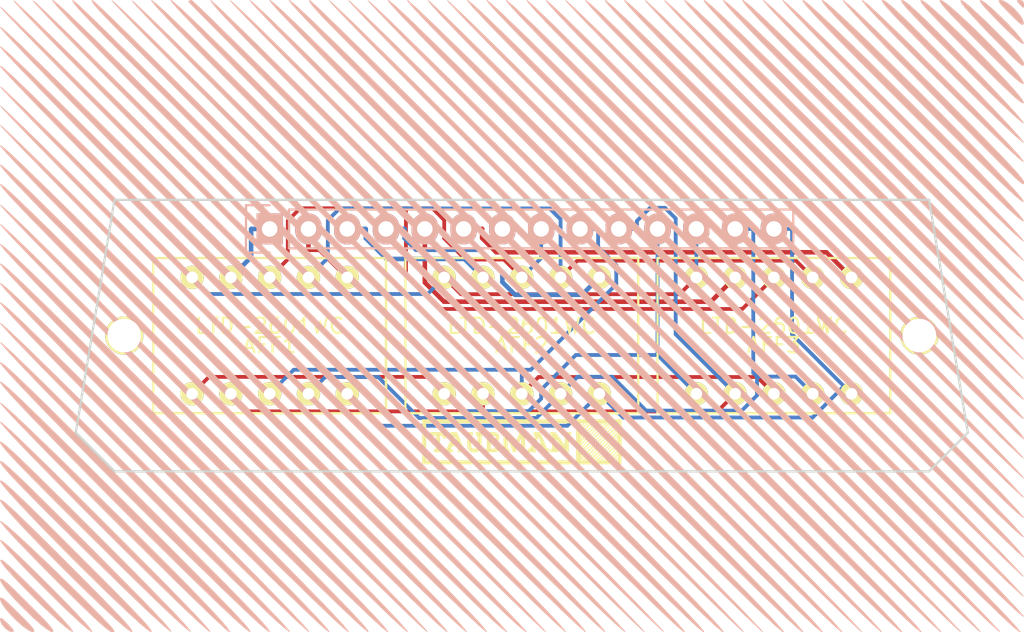
<source format=kicad_pcb>
(kicad_pcb (version 4) (host pcbnew 4.0.2-stable)

  (general
    (links 0)
    (no_connects 0)
    (area 104.061277 85.138999 171.528001 126.951001)
    (thickness 1.6)
    (drawings 6)
    (tracks 125)
    (zones 0)
    (modules 8)
    (nets 15)
  )

  (page USLetter)
  (title_block
    (title "A20 LED Board")
    (date 8/14/2016)
    (rev A)
    (company "Taubman Electronics")
    (comment 1 "Drawn by G. Taubman")
  )

  (layers
    (0 F.Cu signal)
    (31 B.Cu signal)
    (32 B.Adhes user)
    (33 F.Adhes user)
    (34 B.Paste user)
    (35 F.Paste user)
    (36 B.SilkS user hide)
    (37 F.SilkS user)
    (38 B.Mask user)
    (39 F.Mask user)
    (40 Dwgs.User user)
    (41 Cmts.User user)
    (42 Eco1.User user)
    (43 Eco2.User user)
    (44 Edge.Cuts user)
    (45 Margin user)
    (46 B.CrtYd user)
    (47 F.CrtYd user)
    (48 B.Fab user)
    (49 F.Fab user)
  )

  (setup
    (last_trace_width 0.25)
    (trace_clearance 0.2)
    (zone_clearance 0.508)
    (zone_45_only no)
    (trace_min 0.2)
    (segment_width 0.2)
    (edge_width 0.15)
    (via_size 0.6)
    (via_drill 0.4)
    (via_min_size 0.4)
    (via_min_drill 0.3)
    (uvia_size 0.3)
    (uvia_drill 0.1)
    (uvias_allowed no)
    (uvia_min_size 0.2)
    (uvia_min_drill 0.1)
    (pcb_text_width 0.3)
    (pcb_text_size 1.5 1.5)
    (mod_edge_width 0.15)
    (mod_text_size 1 1)
    (mod_text_width 0.15)
    (pad_size 1.524 1.524)
    (pad_drill 0.762)
    (pad_to_mask_clearance 0.2)
    (aux_axis_origin 0 0)
    (visible_elements FFFFF77F)
    (pcbplotparams
      (layerselection 0x010f0_80000001)
      (usegerberextensions false)
      (excludeedgelayer true)
      (linewidth 0.100000)
      (plotframeref false)
      (viasonmask false)
      (mode 1)
      (useauxorigin false)
      (hpglpennumber 1)
      (hpglpenspeed 20)
      (hpglpendiameter 15)
      (hpglpenoverlay 2)
      (psnegative false)
      (psa4output false)
      (plotreference true)
      (plotvalue true)
      (plotinvisibletext false)
      (padsonsilk false)
      (subtractmaskfromsilk false)
      (outputformat 1)
      (mirror false)
      (drillshape 0)
      (scaleselection 1)
      (outputdirectory gerber/))
  )

  (net 0 "")
  (net 1 SegE)
  (net 2 SegD)
  (net 3 SegC)
  (net 4 SegG)
  (net 5 SegP)
  (net 6 Digit2Power)
  (net 7 SegA)
  (net 8 SegB)
  (net 9 Digit1Power)
  (net 10 SegF)
  (net 11 Digit4Power)
  (net 12 Digit3Power)
  (net 13 Digit6Power)
  (net 14 Digit5Power)

  (net_class Default "This is the default net class."
    (clearance 0.2)
    (trace_width 0.25)
    (via_dia 0.6)
    (via_drill 0.4)
    (uvia_dia 0.3)
    (uvia_drill 0.1)
    (add_net SegA)
    (add_net SegB)
    (add_net SegC)
    (add_net SegD)
    (add_net SegE)
    (add_net SegF)
    (add_net SegG)
    (add_net SegP)
  )

  (net_class POWER ""
    (clearance 0.2)
    (trace_width 0.3)
    (via_dia 0.6)
    (via_drill 0.4)
    (uvia_dia 0.3)
    (uvia_drill 0.1)
    (add_net Digit1Power)
    (add_net Digit2Power)
    (add_net Digit3Power)
    (add_net Digit4Power)
    (add_net Digit5Power)
    (add_net Digit6Power)
  )

  (module Connect:1pin (layer F.Cu) (tedit 57B0F458) (tstamp 57B0F4AA)
    (at 164.465 107.315)
    (descr "module 1 pin (ou trou mecanique de percage)")
    (tags DEV)
    (fp_text reference REF** (at 0 -3.048) (layer F.SilkS) hide
      (effects (font (size 1 1) (thickness 0.15)))
    )
    (fp_text value 1pin (at 0 2.794) (layer F.Fab) hide
      (effects (font (size 1 1) (thickness 0.15)))
    )
    (pad 1 thru_hole circle (at 0 0) (size 2.5 2.5) (drill 2.2) (layers *.Cu *.Mask F.SilkS))
  )

  (module Connect:1pin (layer F.Cu) (tedit 57B0F458) (tstamp 57B0F45A)
    (at 112.395 107.315)
    (descr "module 1 pin (ou trou mecanique de percage)")
    (tags DEV)
    (fp_text reference REF** (at 0 -3.048) (layer F.SilkS) hide
      (effects (font (size 1 1) (thickness 0.15)))
    )
    (fp_text value 1pin (at 0 2.794) (layer F.Fab) hide
      (effects (font (size 1 1) (thickness 0.15)))
    )
    (pad 1 thru_hole circle (at 0 0) (size 2.5 2.5) (drill 2.2) (layers *.Cu *.Mask F.SilkS))
  )

  (module liteon:LTD-2601WC (layer F.Cu) (tedit 57B0F785) (tstamp 57B0D98A)
    (at 121.92 107.315)
    (path /57B0D469)
    (fp_text reference AFF1 (at 0 0.635) (layer F.SilkS)
      (effects (font (size 1 1) (thickness 0.15)))
    )
    (fp_text value LTD-2601WC (at 0 -0.635) (layer F.SilkS)
      (effects (font (size 1 1) (thickness 0.15)))
    )
    (fp_line (start -7.62 5.08) (end 7.62 5.08) (layer F.SilkS) (width 0.15))
    (fp_line (start -7.62 5.08) (end -7.62 -5.08) (layer F.SilkS) (width 0.15))
    (fp_line (start 7.62 5.08) (end -7.62 5.08) (layer F.SilkS) (width 0.15))
    (fp_line (start 7.62 -5.08) (end 7.62 5.08) (layer F.SilkS) (width 0.15))
    (fp_line (start 7.62 5.08) (end 7.62 -5.08) (layer F.SilkS) (width 0.15))
    (fp_line (start -7.62 -5.08) (end 7.62 -5.08) (layer F.SilkS) (width 0.15))
    (pad 1 thru_hole circle (at -5.08 3.81) (size 1.524 1.524) (drill 0.762) (layers *.Cu *.Mask F.SilkS)
      (net 1 SegE))
    (pad 2 thru_hole circle (at -2.54 3.81) (size 1.524 1.524) (drill 0.762) (layers *.Cu *.Mask F.SilkS)
      (net 2 SegD))
    (pad 3 thru_hole circle (at 0 3.81) (size 1.524 1.524) (drill 0.762) (layers *.Cu *.Mask F.SilkS)
      (net 3 SegC))
    (pad 4 thru_hole circle (at 2.54 3.81) (size 1.524 1.524) (drill 0.762) (layers *.Cu *.Mask F.SilkS)
      (net 4 SegG))
    (pad 5 thru_hole circle (at 5.08 3.81) (size 1.524 1.524) (drill 0.762) (layers *.Cu *.Mask F.SilkS)
      (net 5 SegP))
    (pad 6 thru_hole circle (at 5.08 -3.81) (size 1.524 1.524) (drill 0.762) (layers *.Cu *.Mask F.SilkS)
      (net 6 Digit2Power))
    (pad 7 thru_hole circle (at 2.54 -3.81) (size 1.524 1.524) (drill 0.762) (layers *.Cu *.Mask F.SilkS)
      (net 7 SegA))
    (pad 8 thru_hole circle (at 0 -3.81) (size 1.524 1.524) (drill 0.762) (layers *.Cu *.Mask F.SilkS)
      (net 8 SegB))
    (pad 9 thru_hole circle (at -2.54 -3.81) (size 1.524 1.524) (drill 0.762) (layers *.Cu *.Mask F.SilkS)
      (net 9 Digit1Power))
    (pad 10 thru_hole circle (at -5.08 -3.81) (size 1.524 1.524) (drill 0.762) (layers *.Cu *.Mask F.SilkS)
      (net 10 SegF))
  )

  (module liteon:LTD-2601WC (layer F.Cu) (tedit 57B0F789) (tstamp 57B0D998)
    (at 138.43 107.315)
    (path /57B0D94F)
    (fp_text reference AFF2 (at 0 0.635) (layer F.SilkS)
      (effects (font (size 1 1) (thickness 0.15)))
    )
    (fp_text value LTD-2601WC (at 0 -0.635) (layer F.SilkS)
      (effects (font (size 1 1) (thickness 0.15)))
    )
    (fp_line (start -7.62 5.08) (end 7.62 5.08) (layer F.SilkS) (width 0.15))
    (fp_line (start -7.62 5.08) (end -7.62 -5.08) (layer F.SilkS) (width 0.15))
    (fp_line (start 7.62 5.08) (end -7.62 5.08) (layer F.SilkS) (width 0.15))
    (fp_line (start 7.62 -5.08) (end 7.62 5.08) (layer F.SilkS) (width 0.15))
    (fp_line (start 7.62 5.08) (end 7.62 -5.08) (layer F.SilkS) (width 0.15))
    (fp_line (start -7.62 -5.08) (end 7.62 -5.08) (layer F.SilkS) (width 0.15))
    (pad 1 thru_hole circle (at -5.08 3.81) (size 1.524 1.524) (drill 0.762) (layers *.Cu *.Mask F.SilkS)
      (net 1 SegE))
    (pad 2 thru_hole circle (at -2.54 3.81) (size 1.524 1.524) (drill 0.762) (layers *.Cu *.Mask F.SilkS)
      (net 2 SegD))
    (pad 3 thru_hole circle (at 0 3.81) (size 1.524 1.524) (drill 0.762) (layers *.Cu *.Mask F.SilkS)
      (net 3 SegC))
    (pad 4 thru_hole circle (at 2.54 3.81) (size 1.524 1.524) (drill 0.762) (layers *.Cu *.Mask F.SilkS)
      (net 4 SegG))
    (pad 5 thru_hole circle (at 5.08 3.81) (size 1.524 1.524) (drill 0.762) (layers *.Cu *.Mask F.SilkS)
      (net 5 SegP))
    (pad 6 thru_hole circle (at 5.08 -3.81) (size 1.524 1.524) (drill 0.762) (layers *.Cu *.Mask F.SilkS)
      (net 11 Digit4Power))
    (pad 7 thru_hole circle (at 2.54 -3.81) (size 1.524 1.524) (drill 0.762) (layers *.Cu *.Mask F.SilkS)
      (net 7 SegA))
    (pad 8 thru_hole circle (at 0 -3.81) (size 1.524 1.524) (drill 0.762) (layers *.Cu *.Mask F.SilkS)
      (net 8 SegB))
    (pad 9 thru_hole circle (at -2.54 -3.81) (size 1.524 1.524) (drill 0.762) (layers *.Cu *.Mask F.SilkS)
      (net 12 Digit3Power))
    (pad 10 thru_hole circle (at -5.08 -3.81) (size 1.524 1.524) (drill 0.762) (layers *.Cu *.Mask F.SilkS)
      (net 10 SegF))
  )

  (module liteon:LTD-2601WC (layer F.Cu) (tedit 57B0F78D) (tstamp 57B0D9A6)
    (at 154.94 107.315)
    (path /57B0D997)
    (fp_text reference AFF3 (at 0 0.635) (layer F.SilkS)
      (effects (font (size 1 1) (thickness 0.15)))
    )
    (fp_text value LTD-2601WC (at 0 -0.635) (layer F.SilkS)
      (effects (font (size 1 1) (thickness 0.15)))
    )
    (fp_line (start -7.62 5.08) (end 7.62 5.08) (layer F.SilkS) (width 0.15))
    (fp_line (start -7.62 5.08) (end -7.62 -5.08) (layer F.SilkS) (width 0.15))
    (fp_line (start 7.62 5.08) (end -7.62 5.08) (layer F.SilkS) (width 0.15))
    (fp_line (start 7.62 -5.08) (end 7.62 5.08) (layer F.SilkS) (width 0.15))
    (fp_line (start 7.62 5.08) (end 7.62 -5.08) (layer F.SilkS) (width 0.15))
    (fp_line (start -7.62 -5.08) (end 7.62 -5.08) (layer F.SilkS) (width 0.15))
    (pad 1 thru_hole circle (at -5.08 3.81) (size 1.524 1.524) (drill 0.762) (layers *.Cu *.Mask F.SilkS)
      (net 1 SegE))
    (pad 2 thru_hole circle (at -2.54 3.81) (size 1.524 1.524) (drill 0.762) (layers *.Cu *.Mask F.SilkS)
      (net 2 SegD))
    (pad 3 thru_hole circle (at 0 3.81) (size 1.524 1.524) (drill 0.762) (layers *.Cu *.Mask F.SilkS)
      (net 3 SegC))
    (pad 4 thru_hole circle (at 2.54 3.81) (size 1.524 1.524) (drill 0.762) (layers *.Cu *.Mask F.SilkS)
      (net 4 SegG))
    (pad 5 thru_hole circle (at 5.08 3.81) (size 1.524 1.524) (drill 0.762) (layers *.Cu *.Mask F.SilkS)
      (net 5 SegP))
    (pad 6 thru_hole circle (at 5.08 -3.81) (size 1.524 1.524) (drill 0.762) (layers *.Cu *.Mask F.SilkS)
      (net 13 Digit6Power))
    (pad 7 thru_hole circle (at 2.54 -3.81) (size 1.524 1.524) (drill 0.762) (layers *.Cu *.Mask F.SilkS)
      (net 7 SegA))
    (pad 8 thru_hole circle (at 0 -3.81) (size 1.524 1.524) (drill 0.762) (layers *.Cu *.Mask F.SilkS)
      (net 8 SegB))
    (pad 9 thru_hole circle (at -2.54 -3.81) (size 1.524 1.524) (drill 0.762) (layers *.Cu *.Mask F.SilkS)
      (net 14 Digit5Power))
    (pad 10 thru_hole circle (at -5.08 -3.81) (size 1.524 1.524) (drill 0.762) (layers *.Cu *.Mask F.SilkS)
      (net 10 SegF))
  )

  (module Pin_Headers:Pin_Header_Straight_1x14 (layer B.Cu) (tedit 57B0E78D) (tstamp 57B0E056)
    (at 121.92 100.33 270)
    (descr "Through hole pin header")
    (tags "pin header")
    (path /57B0E0BE)
    (fp_text reference P1 (at 0 5.1 270) (layer B.SilkS) hide
      (effects (font (size 1 1) (thickness 0.15)) (justify mirror))
    )
    (fp_text value CONN_01X14 (at 0 3.1 270) (layer B.Fab) hide
      (effects (font (size 1 1) (thickness 0.15)) (justify mirror))
    )
    (fp_line (start -1.75 1.75) (end -1.75 -34.8) (layer B.CrtYd) (width 0.05))
    (fp_line (start 1.75 1.75) (end 1.75 -34.8) (layer B.CrtYd) (width 0.05))
    (fp_line (start -1.75 1.75) (end 1.75 1.75) (layer B.CrtYd) (width 0.05))
    (fp_line (start -1.75 -34.8) (end 1.75 -34.8) (layer B.CrtYd) (width 0.05))
    (fp_line (start -1.27 -1.27) (end -1.27 -34.29) (layer B.SilkS) (width 0.15))
    (fp_line (start -1.27 -34.29) (end 1.27 -34.29) (layer B.SilkS) (width 0.15))
    (fp_line (start 1.27 -34.29) (end 1.27 -1.27) (layer B.SilkS) (width 0.15))
    (fp_line (start 1.55 1.55) (end 1.55 0) (layer B.SilkS) (width 0.15))
    (fp_line (start 1.27 -1.27) (end -1.27 -1.27) (layer B.SilkS) (width 0.15))
    (fp_line (start -1.55 0) (end -1.55 1.55) (layer B.SilkS) (width 0.15))
    (fp_line (start -1.55 1.55) (end 1.55 1.55) (layer B.SilkS) (width 0.15))
    (pad 1 thru_hole rect (at 0 0 270) (size 2.032 1.7272) (drill 1.016) (layers *.Cu *.Mask B.SilkS)
      (net 9 Digit1Power))
    (pad 2 thru_hole oval (at 0 -2.54 270) (size 2.032 1.7272) (drill 1.016) (layers *.Cu *.Mask B.SilkS)
      (net 6 Digit2Power))
    (pad 3 thru_hole oval (at 0 -5.08 270) (size 2.032 1.7272) (drill 1.016) (layers *.Cu *.Mask B.SilkS)
      (net 12 Digit3Power))
    (pad 4 thru_hole oval (at 0 -7.62 270) (size 2.032 1.7272) (drill 1.016) (layers *.Cu *.Mask B.SilkS)
      (net 11 Digit4Power))
    (pad 5 thru_hole oval (at 0 -10.16 270) (size 2.032 1.7272) (drill 1.016) (layers *.Cu *.Mask B.SilkS)
      (net 14 Digit5Power))
    (pad 6 thru_hole oval (at 0 -12.7 270) (size 2.032 1.7272) (drill 1.016) (layers *.Cu *.Mask B.SilkS)
      (net 13 Digit6Power))
    (pad 7 thru_hole oval (at 0 -15.24 270) (size 2.032 1.7272) (drill 1.016) (layers *.Cu *.Mask B.SilkS)
      (net 7 SegA))
    (pad 8 thru_hole oval (at 0 -17.78 270) (size 2.032 1.7272) (drill 1.016) (layers *.Cu *.Mask B.SilkS)
      (net 8 SegB))
    (pad 9 thru_hole oval (at 0 -20.32 270) (size 2.032 1.7272) (drill 1.016) (layers *.Cu *.Mask B.SilkS)
      (net 3 SegC))
    (pad 10 thru_hole oval (at 0 -22.86 270) (size 2.032 1.7272) (drill 1.016) (layers *.Cu *.Mask B.SilkS)
      (net 2 SegD))
    (pad 11 thru_hole oval (at 0 -25.4 270) (size 2.032 1.7272) (drill 1.016) (layers *.Cu *.Mask B.SilkS)
      (net 1 SegE))
    (pad 12 thru_hole oval (at 0 -27.94 270) (size 2.032 1.7272) (drill 1.016) (layers *.Cu *.Mask B.SilkS)
      (net 10 SegF))
    (pad 13 thru_hole oval (at 0 -30.48 270) (size 2.032 1.7272) (drill 1.016) (layers *.Cu *.Mask B.SilkS)
      (net 4 SegG))
    (pad 14 thru_hole oval (at 0 -33.02 270) (size 2.032 1.7272) (drill 1.016) (layers *.Cu *.Mask B.SilkS)
      (net 5 SegP))
    (model Pin_Headers.3dshapes/Pin_Header_Straight_1x14.wrl
      (at (xyz 0 -0.65 0))
      (scale (xyz 1 1 1))
      (rotate (xyz 0 0 90))
    )
  )

  (module te_logos:te_13mm_width (layer F.Cu) (tedit 0) (tstamp 57B0EB5E)
    (at 138.41 114.245)
    (fp_text reference G*** (at 0 0) (layer F.SilkS) hide
      (effects (font (thickness 0.3)))
    )
    (fp_text value LOGO (at 0.75 0) (layer F.SilkS) hide
      (effects (font (thickness 0.3)))
    )
    (fp_poly (pts (xy 6.5532 1.4986) (xy -6.5024 1.4986) (xy -6.5024 1.250851) (xy 3.8608 1.250851)
      (xy 3.866431 1.266278) (xy 3.884747 1.266232) (xy 3.888528 1.264238) (xy 4.107491 1.264238)
      (xy 4.11484 1.269999) (xy 4.115016 1.27) (xy 4.12642 1.266061) (xy 4.588995 1.266061)
      (xy 4.597676 1.27) (xy 4.620727 1.26243) (xy 4.622356 1.261365) (xy 4.815916 1.261365)
      (xy 4.822449 1.269677) (xy 4.826317 1.27) (xy 4.850705 1.262201) (xy 4.860952 1.255554)
      (xy 5.044116 1.255554) (xy 5.046312 1.268109) (xy 5.054974 1.27) (xy 5.075244 1.263696)
      (xy 5.285503 1.263696) (xy 5.297806 1.269739) (xy 5.303534 1.27) (xy 5.32762 1.264506)
      (xy 5.521963 1.264506) (xy 5.536336 1.269981) (xy 5.537797 1.27) (xy 5.559847 1.263514)
      (xy 5.746372 1.263514) (xy 5.761691 1.269851) (xy 5.766634 1.27) (xy 5.805281 1.258692)
      (xy 5.81689 1.251042) (xy 5.992603 1.251042) (xy 5.99563 1.266112) (xy 6.019369 1.269991)
      (xy 6.021303 1.27) (xy 6.188095 1.27) (xy 6.257145 1.27) (xy 6.3129 1.25793)
      (xy 6.340245 1.233383) (xy 6.348052 1.175921) (xy 6.345798 1.155315) (xy 6.333485 1.136232)
      (xy 6.305277 1.150654) (xy 6.262697 1.191932) (xy 6.188095 1.27) (xy 6.021303 1.27)
      (xy 6.080838 1.25028) (xy 6.161031 1.189771) (xy 6.219719 1.133621) (xy 6.298202 1.04714)
      (xy 6.338703 0.983819) (xy 6.345851 0.942136) (xy 6.337833 0.921854) (xy 6.318809 0.922445)
      (xy 6.282676 0.948104) (xy 6.22333 1.003026) (xy 6.147435 1.078514) (xy 6.064542 1.163262)
      (xy 6.014252 1.218765) (xy 5.992603 1.251042) (xy 5.81689 1.251042) (xy 5.86069 1.22218)
      (xy 5.937675 1.156574) (xy 6.04105 1.057989) (xy 6.09235 1.006962) (xy 6.202262 0.894311)
      (xy 6.278237 0.810306) (xy 6.324325 0.749866) (xy 6.344574 0.707907) (xy 6.345896 0.688727)
      (xy 6.337919 0.67359) (xy 6.31809 0.676545) (xy 6.281834 0.701284) (xy 6.224579 0.751501)
      (xy 6.141752 0.830889) (xy 6.028778 0.943141) (xy 6.020181 0.951765) (xy 5.906686 1.066534)
      (xy 5.826161 1.15057) (xy 5.775003 1.208397) (xy 5.749608 1.244537) (xy 5.746372 1.263514)
      (xy 5.559847 1.263514) (xy 5.570139 1.260487) (xy 5.618106 1.229603) (xy 5.685801 1.173831)
      (xy 5.77733 1.089652) (xy 5.896795 0.97355) (xy 5.977929 0.892777) (xy 6.111124 0.757921)
      (xy 6.210702 0.653447) (xy 6.280249 0.575142) (xy 6.323347 0.518794) (xy 6.343583 0.48019)
      (xy 6.345911 0.460341) (xy 6.338016 0.447907) (xy 6.317927 0.452369) (xy 6.28178 0.477037)
      (xy 6.225715 0.525221) (xy 6.14587 0.600232) (xy 6.038381 0.705378) (xy 5.90578 0.837564)
      (xy 5.769575 0.974764) (xy 5.666605 1.080446) (xy 5.593614 1.158435) (xy 5.547346 1.212558)
      (xy 5.524548 1.24664) (xy 5.521963 1.264506) (xy 5.32762 1.264506) (xy 5.331119 1.263708)
      (xy 5.369017 1.242434) (xy 5.421331 1.202577) (xy 5.492163 1.140537) (xy 5.585616 1.052713)
      (xy 5.705793 0.935505) (xy 5.856796 0.785312) (xy 5.863564 0.778539) (xy 6.019096 0.621705)
      (xy 6.140611 0.496375) (xy 6.23106 0.399219) (xy 6.293398 0.326902) (xy 6.330578 0.276093)
      (xy 6.345554 0.243458) (xy 6.345919 0.234286) (xy 6.337252 0.225088) (xy 6.314589 0.233313)
      (xy 6.274637 0.261849) (xy 6.214104 0.313587) (xy 6.129697 0.391416) (xy 6.018125 0.498226)
      (xy 5.876093 0.636905) (xy 5.78589 0.725747) (xy 5.629738 0.88033) (xy 5.507006 1.003138)
      (xy 5.414576 1.09769) (xy 5.349328 1.167503) (xy 5.308146 1.216096) (xy 5.28791 1.246988)
      (xy 5.285503 1.263696) (xy 5.075244 1.263696) (xy 5.081078 1.261882) (xy 5.121855 1.235606)
      (xy 5.180486 1.188286) (xy 5.260152 1.117036) (xy 5.364032 1.01897) (xy 5.495307 0.891201)
      (xy 5.657158 0.730846) (xy 5.736519 0.651582) (xy 5.909978 0.477241) (xy 6.049728 0.334879)
      (xy 6.158684 0.221273) (xy 6.239762 0.1332) (xy 6.29588 0.067436) (xy 6.329951 0.020759)
      (xy 6.344894 -0.010056) (xy 6.345925 -0.022056) (xy 6.338203 -0.031106) (xy 6.317985 -0.024558)
      (xy 6.28223 0.000348) (xy 6.227895 0.046373) (xy 6.151938 0.116276) (xy 6.051318 0.212818)
      (xy 5.922992 0.338759) (xy 5.763919 0.496859) (xy 5.664379 0.596362) (xy 5.488561 0.772863)
      (xy 5.346362 0.916893) (xy 5.235052 1.031467) (xy 5.151902 1.119603) (xy 5.094182 1.184319)
      (xy 5.059163 1.22863) (xy 5.044116 1.255554) (xy 4.860952 1.255554) (xy 4.889529 1.237019)
      (xy 4.9457 1.191778) (xy 5.022125 1.1238) (xy 5.121712 1.030407) (xy 5.24737 0.908923)
      (xy 5.402006 0.756669) (xy 5.58853 0.570969) (xy 5.622193 0.537308) (xy 5.812045 0.346738)
      (xy 5.968099 0.188558) (xy 6.093057 0.059825) (xy 6.189621 -0.042403) (xy 6.260494 -0.121067)
      (xy 6.308377 -0.179109) (xy 6.335974 -0.219473) (xy 6.345987 -0.245098) (xy 6.345928 -0.250604)
      (xy 6.338278 -0.258598) (xy 6.31807 -0.25136) (xy 6.282505 -0.226313) (xy 6.228783 -0.18088)
      (xy 6.154105 -0.112484) (xy 6.055672 -0.018548) (xy 5.930684 0.103507) (xy 5.776341 0.256256)
      (xy 5.589845 0.442277) (xy 5.550053 0.482087) (xy 5.358021 0.674716) (xy 5.199737 0.834585)
      (xy 5.072653 0.964472) (xy 4.974215 1.067152) (xy 4.901874 1.145405) (xy 4.853078 1.202006)
      (xy 4.825276 1.239734) (xy 4.815916 1.261365) (xy 4.622356 1.261365) (xy 4.658038 1.238048)
      (xy 4.712303 1.194349) (xy 4.786216 1.128824) (xy 4.882471 1.038968) (xy 5.003762 0.922272)
      (xy 5.152783 0.776231) (xy 5.332228 0.598336) (xy 5.507873 0.423027) (xy 5.712924 0.217374)
      (xy 5.884089 0.044419) (xy 6.023899 -0.098559) (xy 6.134882 -0.214283) (xy 6.219566 -0.305475)
      (xy 6.28048 -0.374858) (xy 6.320155 -0.425154) (xy 6.341117 -0.459086) (xy 6.345931 -0.479166)
      (xy 6.338345 -0.486302) (xy 6.318163 -0.478491) (xy 6.282779 -0.453309) (xy 6.229586 -0.408329)
      (xy 6.155976 -0.341126) (xy 6.059344 -0.249274) (xy 5.937082 -0.130348) (xy 5.786584 0.018078)
      (xy 5.605242 0.19843) (xy 5.435734 0.367806) (xy 5.228639 0.575431) (xy 5.055403 0.750066)
      (xy 4.913625 0.894297) (xy 4.8009 1.010712) (xy 4.714827 1.101896) (xy 4.653003 1.170436)
      (xy 4.613024 1.218919) (xy 4.592489 1.249932) (xy 4.588995 1.266061) (xy 4.12642 1.266061)
      (xy 4.136003 1.262751) (xy 4.14352 1.257758) (xy 4.339584 1.257758) (xy 4.345914 1.264443)
      (xy 4.347794 1.264335) (xy 4.373021 1.253414) (xy 4.415903 1.222806) (xy 4.478686 1.170412)
      (xy 4.563615 1.094133) (xy 4.672936 0.99187) (xy 4.808895 0.861525) (xy 4.973737 0.700999)
      (xy 5.169709 0.508193) (xy 5.384251 0.295709) (xy 5.606451 0.074613) (xy 5.794426 -0.113592)
      (xy 5.95047 -0.271333) (xy 6.076876 -0.401035) (xy 6.175937 -0.505121) (xy 6.249946 -0.586017)
      (xy 6.301196 -0.646148) (xy 6.331981 -0.687939) (xy 6.344592 -0.713814) (xy 6.345057 -0.720291)
      (xy 6.337111 -0.725971) (xy 6.315347 -0.715891) (xy 6.277394 -0.687837) (xy 6.220881 -0.639592)
      (xy 6.143435 -0.568939) (xy 6.042686 -0.473662) (xy 5.916261 -0.351546) (xy 5.76179 -0.200372)
      (xy 5.5769 -0.017926) (xy 5.35922 0.198009) (xy 5.3086 0.248335) (xy 5.084 0.472081)
      (xy 4.893638 0.66264) (xy 4.735366 0.822279) (xy 4.607043 0.953264) (xy 4.506522 1.057864)
      (xy 4.431661 1.138345) (xy 4.380313 1.196977) (xy 4.350336 1.236025) (xy 4.339584 1.257758)
      (xy 4.14352 1.257758) (xy 4.170982 1.239518) (xy 4.222314 1.198068) (xy 4.292361 1.136171)
      (xy 4.383484 1.051594) (xy 4.498045 0.942106) (xy 4.638404 0.805475) (xy 4.806924 0.63947)
      (xy 5.005965 0.44186) (xy 5.237889 0.210411) (xy 5.266545 0.181755) (xy 5.500699 -0.052848)
      (xy 5.700807 -0.254291) (xy 5.86912 -0.424958) (xy 6.007887 -0.567231) (xy 6.119358 -0.683493)
      (xy 6.205782 -0.776129) (xy 6.269409 -0.847521) (xy 6.312489 -0.900052) (xy 6.337272 -0.936106)
      (xy 6.346007 -0.958066) (xy 6.345934 -0.961712) (xy 6.338465 -0.967462) (xy 6.318362 -0.958706)
      (xy 6.283323 -0.933267) (xy 6.231043 -0.888967) (xy 6.159221 -0.823632) (xy 6.065553 -0.735084)
      (xy 5.947735 -0.621146) (xy 5.803466 -0.479643) (xy 5.630441 -0.308397) (xy 5.426358 -0.105233)
      (xy 5.194405 0.126533) (xy 4.958407 0.362961) (xy 4.756453 0.566037) (xy 4.586386 0.738046)
      (xy 4.446047 0.881274) (xy 4.333279 0.998006) (xy 4.245925 1.090529) (xy 4.181827 1.161128)
      (xy 4.138827 1.212089) (xy 4.114767 1.245697) (xy 4.107491 1.264238) (xy 3.888528 1.264238)
      (xy 3.917879 1.24876) (xy 3.967961 1.211909) (xy 4.037124 1.153726) (xy 4.1275 1.072256)
      (xy 4.241221 0.965546) (xy 4.380421 0.831643) (xy 4.547231 0.668594) (xy 4.743783 0.474444)
      (xy 4.97221 0.247241) (xy 5.14975 0.06995) (xy 5.400963 -0.181691) (xy 5.61777 -0.39999)
      (xy 5.802127 -0.587083) (xy 5.95599 -0.745103) (xy 6.081314 -0.876184) (xy 6.180055 -0.982461)
      (xy 6.254169 -1.066068) (xy 6.305611 -1.129139) (xy 6.336338 -1.173808) (xy 6.348303 -1.20221)
      (xy 6.343465 -1.216479) (xy 6.331047 -1.219201) (xy 6.310065 -1.201743) (xy 6.256909 -1.151746)
      (xy 6.175143 -1.072774) (xy 6.068331 -0.968389) (xy 5.940037 -0.842157) (xy 5.793824 -0.697639)
      (xy 5.633257 -0.538401) (xy 5.4619 -0.368006) (xy 5.283316 -0.190017) (xy 5.10107 -0.007999)
      (xy 4.918726 0.174486) (xy 4.739847 0.353873) (xy 4.567997 0.526599) (xy 4.406742 0.6891)
      (xy 4.259643 0.837813) (xy 4.130266 0.969173) (xy 4.022174 1.079618) (xy 3.938931 1.165582)
      (xy 3.884102 1.223504) (xy 3.86125 1.249818) (xy 3.8608 1.250851) (xy -6.5024 1.250851)
      (xy -6.5024 -1.1938) (xy -6.2484 -1.1938) (xy -6.2484 1.2446) (xy 3.5814 1.2446)
      (xy 3.5814 1.036489) (xy 3.8608 1.036489) (xy 3.865814 1.04545) (xy 3.882506 1.040779)
      (xy 3.913343 1.020181) (xy 3.960797 0.981363) (xy 4.027336 0.922031) (xy 4.115432 0.83989)
      (xy 4.227553 0.732648) (xy 4.366169 0.59801) (xy 4.53375 0.433682) (xy 4.732767 0.237371)
      (xy 4.90855 0.063405) (xy 5.103959 -0.13013) (xy 5.291914 -0.316176) (xy 5.468713 -0.491077)
      (xy 5.630658 -0.651178) (xy 5.774047 -0.792824) (xy 5.895181 -0.912358) (xy 5.99036 -1.006127)
      (xy 6.055884 -1.070473) (xy 6.082997 -1.096895) (xy 6.14818 -1.160812) (xy 6.180126 -1.197386)
      (xy 6.18245 -1.214236) (xy 6.15877 -1.218983) (xy 6.141035 -1.2192) (xy 6.121089 -1.213828)
      (xy 6.090782 -1.196102) (xy 6.047532 -1.163615) (xy 5.988754 -1.113955) (xy 5.911865 -1.044714)
      (xy 5.81428 -0.953482) (xy 5.693417 -0.837848) (xy 5.546691 -0.695403) (xy 5.371519 -0.523737)
      (xy 5.165317 -0.320441) (xy 4.966587 -0.123811) (xy 4.730347 0.110591) (xy 4.528237 0.312039)
      (xy 4.357941 0.482966) (xy 4.217141 0.625804) (xy 4.103519 0.742984) (xy 4.014757 0.836939)
      (xy 3.948538 0.9101) (xy 3.902543 0.9649) (xy 3.874456 1.00377) (xy 3.861958 1.029143)
      (xy 3.8608 1.036489) (xy 3.5814 1.036489) (xy 3.5814 0.812561) (xy 3.8608 0.812561)
      (xy 3.866364 0.820697) (xy 3.884655 0.814088) (xy 3.918074 0.790483) (xy 3.969018 0.747629)
      (xy 4.039887 0.683276) (xy 4.133081 0.595172) (xy 4.250998 0.481065) (xy 4.396037 0.338704)
      (xy 4.570597 0.165838) (xy 4.777078 -0.039786) (xy 4.902676 -0.165217) (xy 5.127471 -0.39023)
      (xy 5.318286 -0.582074) (xy 5.477393 -0.743165) (xy 5.607064 -0.875921) (xy 5.709571 -0.98276)
      (xy 5.787185 -1.066099) (xy 5.842179 -1.128356) (xy 5.876824 -1.171948) (xy 5.893393 -1.199293)
      (xy 5.894156 -1.212809) (xy 5.889331 -1.215134) (xy 5.858959 -1.199526) (xy 5.797548 -1.151143)
      (xy 5.709102 -1.073989) (xy 5.597624 -0.972065) (xy 5.467119 -0.849374) (xy 5.321592 -0.709919)
      (xy 5.165047 -0.557703) (xy 5.001487 -0.396729) (xy 4.834918 -0.230998) (xy 4.669343 -0.064513)
      (xy 4.508767 0.098722) (xy 4.357194 0.254706) (xy 4.218629 0.399435) (xy 4.097075 0.528908)
      (xy 3.996537 0.63912) (xy 3.921019 0.726071) (xy 3.874525 0.785757) (xy 3.8608 0.812561)
      (xy 3.5814 0.812561) (xy 3.5814 0.583931) (xy 3.8608 0.583931) (xy 3.866294 0.592874)
      (xy 3.884477 0.586876) (xy 3.917898 0.563563) (xy 3.969105 0.520562) (xy 4.040649 0.4555)
      (xy 4.135079 0.366005) (xy 4.254943 0.249703) (xy 4.402791 0.104221) (xy 4.581172 -0.072814)
      (xy 4.78839 -0.279531) (xy 4.999303 -0.49069) (xy 5.176325 -0.668867) (xy 5.321848 -0.816632)
      (xy 5.438271 -0.936555) (xy 5.527987 -1.031203) (xy 5.593392 -1.103147) (xy 5.636881 -1.154954)
      (xy 5.660851 -1.189195) (xy 5.667696 -1.208439) (xy 5.660758 -1.215132) (xy 5.629617 -1.199647)
      (xy 5.567816 -1.151534) (xy 5.479619 -1.075057) (xy 5.369292 -0.974478) (xy 5.241099 -0.854061)
      (xy 5.099305 -0.718067) (xy 4.948176 -0.570759) (xy 4.791976 -0.416401) (xy 4.63497 -0.259255)
      (xy 4.481423 -0.103584) (xy 4.335599 0.046349) (xy 4.201765 0.186282) (xy 4.084184 0.311952)
      (xy 3.987121 0.419096) (xy 3.914842 0.503451) (xy 3.871611 0.560754) (xy 3.8608 0.583931)
      (xy 3.5814 0.583931) (xy 3.5814 0.342589) (xy 3.8608 0.342589) (xy 3.863264 0.358165)
      (xy 3.872662 0.363744) (xy 3.892004 0.356602) (xy 3.924296 0.334016) (xy 3.972547 0.29326)
      (xy 4.039766 0.231611) (xy 4.128961 0.146345) (xy 4.243141 0.034739) (xy 4.385312 -0.105933)
      (xy 4.558485 -0.278394) (xy 4.674104 -0.393849) (xy 4.866547 -0.586377) (xy 5.02562 -0.746228)
      (xy 5.154078 -0.87644) (xy 5.254678 -0.980051) (xy 5.330177 -1.060096) (xy 5.383332 -1.119614)
      (xy 5.416898 -1.161642) (xy 5.433633 -1.189217) (xy 5.436293 -1.205376) (xy 5.427634 -1.213156)
      (xy 5.419297 -1.214934) (xy 5.398729 -1.21344) (xy 5.371904 -1.202297) (xy 5.335409 -1.178418)
      (xy 5.285833 -1.138711) (xy 5.219764 -1.080088) (xy 5.13379 -0.99946) (xy 5.0245 -0.893737)
      (xy 4.888481 -0.759829) (xy 4.722323 -0.594648) (xy 4.605993 -0.478495) (xy 4.419827 -0.292018)
      (xy 4.266807 -0.137677) (xy 4.143813 -0.012035) (xy 4.047727 0.088346) (xy 3.975427 0.166904)
      (xy 3.923795 0.227074) (xy 3.88971 0.272295) (xy 3.870054 0.306004) (xy 3.861707 0.331638)
      (xy 3.8608 0.342589) (xy 3.5814 0.342589) (xy 3.5814 0.101233) (xy 3.8608 0.101233)
      (xy 3.866073 0.11247) (xy 3.883884 0.108174) (xy 3.917221 0.085638) (xy 3.96907 0.042152)
      (xy 4.042419 -0.02499) (xy 4.140256 -0.118497) (xy 4.265567 -0.241076) (xy 4.42134 -0.395435)
      (xy 4.547134 -0.520877) (xy 4.725568 -0.699634) (xy 4.87034 -0.845966) (xy 4.984189 -0.962886)
      (xy 5.069853 -1.053404) (xy 5.13007 -1.120534) (xy 5.167578 -1.167286) (xy 5.185115 -1.196674)
      (xy 5.185418 -1.211707) (xy 5.178248 -1.215126) (xy 5.144851 -1.199985) (xy 5.081966 -1.152614)
      (xy 4.994632 -1.078049) (xy 4.887888 -0.981323) (xy 4.766772 -0.867472) (xy 4.636324 -0.741529)
      (xy 4.501581 -0.60853) (xy 4.367583 -0.473508) (xy 4.239368 -0.341498) (xy 4.121974 -0.217535)
      (xy 4.020441 -0.106652) (xy 3.939807 -0.013886) (xy 3.885111 0.055731) (xy 3.861391 0.097163)
      (xy 3.8608 0.101233) (xy 3.5814 0.101233) (xy 3.5814 -0.127445) (xy 3.8608 -0.127445)
      (xy 3.865906 -0.11467) (xy 3.88342 -0.117855) (xy 3.916632 -0.13992) (xy 3.968834 -0.183788)
      (xy 4.043317 -0.252379) (xy 4.143371 -0.348614) (xy 4.272288 -0.475414) (xy 4.432868 -0.635212)
      (xy 4.59389 -0.796612) (xy 4.721392 -0.925977) (xy 4.818332 -1.026626) (xy 4.887669 -1.10188)
      (xy 4.932362 -1.155056) (xy 4.955369 -1.189476) (xy 4.959649 -1.208458) (xy 4.949719 -1.215122)
      (xy 4.914743 -1.200206) (xy 4.851158 -1.15331) (xy 4.76455 -1.080015) (xy 4.66051 -0.985904)
      (xy 4.544625 -0.876559) (xy 4.422486 -0.757563) (xy 4.29968 -0.634499) (xy 4.181797 -0.512948)
      (xy 4.074425 -0.398494) (xy 3.983154 -0.296718) (xy 3.913572 -0.213204) (xy 3.871268 -0.153534)
      (xy 3.8608 -0.127445) (xy 3.5814 -0.127445) (xy 3.5814 -0.356163) (xy 3.8608 -0.356163)
      (xy 3.865663 -0.341343) (xy 3.882728 -0.343092) (xy 3.915702 -0.364598) (xy 3.968295 -0.409048)
      (xy 4.044217 -0.479629) (xy 4.147176 -0.57953) (xy 4.280882 -0.711936) (xy 4.31862 -0.749565)
      (xy 4.460372 -0.891767) (xy 4.568771 -1.002474) (xy 4.647057 -1.085428) (xy 4.698467 -1.144373)
      (xy 4.726239 -1.183055) (xy 4.73361 -1.205216) (xy 4.723818 -1.214601) (xy 4.721226 -1.215114)
      (xy 4.684053 -1.200494) (xy 4.619576 -1.154196) (xy 4.534161 -1.082577) (xy 4.43418 -0.991996)
      (xy 4.325999 -0.888809) (xy 4.215987 -0.779375) (xy 4.110514 -0.670052) (xy 4.015947 -0.567197)
      (xy 3.938656 -0.477168) (xy 3.885009 -0.406322) (xy 3.861375 -0.361018) (xy 3.8608 -0.356163)
      (xy 3.5814 -0.356163) (xy 3.5814 -0.6104) (xy 3.8608 -0.6104) (xy 3.865223 -0.592251)
      (xy 3.881443 -0.591784) (xy 3.913889 -0.612562) (xy 3.966985 -0.658146) (xy 4.045159 -0.732099)
      (xy 4.152839 -0.837982) (xy 4.191719 -0.876667) (xy 4.308955 -0.994463) (xy 4.39306 -1.081689)
      (xy 4.447681 -1.142819) (xy 4.476462 -1.182328) (xy 4.48305 -1.204692) (xy 4.471091 -1.214384)
      (xy 4.46744 -1.215099) (xy 4.426398 -1.200941) (xy 4.360616 -1.155514) (xy 4.277874 -1.086572)
      (xy 4.185952 -1.001871) (xy 4.092632 -0.909168) (xy 4.005694 -0.816218) (xy 3.932918 -0.730777)
      (xy 3.882085 -0.660601) (xy 3.860976 -0.613444) (xy 3.8608 -0.6104) (xy 3.5814 -0.6104)
      (xy 3.5814 -0.839495) (xy 3.8608 -0.839495) (xy 3.864474 -0.816319) (xy 3.879234 -0.812854)
      (xy 3.910686 -0.833021) (xy 3.964435 -0.880741) (xy 4.046087 -0.959936) (xy 4.07761 -0.991161)
      (xy 4.168369 -1.082595) (xy 4.226179 -1.144957) (xy 4.255141 -1.183927) (xy 4.259358 -1.205188)
      (xy 4.242933 -1.21442) (xy 4.23928 -1.215067) (xy 4.191507 -1.201538) (xy 4.124451 -1.157031)
      (xy 4.048468 -1.09182) (xy 3.973915 -1.016184) (xy 3.911148 -0.9404) (xy 3.870524 -0.874743)
      (xy 3.8608 -0.839495) (xy 3.5814 -0.839495) (xy 3.5814 -1.070409) (xy 3.8608 -1.070409)
      (xy 3.862611 -1.035656) (xy 3.873872 -1.027316) (xy 3.903327 -1.048414) (xy 3.959718 -1.101972)
      (xy 3.963955 -1.106096) (xy 4.020333 -1.162927) (xy 4.043154 -1.194328) (xy 4.036369 -1.209129)
      (xy 4.01266 -1.214892) (xy 3.945326 -1.202534) (xy 3.889787 -1.154454) (xy 3.861732 -1.085581)
      (xy 3.8608 -1.070409) (xy 3.5814 -1.070409) (xy 3.5814 -1.1938) (xy -6.2484 -1.1938)
      (xy -6.5024 -1.1938) (xy -6.5024 -1.4478) (xy 6.5532 -1.4478) (xy 6.5532 1.4986)) (layer F.SilkS) (width 0.01))
    (fp_poly (pts (xy -3.17989 -0.501651) (xy -3.189604 -0.431175) (xy -3.210592 -0.397021) (xy -3.24485 -0.385584)
      (xy -3.267244 -0.380685) (xy -3.282859 -0.368138) (xy -3.292919 -0.340011) (xy -3.298643 -0.288374)
      (xy -3.301253 -0.205294) (xy -3.30197 -0.08284) (xy -3.302 -0.014359) (xy -3.301374 0.13085)
      (xy -3.298733 0.234576) (xy -3.29294 0.306128) (xy -3.282853 0.354814) (xy -3.267335 0.389945)
      (xy -3.249357 0.415674) (xy -3.202121 0.460853) (xy -3.141967 0.4799) (xy -3.0861 0.4826)
      (xy -3.005862 0.475522) (xy -2.952884 0.448191) (xy -2.922844 0.415674) (xy -2.901907 0.384733)
      (xy -2.887355 0.348021) (xy -2.87805 0.29623) (xy -2.87285 0.22005) (xy -2.870617 0.110172)
      (xy -2.8702 -0.014359) (xy -2.870471 -0.156674) (xy -2.872097 -0.256121) (xy -2.876299 -0.320632)
      (xy -2.884298 -0.358137) (xy -2.897316 -0.376569) (xy -2.916573 -0.38386) (xy -2.92735 -0.385584)
      (xy -2.964948 -0.399641) (xy -2.98418 -0.437348) (xy -2.992311 -0.50165) (xy -3.000121 -0.6096)
      (xy -2.4892 -0.6096) (xy -2.4892 -0.4953) (xy -2.491832 -0.424768) (xy -2.504769 -0.391351)
      (xy -2.535573 -0.381437) (xy -2.5527 -0.381) (xy -2.6162 -0.381) (xy -2.616758 -0.00635)
      (xy -2.621139 0.193279) (xy -2.63551 0.34939) (xy -2.662714 0.468762) (xy -2.705595 0.558171)
      (xy -2.766994 0.624394) (xy -2.849756 0.674209) (xy -2.912969 0.6998) (xy -3.069344 0.732438)
      (xy -3.218262 0.715321) (xy -3.2893 0.688829) (xy -3.377141 0.640804) (xy -3.443812 0.583127)
      (xy -3.492032 0.508552) (xy -3.524519 0.409835) (xy -3.543991 0.279731) (xy -3.553167 0.110995)
      (xy -3.554886 -0.01905) (xy -3.556 -0.381) (xy -3.6195 -0.381) (xy -3.658685 -0.385738)
      (xy -3.67725 -0.409025) (xy -3.682758 -0.464471) (xy -3.683 -0.4953) (xy -3.683 -0.6096)
      (xy -3.42754 -0.609601) (xy -3.17208 -0.609601) (xy -3.17989 -0.501651)) (layer F.SilkS) (width 0.01))
    (fp_poly (pts (xy -4.953 -0.174734) (xy -5.04825 -0.182617) (xy -5.111136 -0.191878) (xy -5.139662 -0.216453)
      (xy -5.15026 -0.272772) (xy -5.151384 -0.28575) (xy -5.160272 -0.348189) (xy -5.182851 -0.374902)
      (xy -5.234178 -0.380945) (xy -5.246634 -0.381) (xy -5.334 -0.381) (xy -5.334 0.479225)
      (xy -5.26415 0.487262) (xy -5.219045 0.497866) (xy -5.199096 0.526077) (xy -5.194327 0.587559)
      (xy -5.1943 0.5969) (xy -5.1943 0.6985) (xy -5.455105 0.705743) (xy -5.577753 0.707753)
      (xy -5.658289 0.70503) (xy -5.705255 0.696654) (xy -5.727197 0.681704) (xy -5.730049 0.676139)
      (xy -5.737834 0.624334) (xy -5.735945 0.567295) (xy -5.718569 0.51203) (xy -5.673245 0.489494)
      (xy -5.65785 0.487262) (xy -5.588 0.479225) (xy -5.588 -0.381) (xy -5.675367 -0.381)
      (xy -5.732973 -0.376944) (xy -5.759313 -0.354738) (xy -5.769443 -0.299325) (xy -5.770617 -0.28575)
      (xy -5.779878 -0.222865) (xy -5.804453 -0.194339) (xy -5.860772 -0.183741) (xy -5.87375 -0.182617)
      (xy -5.969 -0.174734) (xy -5.969 -0.6096) (xy -4.953 -0.6096) (xy -4.953 -0.174734)) (layer F.SilkS) (width 0.01))
    (fp_poly (pts (xy -3.998236 -0.064612) (xy -3.925959 0.109404) (xy -3.86984 0.242005) (xy -3.826838 0.338806)
      (xy -3.793912 0.405426) (xy -3.768021 0.44748) (xy -3.746122 0.470585) (xy -3.725176 0.480359)
      (xy -3.702141 0.482417) (xy -3.70205 0.482417) (xy -3.659161 0.486427) (xy -3.638767 0.507293)
      (xy -3.632569 0.558718) (xy -3.6322 0.597759) (xy -3.6322 0.712918) (xy -4.1783 0.6985)
      (xy -4.1783 0.609849) (xy -4.172372 0.547929) (xy -4.146801 0.518711) (xy -4.11038 0.508249)
      (xy -4.066355 0.496604) (xy -4.055481 0.474503) (xy -4.07206 0.425443) (xy -4.077404 0.41275)
      (xy -4.112348 0.3302) (xy -4.342803 0.3302) (xy -4.451988 0.330873) (xy -4.521196 0.334737)
      (xy -4.561248 0.344551) (xy -4.582963 0.36308) (xy -4.597164 0.393085) (xy -4.598029 0.395353)
      (xy -4.619085 0.461717) (xy -4.613773 0.495745) (xy -4.578477 0.51052) (xy -4.56565 0.512583)
      (xy -4.525689 0.528812) (xy -4.506211 0.57218) (xy -4.500617 0.61595) (xy -4.492734 0.7112)
      (xy -5.0292 0.7112) (xy -5.0292 0.5969) (xy -5.026801 0.526531) (xy -5.014007 0.493196)
      (xy -4.982426 0.483167) (xy -4.95932 0.4826) (xy -4.933518 0.480203) (xy -4.910573 0.46879)
      (xy -4.886765 0.442024) (xy -4.858376 0.393567) (xy -4.821684 0.317085) (xy -4.77297 0.20624)
      (xy -4.734785 0.11647) (xy -4.4958 0.11647) (xy -4.472717 0.122024) (xy -4.41272 0.12584)
      (xy -4.3434 0.127) (xy -4.249004 0.122778) (xy -4.200838 0.109564) (xy -4.192485 0.09525)
      (xy -4.201683 0.057603) (xy -4.224714 -0.013498) (xy -4.257015 -0.104155) (xy -4.264792 -0.125023)
      (xy -4.335614 -0.313546) (xy -4.415707 -0.103803) (xy -4.451428 -0.009148) (xy -4.478941 0.065876)
      (xy -4.494106 0.109881) (xy -4.4958 0.11647) (xy -4.734785 0.11647) (xy -4.709552 0.05715)
      (xy -4.529664 -0.3683) (xy -4.595282 -0.38125) (xy -4.638072 -0.396394) (xy -4.656823 -0.429834)
      (xy -4.6609 -0.49555) (xy -4.6609 -0.5969) (xy -4.442736 -0.60418) (xy -4.224571 -0.611459)
      (xy -3.998236 -0.064612)) (layer F.SilkS) (width 0.01))
    (fp_poly (pts (xy -2.070745 -0.6096) (xy -1.898105 -0.607146) (xy -1.767505 -0.59837) (xy -1.67036 -0.581155)
      (xy -1.598083 -0.553385) (xy -1.542089 -0.512941) (xy -1.502865 -0.469553) (xy -1.454438 -0.369797)
      (xy -1.445516 -0.255434) (xy -1.475273 -0.142745) (xy -1.523227 -0.068262) (xy -1.598653 0.017643)
      (xy -1.540227 0.048912) (xy -1.463264 0.116732) (xy -1.412335 0.215206) (xy -1.390722 0.329571)
      (xy -1.401709 0.445059) (xy -1.43431 0.525221) (xy -1.475463 0.585747) (xy -1.522655 0.630698)
      (xy -1.584023 0.662569) (xy -1.667706 0.683859) (xy -1.781841 0.697064) (xy -1.934565 0.704681)
      (xy -2.027224 0.707159) (xy -2.416147 0.715818) (xy -2.408224 0.605559) (xy -2.399701 0.535784)
      (xy -2.380891 0.501837) (xy -2.341951 0.488745) (xy -2.33045 0.487262) (xy -2.2606 0.479225)
      (xy -2.2606 0.127) (xy -2.0066 0.127) (xy -2.0066 0.4826) (xy -1.868744 0.4826)
      (xy -1.783317 0.478969) (xy -1.730034 0.463769) (xy -1.690496 0.430534) (xy -1.678244 0.415674)
      (xy -1.633113 0.334877) (xy -1.636204 0.262375) (xy -1.687895 0.189395) (xy -1.687946 0.189345)
      (xy -1.741002 0.148826) (xy -1.80649 0.130436) (xy -1.878446 0.127) (xy -2.0066 0.127)
      (xy -2.2606 0.127) (xy -2.2606 -0.377626) (xy -2.289923 -0.381) (xy -2.0066 -0.381)
      (xy -2.0066 -0.0762) (xy -1.897952 -0.0762) (xy -1.815267 -0.085416) (xy -1.745422 -0.108298)
      (xy -1.732852 -0.115741) (xy -1.686982 -0.176152) (xy -1.67855 -0.257495) (xy -1.702694 -0.33187)
      (xy -1.729486 -0.361707) (xy -1.777843 -0.376688) (xy -1.861797 -0.380991) (xy -1.867794 -0.381)
      (xy -2.0066 -0.381) (xy -2.289923 -0.381) (xy -2.33045 -0.385663) (xy -2.375176 -0.396526)
      (xy -2.397332 -0.425538) (xy -2.407051 -0.48783) (xy -2.408111 -0.50165) (xy -2.415921 -0.609601)
      (xy -2.070745 -0.6096)) (layer F.SilkS) (width 0.01))
    (fp_poly (pts (xy -0.827465 -0.5969) (xy -0.65564 -0.155125) (xy -0.601082 -0.015569) (xy -0.552702 0.106825)
      (xy -0.513524 0.204511) (xy -0.486578 0.269945) (xy -0.474888 0.295578) (xy -0.474871 0.295596)
      (xy -0.463556 0.275876) (xy -0.437311 0.215652) (xy -0.39902 0.121995) (xy -0.351568 0.001974)
      (xy -0.297838 -0.137339) (xy -0.291723 -0.153393) (xy -0.11752 -0.611326) (xy 0.3683 -0.5969)
      (xy 0.3683 -0.4953) (xy 0.364578 -0.429264) (xy 0.34676 -0.398198) (xy 0.304869 -0.38644)
      (xy 0.29845 -0.385663) (xy 0.2286 -0.377626) (xy 0.2286 0.479225) (xy 0.29845 0.487262)
      (xy 0.343555 0.497866) (xy 0.363504 0.526077) (xy 0.368273 0.587559) (xy 0.3683 0.5969)
      (xy 0.3683 0.6985) (xy 0.10795 0.705738) (xy -0.1524 0.712977) (xy -0.1524 0.597788)
      (xy -0.149816 0.52691) (xy -0.137076 0.493195) (xy -0.106702 0.483079) (xy -0.0889 0.4826)
      (xy -0.0254 0.4826) (xy -0.0254 0.135466) (xy -0.02619 0.010521) (xy -0.028357 -0.092745)
      (xy -0.031597 -0.165537) (xy -0.035609 -0.199062) (xy -0.036967 -0.2001) (xy -0.048993 -0.173692)
      (xy -0.075461 -0.107225) (xy -0.113427 -0.00837) (xy -0.159943 0.115202) (xy -0.211756 0.254983)
      (xy -0.374978 0.6985) (xy -0.463743 0.706195) (xy -0.552509 0.713891) (xy -0.643549 0.477595)
      (xy -0.696639 0.339877) (xy -0.756162 0.185587) (xy -0.811149 0.043156) (xy -0.822915 0.0127)
      (xy -0.91124 -0.2159) (xy -0.91282 0.131662) (xy -0.9144 0.479225) (xy -0.84455 0.487262)
      (xy -0.799445 0.497866) (xy -0.779496 0.526077) (xy -0.774727 0.587559) (xy -0.7747 0.5969)
      (xy -0.7747 0.6985) (xy -1.049254 0.705724) (xy -1.323807 0.712949) (xy -1.315954 0.604124)
      (xy -1.307332 0.534889) (xy -1.288082 0.501378) (xy -1.248183 0.488522) (xy -1.23825 0.487262)
      (xy -1.1684 0.479225) (xy -1.1684 -0.377626) (xy -1.23825 -0.385663) (xy -1.28282 -0.396435)
      (xy -1.304985 -0.425191) (xy -1.314756 -0.486999) (xy -1.315957 -0.502588) (xy -1.323813 -0.611476)
      (xy -0.827465 -0.5969)) (layer F.SilkS) (width 0.01))
    (fp_poly (pts (xy 1.008006 -0.604239) (xy 1.228613 -0.5969) (xy 1.450761 -0.0635) (xy 1.522833 0.108706)
      (xy 1.578898 0.23966) (xy 1.62208 0.335167) (xy 1.6555 0.401034) (xy 1.682282 0.443069)
      (xy 1.705549 0.467078) (xy 1.728422 0.478869) (xy 1.744504 0.482721) (xy 1.790539 0.496948)
      (xy 1.813253 0.528299) (xy 1.823096 0.592651) (xy 1.82391 0.603371) (xy 1.83172 0.7112)
      (xy 1.27 0.7112) (xy 1.27 0.6096) (xy 1.273465 0.54414) (xy 1.289814 0.515046)
      (xy 1.32797 0.508036) (xy 1.3335 0.508) (xy 1.381075 0.500899) (xy 1.394378 0.473095)
      (xy 1.376343 0.414834) (xy 1.367522 0.394895) (xy 1.351132 0.364491) (xy 1.328398 0.3455)
      (xy 1.288394 0.335241) (xy 1.220195 0.331035) (xy 1.112874 0.330201) (xy 1.103785 0.3302)
      (xy 0.991417 0.331447) (xy 0.920005 0.336365) (xy 0.879741 0.346719) (xy 0.860814 0.364273)
      (xy 0.856744 0.37465) (xy 0.835321 0.438637) (xy 0.825664 0.46355) (xy 0.821869 0.496373)
      (xy 0.855353 0.507533) (xy 0.873582 0.508) (xy 0.91618 0.51314) (xy 0.935117 0.53814)
      (xy 0.939757 0.59737) (xy 0.9398 0.6096) (xy 0.9398 0.7112) (xy 0.403479 0.7112)
      (xy 0.411289 0.603371) (xy 0.420289 0.533978) (xy 0.440904 0.499496) (xy 0.483579 0.484049)
      (xy 0.490673 0.482721) (xy 0.519095 0.474205) (xy 0.544982 0.455185) (xy 0.572464 0.418763)
      (xy 0.605672 0.358037) (xy 0.648737 0.266109) (xy 0.705787 0.136077) (xy 0.709699 0.127)
      (xy 0.946141 0.127) (xy 1.110788 0.127) (xy 1.198996 0.125569) (xy 1.24619 0.119305)
      (xy 1.262122 0.105253) (xy 1.257409 0.08255) (xy 1.239023 0.034078) (xy 1.211456 -0.041927)
      (xy 1.192728 -0.094759) (xy 1.155751 -0.196433) (xy 1.128433 -0.251551) (xy 1.104656 -0.259836)
      (xy 1.078304 -0.221007) (xy 1.043259 -0.134787) (xy 1.025499 -0.087134) (xy 0.946141 0.127)
      (xy 0.709699 0.127) (xy 0.725381 0.090621) (xy 0.794096 -0.06912) (xy 0.844644 -0.18807)
      (xy 0.87864 -0.272227) (xy 0.897705 -0.327588) (xy 0.903454 -0.36015) (xy 0.897507 -0.375912)
      (xy 0.881481 -0.38087) (xy 0.856994 -0.381022) (xy 0.852611 -0.381) (xy 0.812528 -0.385443)
      (xy 0.793454 -0.407836) (xy 0.787697 -0.461778) (xy 0.7874 -0.496289) (xy 0.7874 -0.611578)
      (xy 1.008006 -0.604239)) (layer F.SilkS) (width 0.01))
    (fp_poly (pts (xy 3.24631 -0.50165) (xy 3.237625 -0.432745) (xy 3.218098 -0.399501) (xy 3.177594 -0.386786)
      (xy 3.16865 -0.385663) (xy 3.0988 -0.377626) (xy 3.0988 0.7112) (xy 2.87858 0.7112)
      (xy 2.580007 0.2921) (xy 2.48921 0.165337) (xy 2.408503 0.05397) (xy 2.342441 -0.035824)
      (xy 2.295579 -0.097867) (xy 2.27247 -0.125982) (xy 2.271017 -0.127) (xy 2.266985 -0.103242)
      (xy 2.263679 -0.038528) (xy 2.261438 0.057297) (xy 2.2606 0.174391) (xy 2.2606 0.479225)
      (xy 2.33045 0.487262) (xy 2.375555 0.497866) (xy 2.395504 0.526077) (xy 2.400273 0.587559)
      (xy 2.4003 0.5969) (xy 2.4003 0.6985) (xy 2.13995 0.705738) (xy 1.8796 0.712977)
      (xy 1.8796 0.597788) (xy 1.882184 0.52691) (xy 1.894924 0.493195) (xy 1.925298 0.483079)
      (xy 1.9431 0.4826) (xy 2.0066 0.4826) (xy 2.0066 -0.381) (xy 1.9431 -0.381)
      (xy 1.903915 -0.385738) (xy 1.88535 -0.409025) (xy 1.879842 -0.464471) (xy 1.8796 -0.4953)
      (xy 1.8796 -0.6096) (xy 2.233096 -0.6096) (xy 2.498989 -0.23495) (xy 2.587117 -0.111011)
      (xy 2.667405 0.001462) (xy 2.734285 0.094706) (xy 2.782193 0.160957) (xy 2.804033 0.1905)
      (xy 2.820365 0.207857) (xy 2.831456 0.20535) (xy 2.838342 0.176228) (xy 2.842058 0.113742)
      (xy 2.843642 0.011143) (xy 2.843992 -0.06985) (xy 2.8448 -0.381) (xy 2.7813 -0.381)
      (xy 2.742115 -0.385738) (xy 2.72355 -0.409025) (xy 2.718042 -0.464471) (xy 2.7178 -0.4953)
      (xy 2.7178 -0.6096) (xy 2.98596 -0.6096) (xy 3.25412 -0.609601) (xy 3.24631 -0.50165)) (layer F.SilkS) (width 0.01))
  )

  (module te_logos:stripe_67mm (layer B.Cu) (tedit 0) (tstamp 57B11722)
    (at 137.795 106.045)
    (fp_text reference G*** (at 0 0) (layer B.SilkS) hide
      (effects (font (thickness 0.3)) (justify mirror))
    )
    (fp_text value LOGO (at 0.75 0) (layer B.SilkS) hide
      (effects (font (thickness 0.3)) (justify mirror))
    )
    (fp_poly (pts (xy 8.625936 20.613133) (xy 8.39609 20.355936) (xy 8.005164 19.939016) (xy 7.462752 19.371982)
      (xy 6.778448 18.664442) (xy 5.961847 17.826002) (xy 5.022543 16.866272) (xy 3.970131 15.794858)
      (xy 2.814206 14.621369) (xy 1.564362 13.355412) (xy 0.230193 12.006595) (xy -1.178705 10.584526)
      (xy -2.652738 9.098812) (xy -4.182311 7.559062) (xy -5.75783 5.974882) (xy -7.369701 4.355882)
      (xy -9.008328 2.711668) (xy -10.664117 1.051848) (xy -12.327473 -0.61397) (xy -13.988803 -2.276178)
      (xy -15.638511 -3.925168) (xy -17.267002 -5.551333) (xy -18.864682 -7.145065) (xy -20.421957 -8.696756)
      (xy -21.929232 -10.196798) (xy -23.376913 -11.635584) (xy -24.755404 -13.003506) (xy -26.055111 -14.290955)
      (xy -27.266439 -15.488325) (xy -28.379795 -16.586008) (xy -29.385583 -17.574395) (xy -30.274208 -18.44388)
      (xy -31.036077 -19.184854) (xy -31.661595 -19.787709) (xy -32.141166 -20.242838) (xy -32.465197 -20.540633)
      (xy -32.624092 -20.671486) (xy -32.636122 -20.676941) (xy -32.623095 -20.630849) (xy -32.503047 -20.480062)
      (xy -32.271698 -20.220242) (xy -31.924769 -19.847046) (xy -31.457981 -19.356136) (xy -30.867054 -18.743171)
      (xy -30.147708 -18.003811) (xy -29.295664 -17.133717) (xy -28.306643 -16.128547) (xy -27.176366 -14.983961)
      (xy -25.900551 -13.695621) (xy -24.474921 -12.259185) (xy -22.895196 -10.670313) (xy -21.157095 -8.924665)
      (xy -19.25634 -7.017901) (xy -17.188652 -4.945682) (xy -14.94975 -2.703666) (xy -12.535355 -0.287514)
      (xy -12.255647 -0.007691) (xy -9.910221 2.337586) (xy -7.684881 4.560685) (xy -5.58352 6.657759)
      (xy -3.61003 8.624957) (xy -1.768303 10.458431) (xy -0.062231 12.154332) (xy 1.504292 13.708809)
      (xy 2.927376 15.118015) (xy 4.203127 16.3781) (xy 5.327654 17.485215) (xy 6.297064 18.435511)
      (xy 7.107465 19.225139) (xy 7.754965 19.850249) (xy 8.235671 20.306992) (xy 8.545691 20.59152)
      (xy 8.681133 20.699982) (xy 8.685105 20.701) (xy 8.625936 20.613133)) (layer B.SilkS) (width 0.01))
    (fp_poly (pts (xy 9.89697 20.613136) (xy 9.666992 20.355946) (xy 9.275929 19.939038) (xy 8.733376 19.372021)
      (xy 8.048927 18.6645) (xy 7.232179 17.826084) (xy 6.292726 16.866379) (xy 5.240163 15.794994)
      (xy 4.084085 14.621535) (xy 2.834088 13.355609) (xy 1.499766 12.006825) (xy 0.090715 10.584789)
      (xy -1.383471 9.099109) (xy -2.913196 7.559391) (xy -4.488865 5.975244) (xy -6.100882 4.356275)
      (xy -7.739654 2.712091) (xy -9.395585 1.052299) (xy -11.059079 -0.613494) (xy -12.720542 -2.275679)
      (xy -14.370379 -3.92465) (xy -15.998994 -5.5508) (xy -17.596792 -7.14452) (xy -19.154178 -8.696204)
      (xy -20.661558 -10.196245) (xy -22.109335 -11.635034) (xy -23.487916 -13.002966) (xy -24.787704 -14.290431)
      (xy -25.999106 -15.487824) (xy -27.112524 -16.585537) (xy -28.118366 -17.573962) (xy -29.007035 -18.443492)
      (xy -29.768936 -19.184519) (xy -30.394474 -19.787438) (xy -30.874055 -20.242639) (xy -31.198082 -20.540516)
      (xy -31.356962 -20.671462) (xy -31.369 -20.676941) (xy -31.353304 -20.628355) (xy -31.225729 -20.470194)
      (xy -30.982222 -20.198348) (xy -30.61873 -19.808706) (xy -30.131199 -19.297158) (xy -29.515574 -18.659592)
      (xy -28.767803 -17.891898) (xy -27.883831 -16.989965) (xy -26.859605 -15.949684) (xy -25.691071 -14.766943)
      (xy -24.374175 -13.437631) (xy -22.904863 -11.957638) (xy -21.279081 -10.322854) (xy -19.492777 -8.529167)
      (xy -17.541895 -6.572467) (xy -15.422383 -4.448644) (xy -13.130186 -2.153586) (xy -10.985647 -0.007691)
      (xy -8.618056 2.359753) (xy -6.374671 4.600886) (xy -4.259126 6.712114) (xy -2.275058 8.689841)
      (xy -0.426101 10.530472) (xy 1.284108 12.230413) (xy 2.851934 13.786067) (xy 4.273741 15.193841)
      (xy 5.545895 16.450139) (xy 6.664759 17.551365) (xy 7.626697 18.493926) (xy 8.428075 19.274225)
      (xy 9.065257 19.888668) (xy 9.534606 20.333659) (xy 9.832489 20.605604) (xy 9.955268 20.700908)
      (xy 9.956267 20.701) (xy 9.89697 20.613136)) (layer B.SilkS) (width 0.01))
    (fp_poly (pts (xy 11.308807 20.671159) (xy 11.248625 20.577692) (xy 11.116337 20.414684) (xy 10.906118 20.17622)
      (xy 10.612145 19.856386) (xy 10.228594 19.449267) (xy 9.74964 18.948948) (xy 9.169461 18.349514)
      (xy 8.482231 17.645051) (xy 7.682127 16.829644) (xy 6.763325 15.897377) (xy 5.720001 14.842337)
      (xy 4.546331 13.658607) (xy 3.23649 12.340275) (xy 1.784655 10.881424) (xy 0.185003 9.27614)
      (xy -1.568292 7.518508) (xy -3.481053 5.602614) (xy -5.559104 3.522542) (xy -7.80827 1.272378)
      (xy -9.080501 0) (xy -11.438389 -2.35743) (xy -13.623079 -4.540618) (xy -15.6405 -6.555403)
      (xy -17.496582 -8.407625) (xy -19.197253 -10.103123) (xy -20.748442 -11.647737) (xy -22.156079 -13.047307)
      (xy -23.426093 -14.307672) (xy -24.564412 -15.434673) (xy -25.576966 -16.434147) (xy -26.469684 -17.311936)
      (xy -27.248495 -18.073878) (xy -27.919328 -18.725814) (xy -28.488112 -19.273582) (xy -28.960776 -19.723023)
      (xy -29.34325 -20.079976) (xy -29.641462 -20.350281) (xy -29.861341 -20.539777) (xy -30.008817 -20.654304)
      (xy -30.089819 -20.699701) (xy -30.098708 -20.701) (xy -30.104808 -20.671158) (xy -30.044626 -20.577691)
      (xy -29.912338 -20.414683) (xy -29.702119 -20.176219) (xy -29.408146 -19.856385) (xy -29.024595 -19.449266)
      (xy -28.545641 -18.948947) (xy -27.965462 -18.349513) (xy -27.278232 -17.64505) (xy -26.478128 -16.829643)
      (xy -25.559326 -15.897376) (xy -24.516002 -14.842336) (xy -23.342332 -13.658606) (xy -22.032491 -12.340274)
      (xy -20.580656 -10.881423) (xy -18.981004 -9.276139) (xy -17.227709 -7.518507) (xy -15.314948 -5.602613)
      (xy -13.236897 -3.522541) (xy -10.987731 -1.272377) (xy -9.715501 0) (xy -7.357612 2.357431)
      (xy -5.172922 4.540619) (xy -3.155501 6.555404) (xy -1.299419 8.407626) (xy 0.401252 10.103124)
      (xy 1.952441 11.647738) (xy 3.360078 13.047308) (xy 4.630092 14.307673) (xy 5.768411 15.434674)
      (xy 6.780965 16.434148) (xy 7.673683 17.311937) (xy 8.452494 18.073879) (xy 9.123327 18.725815)
      (xy 9.692111 19.273583) (xy 10.164775 19.723024) (xy 10.547249 20.079977) (xy 10.845461 20.350282)
      (xy 11.06534 20.539778) (xy 11.212816 20.654305) (xy 11.293818 20.699702) (xy 11.302707 20.701)
      (xy 11.308807 20.671159)) (layer B.SilkS) (width 0.01))
    (fp_poly (pts (xy 12.578799 20.671166) (xy 12.518638 20.577718) (xy 12.386382 20.414742) (xy 12.176209 20.176323)
      (xy 11.882293 19.856545) (xy 11.498811 19.449494) (xy 11.019937 18.949253) (xy 10.439847 18.349909)
      (xy 9.752718 17.645545) (xy 8.952724 16.830247) (xy 8.034042 15.898099) (xy 6.990846 14.843187)
      (xy 5.817313 13.659595) (xy 4.507618 12.341407) (xy 3.055937 10.882709) (xy 1.456445 9.277586)
      (xy -0.296681 7.520122) (xy -2.209267 5.604402) (xy -4.287137 3.524511) (xy -6.536114 1.274534)
      (xy -7.8105 0.000001) (xy -10.40104 -2.589474) (xy -12.824301 -5.009473) (xy -15.079495 -7.259216)
      (xy -17.165832 -9.337924) (xy -19.082524 -11.244817) (xy -20.828781 -12.979115) (xy -22.403814 -14.540039)
      (xy -23.806833 -15.926808) (xy -25.03705 -17.138643) (xy -26.093675 -18.174765) (xy -26.975918 -19.034393)
      (xy -27.682992 -19.716748) (xy -28.214106 -20.22105) (xy -28.56847 -20.546519) (xy -28.745297 -20.692376)
      (xy -28.763911 -20.701) (xy -28.789475 -20.638664) (xy -28.666658 -20.445376) (xy -28.387306 -20.111714)
      (xy -27.943268 -19.628256) (xy -27.326391 -18.98558) (xy -26.923199 -18.57375) (xy -26.625603 -18.272655)
      (xy -26.158183 -17.801532) (xy -25.530604 -17.170074) (xy -24.752529 -16.387977) (xy -23.833622 -15.464933)
      (xy -22.783547 -14.410638) (xy -21.611968 -13.234786) (xy -20.328548 -11.94707) (xy -18.942951 -10.557186)
      (xy -17.464841 -9.074827) (xy -15.903882 -7.509688) (xy -14.269737 -5.871463) (xy -12.572071 -4.169847)
      (xy -10.820547 -2.414533) (xy -9.024828 -0.615216) (xy -7.19458 1.21841) (xy -6.287305 2.12725)
      (xy -4.06092 4.35684) (xy -2.007186 6.412317) (xy -0.119831 8.299859) (xy 1.607416 10.025641)
      (xy 3.180825 11.595838) (xy 4.606667 13.016625) (xy 5.891212 14.294179) (xy 7.040732 15.434675)
      (xy 8.061497 16.444288) (xy 8.959778 17.329194) (xy 9.741845 18.095569) (xy 10.41397 18.749587)
      (xy 10.982422 19.297426) (xy 11.453473 19.745259) (xy 11.833394 20.099263) (xy 12.128455 20.365614)
      (xy 12.344926 20.550486) (xy 12.489079 20.660056) (xy 12.567185 20.700498) (xy 12.572691 20.701)
      (xy 12.578799 20.671166)) (layer B.SilkS) (width 0.01))
    (fp_poly (pts (xy 13.8488 20.671165) (xy 13.788635 20.577714) (xy 13.656375 20.414732) (xy 13.446194 20.176306)
      (xy 13.152269 19.856519) (xy 12.768775 19.449456) (xy 12.289888 18.949203) (xy 11.709783 18.349843)
      (xy 11.022637 17.645463) (xy 10.222625 16.830147) (xy 9.303923 15.89798) (xy 8.260706 14.843046)
      (xy 7.08715 13.659431) (xy 5.777431 12.341219) (xy 4.325725 10.882496) (xy 2.726206 9.277346)
      (xy 0.973052 7.519854) (xy -0.939563 5.604105) (xy -3.017463 3.524184) (xy -5.266471 1.274176)
      (xy -6.5405 0.000001) (xy -9.12605 -2.584486) (xy -11.54532 -5.000498) (xy -13.79745 -7.247186)
      (xy -15.881583 -9.323703) (xy -17.79686 -11.2292) (xy -19.542423 -12.962829) (xy -21.117413 -14.523742)
      (xy -22.520971 -15.911091) (xy -23.752238 -17.124027) (xy -24.810357 -18.161702) (xy -25.694469 -19.023268)
      (xy -26.403715 -19.707878) (xy -26.937237 -20.214681) (xy -27.294176 -20.542831) (xy -27.473673 -20.691479)
      (xy -27.493653 -20.701) (xy -27.528211 -20.64204) (xy -27.417082 -20.457593) (xy -27.150713 -20.136308)
      (xy -26.719552 -19.666833) (xy -26.114046 -19.037819) (xy -25.970571 -18.89125) (xy -25.706606 -18.623787)
      (xy -25.272511 -18.185995) (xy -24.677647 -17.587265) (xy -23.931374 -16.836986) (xy -23.043054 -15.94455)
      (xy -22.022047 -14.919346) (xy -20.877713 -13.770765) (xy -19.619415 -12.508198) (xy -18.256511 -11.141034)
      (xy -16.798364 -9.678665) (xy -15.254334 -8.13048) (xy -13.633781 -6.50587) (xy -11.946067 -4.814226)
      (xy -10.200551 -3.064938) (xy -8.406596 -1.267396) (xy -6.573562 0.56901) (xy -5.334933 1.80975)
      (xy -3.088924 4.058927) (xy -1.015631 6.133954) (xy 0.891162 8.040953) (xy 2.637671 9.786049)
      (xy 4.230114 11.375366) (xy 5.674707 12.815028) (xy 6.977667 14.111157) (xy 8.14521 15.269879)
      (xy 9.183554 16.297317) (xy 10.098914 17.199595) (xy 10.897507 17.982837) (xy 11.585551 18.653166)
      (xy 12.169261 19.216706) (xy 12.654855 19.679582) (xy 13.048548 20.047916) (xy 13.356559 20.327833)
      (xy 13.585102 20.525457) (xy 13.740396 20.646911) (xy 13.828656 20.69832) (xy 13.842694 20.701)
      (xy 13.8488 20.671165)) (layer B.SilkS) (width 0.01))
    (fp_poly (pts (xy 15.122142 20.614868) (xy 14.893352 20.356195) (xy 14.489425 19.924562) (xy 13.90995 19.319554)
      (xy 13.154516 18.540755) (xy 12.22271 17.587747) (xy 11.114121 16.460114) (xy 9.828338 15.157439)
      (xy 8.36495 13.679306) (xy 6.723544 12.025298) (xy 4.903709 10.194997) (xy 2.905033 8.187989)
      (xy 0.727106 6.003856) (xy -1.630485 3.64218) (xy -4.16815 1.102547) (xy -5.2705 0.000001)
      (xy -7.886167 -2.614595) (xy -10.329508 -5.054651) (xy -12.600086 -7.319737) (xy -14.697467 -9.40942)
      (xy -16.621213 -11.323271) (xy -18.370888 -13.060859) (xy -19.946058 -14.621753) (xy -21.346284 -16.005521)
      (xy -22.571131 -17.211734) (xy -23.620164 -18.23996) (xy -24.492945 -19.089768) (xy -25.189038 -19.760727)
      (xy -25.708008 -20.252407) (xy -26.049419 -20.564377) (xy -26.212833 -20.696205) (xy -26.225208 -20.701)
      (xy -26.171143 -20.614867) (xy -25.942353 -20.356194) (xy -25.538426 -19.924561) (xy -24.958951 -19.319553)
      (xy -24.203517 -18.540754) (xy -23.271711 -17.587746) (xy -22.163122 -16.460113) (xy -20.877339 -15.157438)
      (xy -19.413951 -13.679305) (xy -17.772545 -12.025297) (xy -15.95271 -10.194996) (xy -13.954034 -8.187988)
      (xy -11.776107 -6.003855) (xy -9.418516 -3.642179) (xy -6.880851 -1.102546) (xy -5.778501 0)
      (xy -3.162834 2.614596) (xy -0.719493 5.054652) (xy 1.551085 7.319738) (xy 3.648466 9.409421)
      (xy 5.572212 11.323272) (xy 7.321887 13.06086) (xy 8.897057 14.621754) (xy 10.297283 16.005522)
      (xy 11.52213 17.211735) (xy 12.571163 18.239961) (xy 13.443944 19.089769) (xy 14.140037 19.760728)
      (xy 14.659007 20.252408) (xy 15.000418 20.564378) (xy 15.163832 20.696206) (xy 15.176207 20.701)
      (xy 15.122142 20.614868)) (layer B.SilkS) (width 0.01))
    (fp_poly (pts (xy 16.382006 20.613151) (xy 16.152534 20.356005) (xy 15.761943 19.939167) (xy 15.219829 19.372243)
      (xy 14.535787 18.664837) (xy 13.719409 17.826554) (xy 12.780291 16.866999) (xy 11.728027 15.795776)
      (xy 10.572212 14.622491) (xy 9.322439 13.356748) (xy 7.988303 12.008152) (xy 6.579398 10.586308)
      (xy 5.105319 9.100821) (xy 3.57566 7.561295) (xy 2.000016 5.977336) (xy 0.387979 4.358548)
      (xy -1.250854 2.714536) (xy -2.906889 1.054904) (xy -4.570533 -0.610741) (xy -6.232192 -2.272796)
      (xy -7.882269 -3.921656) (xy -9.511173 -5.547716) (xy -11.109307 -7.141371) (xy -12.667077 -8.693016)
      (xy -14.174891 -10.193046) (xy -15.623152 -11.631857) (xy -17.002267 -12.999844) (xy -18.302641 -14.287402)
      (xy -19.51468 -15.484926) (xy -20.62879 -16.582811) (xy -21.635376 -17.571453) (xy -22.524844 -18.441246)
      (xy -23.2876 -19.182587) (xy -23.914049 -19.785869) (xy -24.394597 -20.241489) (xy -24.71965 -20.53984)
      (xy -24.879613 -20.67132) (xy -24.892 -20.676941) (xy -24.876304 -20.628355) (xy -24.748729 -20.470194)
      (xy -24.505222 -20.198348) (xy -24.14173 -19.808706) (xy -23.654199 -19.297158) (xy -23.038574 -18.659592)
      (xy -22.290803 -17.891898) (xy -21.406831 -16.989965) (xy -20.382605 -15.949684) (xy -19.214071 -14.766943)
      (xy -17.897175 -13.437631) (xy -16.427863 -11.957638) (xy -14.802081 -10.322854) (xy -13.015777 -8.529167)
      (xy -11.064895 -6.572467) (xy -8.945383 -4.448644) (xy -6.653186 -2.153586) (xy -4.508647 -0.007691)
      (xy -1.997373 2.503453) (xy 0.362276 4.860769) (xy 2.568443 7.062422) (xy 4.619273 9.106577)
      (xy 6.512909 10.991398) (xy 8.247495 12.715051) (xy 9.821174 14.275701) (xy 11.23209 15.671512)
      (xy 12.478386 16.900651) (xy 13.558207 17.961281) (xy 14.469696 18.851567) (xy 15.210997 19.569676)
      (xy 15.780252 20.113771) (xy 16.175607 20.482018) (xy 16.395205 20.672581) (xy 16.440767 20.701)
      (xy 16.382006 20.613151)) (layer B.SilkS) (width 0.01))
    (fp_poly (pts (xy 17.785807 20.671159) (xy 17.725625 20.577692) (xy 17.593337 20.414684) (xy 17.383118 20.17622)
      (xy 17.089145 19.856386) (xy 16.705594 19.449267) (xy 16.22664 18.948948) (xy 15.646461 18.349514)
      (xy 14.959231 17.645051) (xy 14.159127 16.829644) (xy 13.240325 15.897377) (xy 12.197001 14.842337)
      (xy 11.023331 13.658607) (xy 9.71349 12.340275) (xy 8.261655 10.881424) (xy 6.662003 9.27614)
      (xy 4.908708 7.518508) (xy 2.995947 5.602614) (xy 0.917896 3.522542) (xy -1.33127 1.272378)
      (xy -2.603501 0) (xy -4.961389 -2.35743) (xy -7.146079 -4.540618) (xy -9.1635 -6.555403)
      (xy -11.019582 -8.407625) (xy -12.720253 -10.103123) (xy -14.271442 -11.647737) (xy -15.679079 -13.047307)
      (xy -16.949093 -14.307672) (xy -18.087412 -15.434673) (xy -19.099966 -16.434147) (xy -19.992684 -17.311936)
      (xy -20.771495 -18.073878) (xy -21.442328 -18.725814) (xy -22.011112 -19.273582) (xy -22.483776 -19.723023)
      (xy -22.86625 -20.079976) (xy -23.164462 -20.350281) (xy -23.384341 -20.539777) (xy -23.531817 -20.654304)
      (xy -23.612819 -20.699701) (xy -23.621708 -20.701) (xy -23.627808 -20.671158) (xy -23.567626 -20.577691)
      (xy -23.435338 -20.414683) (xy -23.225119 -20.176219) (xy -22.931146 -19.856385) (xy -22.547595 -19.449266)
      (xy -22.068641 -18.948947) (xy -21.488462 -18.349513) (xy -20.801232 -17.64505) (xy -20.001128 -16.829643)
      (xy -19.082326 -15.897376) (xy -18.039002 -14.842336) (xy -16.865332 -13.658606) (xy -15.555491 -12.340274)
      (xy -14.103656 -10.881423) (xy -12.504004 -9.276139) (xy -10.750709 -7.518507) (xy -8.837948 -5.602613)
      (xy -6.759897 -3.522541) (xy -4.510731 -1.272377) (xy -3.238501 0) (xy -0.880612 2.357431)
      (xy 1.304078 4.540619) (xy 3.321499 6.555404) (xy 5.177581 8.407626) (xy 6.878252 10.103124)
      (xy 8.429441 11.647738) (xy 9.837078 13.047308) (xy 11.107092 14.307673) (xy 12.245411 15.434674)
      (xy 13.257965 16.434148) (xy 14.150683 17.311937) (xy 14.929494 18.073879) (xy 15.600327 18.725815)
      (xy 16.169111 19.273583) (xy 16.641775 19.723024) (xy 17.024249 20.079977) (xy 17.322461 20.350282)
      (xy 17.54234 20.539778) (xy 17.689816 20.654305) (xy 17.770818 20.699702) (xy 17.779707 20.701)
      (xy 17.785807 20.671159)) (layer B.SilkS) (width 0.01))
    (fp_poly (pts (xy 19.055807 20.671159) (xy 18.995625 20.577692) (xy 18.863337 20.414684) (xy 18.653118 20.17622)
      (xy 18.359145 19.856386) (xy 17.975594 19.449267) (xy 17.49664 18.948948) (xy 16.916461 18.349514)
      (xy 16.229231 17.645051) (xy 15.429127 16.829644) (xy 14.510325 15.897377) (xy 13.467001 14.842337)
      (xy 12.293331 13.658607) (xy 10.98349 12.340275) (xy 9.531655 10.881424) (xy 7.932003 9.27614)
      (xy 6.178708 7.518508) (xy 4.265947 5.602614) (xy 2.187896 3.522542) (xy -0.06127 1.272378)
      (xy -1.333501 0) (xy -3.691389 -2.35743) (xy -5.876079 -4.540618) (xy -7.8935 -6.555403)
      (xy -9.749582 -8.407625) (xy -11.450253 -10.103123) (xy -13.001442 -11.647737) (xy -14.409079 -13.047307)
      (xy -15.679093 -14.307672) (xy -16.817412 -15.434673) (xy -17.829966 -16.434147) (xy -18.722684 -17.311936)
      (xy -19.501495 -18.073878) (xy -20.172328 -18.725814) (xy -20.741112 -19.273582) (xy -21.213776 -19.723023)
      (xy -21.59625 -20.079976) (xy -21.894462 -20.350281) (xy -22.114341 -20.539777) (xy -22.261817 -20.654304)
      (xy -22.342819 -20.699701) (xy -22.351708 -20.701) (xy -22.357808 -20.671158) (xy -22.297626 -20.577691)
      (xy -22.165338 -20.414683) (xy -21.955119 -20.176219) (xy -21.661146 -19.856385) (xy -21.277595 -19.449266)
      (xy -20.798641 -18.948947) (xy -20.218462 -18.349513) (xy -19.531232 -17.64505) (xy -18.731128 -16.829643)
      (xy -17.812326 -15.897376) (xy -16.769002 -14.842336) (xy -15.595332 -13.658606) (xy -14.285491 -12.340274)
      (xy -12.833656 -10.881423) (xy -11.234004 -9.276139) (xy -9.480709 -7.518507) (xy -7.567948 -5.602613)
      (xy -5.489897 -3.522541) (xy -3.240731 -1.272377) (xy -1.968501 0) (xy 0.389388 2.357431)
      (xy 2.574078 4.540619) (xy 4.591499 6.555404) (xy 6.447581 8.407626) (xy 8.148252 10.103124)
      (xy 9.699441 11.647738) (xy 11.107078 13.047308) (xy 12.377092 14.307673) (xy 13.515411 15.434674)
      (xy 14.527965 16.434148) (xy 15.420683 17.311937) (xy 16.199494 18.073879) (xy 16.870327 18.725815)
      (xy 17.439111 19.273583) (xy 17.911775 19.723024) (xy 18.294249 20.079977) (xy 18.592461 20.350282)
      (xy 18.81234 20.539778) (xy 18.959816 20.654305) (xy 19.040818 20.699702) (xy 19.049707 20.701)
      (xy 19.055807 20.671159)) (layer B.SilkS) (width 0.01))
    (fp_poly (pts (xy 20.325412 20.671468) (xy 20.266206 20.578915) (xy 20.135476 20.417409) (xy 19.92738 20.181016)
      (xy 19.636076 19.863805) (xy 19.255724 19.459842) (xy 18.780481 18.963195) (xy 18.204507 18.367931)
      (xy 17.521959 17.668117) (xy 16.726996 16.857821) (xy 15.813777 15.931109) (xy 14.77646 14.882048)
      (xy 13.609203 13.704707) (xy 12.306166 12.393151) (xy 10.861507 10.94145) (xy 9.269384 9.343669)
      (xy 7.523956 7.593875) (xy 5.619381 5.686137) (xy 3.549818 3.614521) (xy 1.309425 1.373095)
      (xy -0.0635 0.000001) (xy -2.076624 -2.012198) (xy -4.027971 -3.960763) (xy -5.910319 -5.838548)
      (xy -7.716446 -7.638409) (xy -9.43913 -9.353201) (xy -11.07115 -10.975777) (xy -12.605282 -12.498992)
      (xy -14.034305 -13.915701) (xy -15.350998 -15.218759) (xy -16.548137 -16.401021) (xy -17.618501 -17.45534)
      (xy -18.554867 -18.374571) (xy -19.350014 -19.15157) (xy -19.99672 -19.77919) (xy -20.487763 -20.250286)
      (xy -20.81592 -20.557714) (xy -20.973969 -20.694326) (xy -20.986604 -20.701) (xy -21.175372 -20.656757)
      (xy -21.209 -20.607446) (xy -21.120482 -20.510241) (xy -20.860222 -20.241488) (xy -20.436162 -19.80917)
      (xy -19.856245 -19.221263) (xy -19.128414 -18.48575) (xy -18.26061 -17.610607) (xy -17.260777 -16.603816)
      (xy -16.136857 -15.473356) (xy -14.896792 -14.227206) (xy -13.548525 -12.873346) (xy -12.099998 -11.419756)
      (xy -10.559153 -9.874414) (xy -8.933934 -8.2453) (xy -7.232282 -6.540395) (xy -5.46214 -4.767677)
      (xy -3.63145 -2.935125) (xy -1.748155 -1.050721) (xy -0.60417 0.093554) (xy 1.746602 2.444135)
      (xy 3.924219 4.620498) (xy 5.934644 6.628519) (xy 7.783841 8.47407) (xy 9.477772 10.163024)
      (xy 11.022403 11.701255) (xy 12.423695 13.094637) (xy 13.687613 14.349043) (xy 14.82012 15.470347)
      (xy 15.82718 16.464421) (xy 16.714755 17.33714) (xy 17.488809 18.094377) (xy 18.155306 18.742006)
      (xy 18.72021 19.285899) (xy 19.189483 19.731931) (xy 19.569089 20.085975) (xy 19.864991 20.353904)
      (xy 20.083154 20.541591) (xy 20.22954 20.654912) (xy 20.310113 20.699738) (xy 20.318934 20.701)
      (xy 20.325412 20.671468)) (layer B.SilkS) (width 0.01))
    (fp_poly (pts (xy 21.606666 20.656457) (xy 21.501029 20.51957) (xy 21.295795 20.285452) (xy 20.986146 19.949217)
      (xy 20.567264 19.50598) (xy 20.034333 18.950855) (xy 19.382534 18.278955) (xy 18.60705 17.485393)
      (xy 17.703063 16.565285) (xy 16.665755 15.513744) (xy 15.490308 14.325883) (xy 14.171906 12.996817)
      (xy 12.70573 11.52166) (xy 11.086963 9.895525) (xy 9.310787 8.113526) (xy 7.372384 6.170778)
      (xy 5.266936 4.062394) (xy 2.989627 1.783487) (xy 1.2065 0.000001) (xy -1.234165 -2.439636)
      (xy -3.53685 -4.73919) (xy -5.698798 -6.895934) (xy -7.717248 -8.90714) (xy -9.58944 -10.770082)
      (xy -11.312616 -12.482032) (xy -12.884017 -14.040262) (xy -14.300882 -15.442047) (xy -15.560453 -16.684659)
      (xy -16.659969 -17.76537) (xy -17.596673 -18.681453) (xy -18.367803 -19.430182) (xy -18.970601 -20.008829)
      (xy -19.402308 -20.414666) (xy -19.660163 -20.644968) (xy -19.739124 -20.701) (xy -19.728235 -20.61725)
      (xy -19.538872 -20.365198) (xy -19.169934 -19.943636) (xy -18.620317 -19.351359) (xy -17.888918 -18.587159)
      (xy -16.974635 -17.64983) (xy -16.634017 -17.30375) (xy -16.195639 -16.860504) (xy -15.588635 -16.248795)
      (xy -14.824054 -15.479695) (xy -13.912945 -14.564275) (xy -12.866355 -13.513609) (xy -11.695333 -12.338768)
      (xy -10.410927 -11.050826) (xy -9.024186 -9.660855) (xy -7.546158 -8.179926) (xy -5.987891 -6.619114)
      (xy -4.360434 -4.989489) (xy -2.674835 -3.302125) (xy -0.942143 -1.568095) (xy 0.826595 0.201531)
      (xy 2.62033 1.995678) (xy 4.021924 3.397251) (xy 6.238414 5.612656) (xy 8.281281 7.652789)
      (xy 10.155723 9.52276) (xy 11.866937 11.227682) (xy 13.420123 12.772667) (xy 14.820478 14.162827)
      (xy 16.073201 15.403274) (xy 17.183489 16.49912) (xy 18.156541 17.455476) (xy 18.997556 18.277455)
      (xy 19.711731 18.970169) (xy 20.304264 19.53873) (xy 20.780354 19.988249) (xy 21.1452 20.323839)
      (xy 21.403998 20.550612) (xy 21.561948 20.67368) (xy 21.617524 20.701) (xy 21.606666 20.656457)) (layer B.SilkS) (width 0.01))
    (fp_poly (pts (xy 22.869142 20.614868) (xy 22.640352 20.356195) (xy 22.236425 19.924562) (xy 21.65695 19.319554)
      (xy 20.901516 18.540755) (xy 19.96971 17.587747) (xy 18.861121 16.460114) (xy 17.575338 15.157439)
      (xy 16.11195 13.679306) (xy 14.470544 12.025298) (xy 12.650709 10.194997) (xy 10.652033 8.187989)
      (xy 8.474106 6.003856) (xy 6.116515 3.64218) (xy 3.57885 1.102547) (xy 2.4765 0.000001)
      (xy -0.139167 -2.614595) (xy -2.582508 -5.054651) (xy -4.853086 -7.319737) (xy -6.950467 -9.40942)
      (xy -8.874213 -11.323271) (xy -10.623888 -13.060859) (xy -12.199058 -14.621753) (xy -13.599284 -16.005521)
      (xy -14.824131 -17.211734) (xy -15.873164 -18.23996) (xy -16.745945 -19.089768) (xy -17.442038 -19.760727)
      (xy -17.961008 -20.252407) (xy -18.302419 -20.564377) (xy -18.465833 -20.696205) (xy -18.478208 -20.701)
      (xy -18.424143 -20.614867) (xy -18.195353 -20.356194) (xy -17.791426 -19.924561) (xy -17.211951 -19.319553)
      (xy -16.456517 -18.540754) (xy -15.524711 -17.587746) (xy -14.416122 -16.460113) (xy -13.130339 -15.157438)
      (xy -11.666951 -13.679305) (xy -10.025545 -12.025297) (xy -8.20571 -10.194996) (xy -6.207034 -8.187988)
      (xy -4.029107 -6.003855) (xy -1.671516 -3.642179) (xy 0.866149 -1.102546) (xy 1.9685 0)
      (xy 4.584166 2.614596) (xy 7.027507 5.054652) (xy 9.298085 7.319738) (xy 11.395466 9.409421)
      (xy 13.319212 11.323272) (xy 15.068887 13.06086) (xy 16.644057 14.621754) (xy 18.044283 16.005522)
      (xy 19.26913 17.211735) (xy 20.318163 18.239961) (xy 21.190944 19.089769) (xy 21.887037 19.760728)
      (xy 22.406007 20.252408) (xy 22.747418 20.564378) (xy 22.910832 20.696206) (xy 22.923207 20.701)
      (xy 22.869142 20.614868)) (layer B.SilkS) (width 0.01))
    (fp_poly (pts (xy 24.195429 20.64673) (xy 24.060493 20.48123) (xy 23.80801 20.200465) (xy 23.433999 19.800401)
      (xy 22.934482 19.277005) (xy 22.305478 18.62624) (xy 21.543007 17.844074) (xy 20.643089 16.926472)
      (xy 19.601744 15.869399) (xy 18.414992 14.668822) (xy 17.078854 13.320705) (xy 15.589349 11.821015)
      (xy 13.942497 10.165717) (xy 12.134319 8.350776) (xy 10.160833 6.372159) (xy 8.018062 4.225832)
      (xy 5.702024 1.907759) (xy 3.79483 0.000001) (xy 1.318949 -2.475282) (xy -0.981994 -4.77404)
      (xy -3.111898 -6.900119) (xy -5.074661 -8.857367) (xy -6.874181 -10.649629) (xy -8.514356 -12.280753)
      (xy -9.999084 -13.754584) (xy -11.332264 -15.074971) (xy -12.517793 -16.245758) (xy -13.55957 -17.270793)
      (xy -14.461492 -18.153923) (xy -15.227458 -18.898993) (xy -15.861366 -19.509851) (xy -16.367114 -19.990343)
      (xy -16.748601 -20.344316) (xy -17.009723 -20.575615) (xy -17.15438 -20.688089) (xy -17.183468 -20.701)
      (xy -17.163214 -20.647779) (xy -17.031413 -20.485365) (xy -16.783989 -20.209623) (xy -16.416866 -19.816422)
      (xy -15.925967 -19.301629) (xy -15.307215 -18.661113) (xy -14.556535 -17.890742) (xy -13.669849 -16.986382)
      (xy -12.643081 -15.943903) (xy -11.472155 -14.759171) (xy -10.152994 -13.428055) (xy -8.681522 -11.946422)
      (xy -7.053662 -10.310141) (xy -5.265338 -8.515078) (xy -3.312473 -6.557103) (xy -1.190991 -4.432082)
      (xy 1.103185 -2.135884) (xy 3.2385 0) (xy 5.720281 2.481035) (xy 8.027019 4.785423)
      (xy 10.162497 6.916901) (xy 12.130499 8.8792) (xy 13.934808 10.676056) (xy 15.579208 12.311202)
      (xy 17.067483 13.788371) (xy 18.403418 15.111298) (xy 19.590795 16.283716) (xy 20.633399 17.309359)
      (xy 21.535013 18.191961) (xy 22.299421 18.935256) (xy 22.930408 19.542977) (xy 23.431756 20.018859)
      (xy 23.80725 20.366634) (xy 24.060674 20.590038) (xy 24.195811 20.692803) (xy 24.216798 20.701)
      (xy 24.195429 20.64673)) (layer B.SilkS) (width 0.01))
    (fp_poly (pts (xy 25.532807 20.671159) (xy 25.472625 20.577692) (xy 25.340337 20.414684) (xy 25.130118 20.17622)
      (xy 24.836145 19.856386) (xy 24.452594 19.449267) (xy 23.97364 18.948948) (xy 23.393461 18.349514)
      (xy 22.706231 17.645051) (xy 21.906127 16.829644) (xy 20.987325 15.897377) (xy 19.944001 14.842337)
      (xy 18.770331 13.658607) (xy 17.46049 12.340275) (xy 16.008655 10.881424) (xy 14.409003 9.27614)
      (xy 12.655708 7.518508) (xy 10.742947 5.602614) (xy 8.664896 3.522542) (xy 6.41573 1.272378)
      (xy 5.1435 0) (xy 2.785611 -2.35743) (xy 0.600921 -4.540618) (xy -1.4165 -6.555403)
      (xy -3.272582 -8.407625) (xy -4.973253 -10.103123) (xy -6.524442 -11.647737) (xy -7.932079 -13.047307)
      (xy -9.202093 -14.307672) (xy -10.340412 -15.434673) (xy -11.352966 -16.434147) (xy -12.245684 -17.311936)
      (xy -13.024495 -18.073878) (xy -13.695328 -18.725814) (xy -14.264112 -19.273582) (xy -14.736776 -19.723023)
      (xy -15.11925 -20.079976) (xy -15.417462 -20.350281) (xy -15.637341 -20.539777) (xy -15.784817 -20.654304)
      (xy -15.865819 -20.699701) (xy -15.874708 -20.701) (xy -15.880808 -20.671158) (xy -15.820626 -20.577691)
      (xy -15.688338 -20.414683) (xy -15.478119 -20.176219) (xy -15.184146 -19.856385) (xy -14.800595 -19.449266)
      (xy -14.321641 -18.948947) (xy -13.741462 -18.349513) (xy -13.054232 -17.64505) (xy -12.254128 -16.829643)
      (xy -11.335326 -15.897376) (xy -10.292002 -14.842336) (xy -9.118332 -13.658606) (xy -7.808491 -12.340274)
      (xy -6.356656 -10.881423) (xy -4.757004 -9.276139) (xy -3.003709 -7.518507) (xy -1.090948 -5.602613)
      (xy 0.987103 -3.522541) (xy 3.236269 -1.272377) (xy 4.5085 0) (xy 6.866388 2.357431)
      (xy 9.051078 4.540619) (xy 11.068499 6.555404) (xy 12.924581 8.407626) (xy 14.625252 10.103124)
      (xy 16.176441 11.647738) (xy 17.584078 13.047308) (xy 18.854092 14.307673) (xy 19.992411 15.434674)
      (xy 21.004965 16.434148) (xy 21.897683 17.311937) (xy 22.676494 18.073879) (xy 23.347327 18.725815)
      (xy 23.916111 19.273583) (xy 24.388775 19.723024) (xy 24.771249 20.079977) (xy 25.069461 20.350282)
      (xy 25.28934 20.539778) (xy 25.436816 20.654305) (xy 25.517818 20.699702) (xy 25.526707 20.701)
      (xy 25.532807 20.671159)) (layer B.SilkS) (width 0.01))
    (fp_poly (pts (xy 26.802807 20.671159) (xy 26.742625 20.577692) (xy 26.610337 20.414684) (xy 26.400118 20.17622)
      (xy 26.106145 19.856386) (xy 25.722594 19.449267) (xy 25.24364 18.948948) (xy 24.663461 18.349514)
      (xy 23.976231 17.645051) (xy 23.176127 16.829644) (xy 22.257325 15.897377) (xy 21.214001 14.842337)
      (xy 20.040331 13.658607) (xy 18.73049 12.340275) (xy 17.278655 10.881424) (xy 15.679003 9.27614)
      (xy 13.925708 7.518508) (xy 12.012947 5.602614) (xy 9.934896 3.522542) (xy 7.68573 1.272378)
      (xy 6.4135 0) (xy 4.055611 -2.35743) (xy 1.870921 -4.540618) (xy -0.1465 -6.555403)
      (xy -2.002582 -8.407625) (xy -3.703253 -10.103123) (xy -5.254442 -11.647737) (xy -6.662079 -13.047307)
      (xy -7.932093 -14.307672) (xy -9.070412 -15.434673) (xy -10.082966 -16.434147) (xy -10.975684 -17.311936)
      (xy -11.754495 -18.073878) (xy -12.425328 -18.725814) (xy -12.994112 -19.273582) (xy -13.466776 -19.723023)
      (xy -13.84925 -20.079976) (xy -14.147462 -20.350281) (xy -14.367341 -20.539777) (xy -14.514817 -20.654304)
      (xy -14.595819 -20.699701) (xy -14.604708 -20.701) (xy -14.610808 -20.671158) (xy -14.550626 -20.577691)
      (xy -14.418338 -20.414683) (xy -14.208119 -20.176219) (xy -13.914146 -19.856385) (xy -13.530595 -19.449266)
      (xy -13.051641 -18.948947) (xy -12.471462 -18.349513) (xy -11.784232 -17.64505) (xy -10.984128 -16.829643)
      (xy -10.065326 -15.897376) (xy -9.022002 -14.842336) (xy -7.848332 -13.658606) (xy -6.538491 -12.340274)
      (xy -5.086656 -10.881423) (xy -3.487004 -9.276139) (xy -1.733709 -7.518507) (xy 0.179052 -5.602613)
      (xy 2.257103 -3.522541) (xy 4.506269 -1.272377) (xy 5.7785 0) (xy 8.136388 2.357431)
      (xy 10.321078 4.540619) (xy 12.338499 6.555404) (xy 14.194581 8.407626) (xy 15.895252 10.103124)
      (xy 17.446441 11.647738) (xy 18.854078 13.047308) (xy 20.124092 14.307673) (xy 21.262411 15.434674)
      (xy 22.274965 16.434148) (xy 23.167683 17.311937) (xy 23.946494 18.073879) (xy 24.617327 18.725815)
      (xy 25.186111 19.273583) (xy 25.658775 19.723024) (xy 26.041249 20.079977) (xy 26.339461 20.350282)
      (xy 26.55934 20.539778) (xy 26.706816 20.654305) (xy 26.787818 20.699702) (xy 26.796707 20.701)
      (xy 26.802807 20.671159)) (layer B.SilkS) (width 0.01))
    (fp_poly (pts (xy 28.085233 20.645567) (xy 27.946813 20.476652) (xy 27.688705 20.190331) (xy 27.307038 19.782681)
      (xy 26.797942 19.249778) (xy 26.157545 18.587698) (xy 25.381975 17.792517) (xy 24.467362 16.860313)
      (xy 23.409834 15.78716) (xy 22.20552 14.569136) (xy 20.850548 13.202317) (xy 19.341049 11.68278)
      (xy 17.673149 10.006599) (xy 15.842978 8.169853) (xy 13.846665 6.168616) (xy 11.680339 3.998967)
      (xy 9.340128 1.656979) (xy 7.6835 0.000001) (xy 5.266512 -2.415965) (xy 2.983 -4.696366)
      (xy 0.836014 -6.838186) (xy -1.171396 -8.838411) (xy -3.03618 -10.694027) (xy -4.755288 -12.402019)
      (xy -6.325671 -13.959373) (xy -7.744277 -15.363073) (xy -9.008058 -16.610106) (xy -10.113962 -17.697457)
      (xy -11.058941 -18.62211) (xy -11.839943 -19.381052) (xy -12.453919 -19.971268) (xy -12.897819 -20.389743)
      (xy -13.168592 -20.633463) (xy -13.260888 -20.701) (xy -13.292594 -20.635704) (xy -13.167249 -20.433491)
      (xy -12.877097 -20.084865) (xy -12.414378 -19.580335) (xy -11.937658 -19.08175) (xy -11.695266 -18.834362)
      (xy -11.2823 -18.416714) (xy -10.707943 -17.838) (xy -9.981375 -17.107416) (xy -9.111778 -16.234159)
      (xy -8.108331 -15.227422) (xy -6.980216 -14.096402) (xy -5.736614 -12.850295) (xy -4.386706 -11.498296)
      (xy -2.939672 -10.0496) (xy -1.404694 -8.513403) (xy 0.209048 -6.898901) (xy 1.892372 -5.21529)
      (xy 3.636098 -3.471764) (xy 5.431045 -1.677519) (xy 7.268032 0.158248) (xy 8.73036 1.61925)
      (xy 11.119557 4.005159) (xy 13.333702 6.214421) (xy 15.376579 8.250763) (xy 17.25197 10.117911)
      (xy 18.96366 11.819589) (xy 20.515431 13.359524) (xy 21.911067 14.741442) (xy 23.154351 15.969067)
      (xy 24.249067 17.046127) (xy 25.198998 17.976345) (xy 26.007927 18.763448) (xy 26.679638 19.411162)
      (xy 27.217914 19.923212) (xy 27.626539 20.303324) (xy 27.909295 20.555223) (xy 28.069967 20.682635)
      (xy 28.107838 20.701) (xy 28.085233 20.645567)) (layer B.SilkS) (width 0.01))
    (fp_poly (pts (xy 29.346142 20.614868) (xy 29.117352 20.356195) (xy 28.713425 19.924562) (xy 28.13395 19.319554)
      (xy 27.378516 18.540755) (xy 26.44671 17.587747) (xy 25.338121 16.460114) (xy 24.052338 15.157439)
      (xy 22.58895 13.679306) (xy 20.947544 12.025298) (xy 19.127709 10.194997) (xy 17.129033 8.187989)
      (xy 14.951106 6.003856) (xy 12.593515 3.64218) (xy 10.05585 1.102547) (xy 8.9535 0.000001)
      (xy 6.337833 -2.614595) (xy 3.894492 -5.054651) (xy 1.623914 -7.319737) (xy -0.473467 -9.40942)
      (xy -2.397213 -11.323271) (xy -4.146888 -13.060859) (xy -5.722058 -14.621753) (xy -7.122284 -16.005521)
      (xy -8.347131 -17.211734) (xy -9.396164 -18.23996) (xy -10.268945 -19.089768) (xy -10.965038 -19.760727)
      (xy -11.484008 -20.252407) (xy -11.825419 -20.564377) (xy -11.988833 -20.696205) (xy -12.001208 -20.701)
      (xy -11.947143 -20.614867) (xy -11.718353 -20.356194) (xy -11.314426 -19.924561) (xy -10.734951 -19.319553)
      (xy -9.979517 -18.540754) (xy -9.047711 -17.587746) (xy -7.939122 -16.460113) (xy -6.653339 -15.157438)
      (xy -5.189951 -13.679305) (xy -3.548545 -12.025297) (xy -1.72871 -10.194996) (xy 0.269966 -8.187988)
      (xy 2.447893 -6.003855) (xy 4.805484 -3.642179) (xy 7.343149 -1.102546) (xy 8.4455 0)
      (xy 11.061166 2.614596) (xy 13.504507 5.054652) (xy 15.775085 7.319738) (xy 17.872466 9.409421)
      (xy 19.796212 11.323272) (xy 21.545887 13.06086) (xy 23.121057 14.621754) (xy 24.521283 16.005522)
      (xy 25.74613 17.211735) (xy 26.795163 18.239961) (xy 27.667944 19.089769) (xy 28.364037 19.760728)
      (xy 28.883007 20.252408) (xy 29.224418 20.564378) (xy 29.387832 20.696206) (xy 29.400207 20.701)
      (xy 29.346142 20.614868)) (layer B.SilkS) (width 0.01))
    (fp_poly (pts (xy 30.621236 20.586757) (xy 30.388107 20.324751) (xy 29.993704 19.903266) (xy 29.447645 19.331914)
      (xy 28.759546 18.620304) (xy 27.939023 17.778049) (xy 26.995693 16.814758) (xy 25.939172 15.740042)
      (xy 24.779077 14.563511) (xy 23.525024 13.294777) (xy 22.186631 11.94345) (xy 20.773512 10.51914)
      (xy 19.295286 9.031459) (xy 17.761569 7.490016) (xy 16.181976 5.904423) (xy 14.566125 4.284289)
      (xy 12.923632 2.639227) (xy 11.264114 0.978845) (xy 9.597187 -0.687244) (xy 7.932468 -2.349431)
      (xy 6.279572 -3.998104) (xy 4.648118 -5.623654) (xy 3.047721 -7.216469) (xy 1.487997 -8.76694)
      (xy -0.021436 -10.265454) (xy -1.470962 -11.702402) (xy -2.850965 -13.068173) (xy -4.151829 -14.353157)
      (xy -5.363935 -15.547742) (xy -6.477669 -16.642318) (xy -7.483414 -17.627275) (xy -8.371552 -18.493002)
      (xy -9.132468 -19.229888) (xy -9.756545 -19.828322) (xy -10.234167 -20.278695) (xy -10.555716 -20.571394)
      (xy -10.711577 -20.696811) (xy -10.722575 -20.701) (xy -10.68344 -20.62965) (xy -10.497873 -20.414107)
      (xy -10.16366 -20.052129) (xy -9.678587 -19.541472) (xy -9.04044 -18.879896) (xy -8.247006 -18.065157)
      (xy -7.296071 -17.095014) (xy -6.185421 -15.967225) (xy -4.912842 -14.679546) (xy -3.476121 -13.229738)
      (xy -1.873045 -11.615556) (xy -0.101398 -9.834759) (xy 1.841032 -7.885104) (xy 3.956458 -5.764351)
      (xy 6.247096 -3.470255) (xy 8.715158 -1.000576) (xy 9.728524 0.012928) (xy 12.160595 2.444326)
      (xy 14.418411 4.70008) (xy 16.506659 6.784813) (xy 18.430026 8.703148) (xy 20.1932 10.459707)
      (xy 21.800868 12.059113) (xy 23.257716 13.505988) (xy 24.568431 14.804956) (xy 25.737702 15.960638)
      (xy 26.770213 16.977657) (xy 27.670654 17.860636) (xy 28.44371 18.614197) (xy 29.09407 19.242964)
      (xy 29.626419 19.751557) (xy 30.045444 20.144601) (xy 30.355834 20.426717) (xy 30.562275 20.602529)
      (xy 30.669454 20.676659) (xy 30.683476 20.679675) (xy 30.621236 20.586757)) (layer B.SilkS) (width 0.01))
    (fp_poly (pts (xy 31.89112 20.586802) (xy 31.657874 20.32482) (xy 31.263355 19.903361) (xy 30.717181 19.332033)
      (xy 30.028967 18.620449) (xy 29.208331 17.778218) (xy 28.264889 16.814951) (xy 27.208258 15.740258)
      (xy 26.048056 14.563749) (xy 24.793898 13.295037) (xy 23.455402 11.94373) (xy 22.042185 10.519439)
      (xy 20.563863 9.031775) (xy 19.030054 7.490349) (xy 17.450373 5.90477) (xy 15.834439 4.28465)
      (xy 14.191867 2.639599) (xy 12.532275 0.979227) (xy 10.865279 -0.686855) (xy 9.200496 -2.349037)
      (xy 7.547544 -3.997708) (xy 5.916038 -5.623258) (xy 4.315596 -7.216075) (xy 2.755834 -8.766551)
      (xy 1.24637 -10.265073) (xy -0.20318 -11.702032) (xy -1.583199 -13.067818) (xy -2.88407 -14.352819)
      (xy -4.096176 -15.547425) (xy -5.209901 -16.642026) (xy -6.215627 -17.62701) (xy -7.103739 -18.492769)
      (xy -7.864618 -19.229691) (xy -8.488648 -19.828165) (xy -8.966213 -20.278581) (xy -9.287696 -20.57133)
      (xy -9.443479 -20.696799) (xy -9.454468 -20.701) (xy -9.412479 -20.626848) (xy -9.218683 -20.403118)
      (xy -8.871192 -20.027894) (xy -8.368113 -19.499261) (xy -7.707556 -18.815304) (xy -6.887629 -17.974107)
      (xy -5.906443 -16.973757) (xy -4.762106 -15.812338) (xy -3.452727 -14.487936) (xy -1.976416 -12.998634)
      (xy -0.331281 -11.342518) (xy 1.484568 -9.517674) (xy 3.473022 -7.522185) (xy 5.635972 -5.354138)
      (xy 7.975309 -3.011617) (xy 10.492923 -0.492708) (xy 10.998524 0.012928) (xy 13.430668 2.444399)
      (xy 15.688556 4.700225) (xy 17.776874 6.785027) (xy 19.700308 8.703427) (xy 21.463543 10.460045)
      (xy 23.071265 12.059505) (xy 24.52816 13.506425) (xy 25.838914 14.805429) (xy 27.008212 15.961137)
      (xy 28.04074 16.97817) (xy 28.941184 17.861151) (xy 29.71423 18.614699) (xy 30.364563 19.243437)
      (xy 30.89687 19.751986) (xy 31.315835 20.144966) (xy 31.626145 20.427) (xy 31.832486 20.602709)
      (xy 31.939542 20.676714) (xy 31.953476 20.679695) (xy 31.89112 20.586802)) (layer B.SilkS) (width 0.01))
    (fp_poly (pts (xy 33.279807 20.671159) (xy 33.219625 20.577692) (xy 33.087337 20.414684) (xy 32.877118 20.17622)
      (xy 32.583145 19.856386) (xy 32.199594 19.449267) (xy 31.72064 18.948948) (xy 31.140461 18.349514)
      (xy 30.453231 17.645051) (xy 29.653127 16.829644) (xy 28.734325 15.897377) (xy 27.691001 14.842337)
      (xy 26.517331 13.658607) (xy 25.20749 12.340275) (xy 23.755655 10.881424) (xy 22.156003 9.27614)
      (xy 20.402708 7.518508) (xy 18.489947 5.602614) (xy 16.411896 3.522542) (xy 14.16273 1.272378)
      (xy 12.8905 0) (xy 10.532611 -2.35743) (xy 8.347921 -4.540618) (xy 6.3305 -6.555403)
      (xy 4.474418 -8.407625) (xy 2.773747 -10.103123) (xy 1.222558 -11.647737) (xy -0.185079 -13.047307)
      (xy -1.455093 -14.307672) (xy -2.593412 -15.434673) (xy -3.605966 -16.434147) (xy -4.498684 -17.311936)
      (xy -5.277495 -18.073878) (xy -5.948328 -18.725814) (xy -6.517112 -19.273582) (xy -6.989776 -19.723023)
      (xy -7.37225 -20.079976) (xy -7.670462 -20.350281) (xy -7.890341 -20.539777) (xy -8.037817 -20.654304)
      (xy -8.118819 -20.699701) (xy -8.127708 -20.701) (xy -8.133808 -20.671158) (xy -8.073626 -20.577691)
      (xy -7.941338 -20.414683) (xy -7.731119 -20.176219) (xy -7.437146 -19.856385) (xy -7.053595 -19.449266)
      (xy -6.574641 -18.948947) (xy -5.994462 -18.349513) (xy -5.307232 -17.64505) (xy -4.507128 -16.829643)
      (xy -3.588326 -15.897376) (xy -2.545002 -14.842336) (xy -1.371332 -13.658606) (xy -0.061491 -12.340274)
      (xy 1.390344 -10.881423) (xy 2.989996 -9.276139) (xy 4.743291 -7.518507) (xy 6.656052 -5.602613)
      (xy 8.734103 -3.522541) (xy 10.983269 -1.272377) (xy 12.2555 0) (xy 14.613388 2.357431)
      (xy 16.798078 4.540619) (xy 18.815499 6.555404) (xy 20.671581 8.407626) (xy 22.372252 10.103124)
      (xy 23.923441 11.647738) (xy 25.331078 13.047308) (xy 26.601092 14.307673) (xy 27.739411 15.434674)
      (xy 28.751965 16.434148) (xy 29.644683 17.311937) (xy 30.423494 18.073879) (xy 31.094327 18.725815)
      (xy 31.663111 19.273583) (xy 32.135775 19.723024) (xy 32.518249 20.079977) (xy 32.816461 20.350282)
      (xy 33.03634 20.539778) (xy 33.183816 20.654305) (xy 33.264818 20.699702) (xy 33.273707 20.701)
      (xy 33.279807 20.671159)) (layer B.SilkS) (width 0.01))
    (fp_poly (pts (xy 33.50772 19.666835) (xy 33.424252 19.545868) (xy 33.169974 19.256195) (xy 32.754729 18.807662)
      (xy 32.188363 18.210112) (xy 31.480719 17.473391) (xy 30.64164 16.607343) (xy 29.680972 15.621811)
      (xy 28.608557 14.526642) (xy 27.434241 13.33168) (xy 26.167866 12.046768) (xy 24.819277 10.681753)
      (xy 23.398319 9.246477) (xy 21.914834 7.750787) (xy 20.378667 6.204526) (xy 18.799662 4.617539)
      (xy 17.187663 2.999671) (xy 15.552514 1.360766) (xy 13.904058 -0.289331) (xy 12.252141 -1.940775)
      (xy 10.606605 -3.583723) (xy 8.977296 -5.208329) (xy 7.374056 -6.804749) (xy 5.80673 -8.363138)
      (xy 4.285162 -9.873652) (xy 2.819196 -11.326446) (xy 1.418675 -12.711676) (xy 0.093445 -14.019496)
      (xy -1.146652 -15.240063) (xy -2.291771 -16.363531) (xy -3.332068 -17.380057) (xy -4.257699 -18.279795)
      (xy -5.05882 -19.052902) (xy -5.725588 -19.689531) (xy -6.248158 -20.17984) (xy -6.616686 -20.513983)
      (xy -6.821328 -20.682116) (xy -6.857701 -20.701) (xy -6.864139 -20.671174) (xy -6.804245 -20.577716)
      (xy -6.672143 -20.414654) (xy -6.461954 -20.176018) (xy -6.167803 -19.855836) (xy -5.78381 -19.448137)
      (xy -5.3041 -18.94695) (xy -4.722795 -18.346304) (xy -4.034018 -17.640228) (xy -3.231891 -16.82275)
      (xy -2.310537 -15.887899) (xy -1.264079 -14.829704) (xy -0.086641 -13.642195) (xy 1.227657 -12.319399)
      (xy 2.68469 -10.855346) (xy 4.290336 -9.244065) (xy 6.050472 -7.479584) (xy 7.970976 -5.555932)
      (xy 10.057724 -3.467138) (xy 12.316595 -1.207231) (xy 13.144648 -0.379037) (xy 15.464378 1.940472)
      (xy 17.610973 4.085842) (xy 19.59045 6.062994) (xy 21.408824 7.87785) (xy 23.072108 9.536332)
      (xy 24.58632 11.04436) (xy 25.957473 12.407857) (xy 27.191582 13.632743) (xy 28.294664 14.72494)
      (xy 29.272732 15.690369) (xy 30.131802 16.534952) (xy 30.87789 17.26461) (xy 31.517009 17.885265)
      (xy 32.055176 18.402837) (xy 32.498405 18.823249) (xy 32.852711 19.152421) (xy 33.12411 19.396276)
      (xy 33.318617 19.560733) (xy 33.442246 19.651716) (xy 33.501013 19.675145) (xy 33.50772 19.666835)) (layer B.SilkS) (width 0.01))
    (fp_poly (pts (xy 33.508128 18.360891) (xy 33.424601 18.247201) (xy 33.170687 17.964679) (xy 32.756376 17.523325)
      (xy 32.191658 16.933139) (xy 31.486522 16.204119) (xy 30.650957 15.346265) (xy 29.694953 14.369576)
      (xy 28.6285 13.284052) (xy 27.461586 12.099692) (xy 26.204202 10.826496) (xy 24.866338 9.474462)
      (xy 23.457981 8.053591) (xy 21.989123 6.573881) (xy 20.469753 5.045332) (xy 18.909859 3.477943)
      (xy 17.319432 1.881714) (xy 15.708462 0.266644) (xy 14.086937 -1.357268) (xy 12.464847 -2.980022)
      (xy 10.852181 -4.591618) (xy 9.25893 -6.182059) (xy 7.695082 -7.741343) (xy 6.170628 -9.259472)
      (xy 4.695556 -10.726447) (xy 3.279857 -12.132268) (xy 1.933519 -13.466935) (xy 0.666533 -14.72045)
      (xy -0.511113 -15.882812) (xy -1.589429 -16.944023) (xy -2.558424 -17.894084) (xy -3.408111 -18.722994)
      (xy -4.128499 -19.420755) (xy -4.709598 -19.977366) (xy -5.14142 -20.38283) (xy -5.413974 -20.627146)
      (xy -5.515257 -20.701) (xy -5.479742 -20.612779) (xy -5.263701 -20.349257) (xy -4.868772 -19.912143)
      (xy -4.296591 -19.303147) (xy -3.548796 -18.523978) (xy -2.627024 -17.576345) (xy -1.532911 -16.461959)
      (xy -0.268095 -15.182528) (xy 0.771087 -14.136246) (xy 4.093246 -10.79824) (xy 7.237855 -7.640912)
      (xy 10.204888 -4.664288) (xy 12.994318 -1.868395) (xy 15.606119 0.74674) (xy 18.040262 3.181091)
      (xy 20.296722 5.434631) (xy 22.375472 7.507333) (xy 24.276484 9.399171) (xy 25.999733 11.110119)
      (xy 27.545191 12.640149) (xy 28.912832 13.989235) (xy 30.102628 15.157351) (xy 31.114553 16.14447)
      (xy 31.94858 16.950564) (xy 32.604682 17.575609) (xy 33.082833 18.019576) (xy 33.383006 18.28244)
      (xy 33.505173 18.364174) (xy 33.508128 18.360891)) (layer B.SilkS) (width 0.01))
    (fp_poly (pts (xy 33.425875 16.952032) (xy 33.172302 16.67098) (xy 32.7586 16.231489) (xy 32.194928 15.643719)
      (xy 31.491446 14.917829) (xy 30.658313 14.06398) (xy 29.705687 13.092332) (xy 28.643729 12.013043)
      (xy 27.482598 10.836275) (xy 26.232453 9.572188) (xy 24.903453 8.23094) (xy 23.505757 6.822691)
      (xy 22.049525 5.357603) (xy 20.544916 3.845833) (xy 19.002089 2.297544) (xy 17.431204 0.722893)
      (xy 15.84242 -0.867959) (xy 14.245896 -2.464851) (xy 12.651792 -4.057625) (xy 11.070266 -5.636121)
      (xy 9.511478 -7.190177) (xy 7.985587 -8.709636) (xy 6.502753 -10.184336) (xy 5.073135 -11.604119)
      (xy 3.706892 -12.958823) (xy 2.414184 -14.23829) (xy 1.205169 -15.432359) (xy 0.090007 -16.53087)
      (xy -0.921143 -17.523664) (xy -1.818121 -18.400581) (xy -2.590769 -19.151461) (xy -3.228926 -19.766144)
      (xy -3.722434 -20.234471) (xy -4.061134 -20.54628) (xy -4.234865 -20.691414) (xy -4.25418 -20.701)
      (xy -4.201796 -20.615204) (xy -3.975139 -20.357499) (xy -3.573739 -19.927411) (xy -2.997128 -19.324462)
      (xy -2.244837 -18.548178) (xy -1.316396 -17.598084) (xy -0.211336 -16.473702) (xy 1.070812 -15.174559)
      (xy 2.530518 -13.700178) (xy 4.168249 -12.050084) (xy 5.984476 -10.223801) (xy 7.979668 -8.220853)
      (xy 10.154294 -6.040766) (xy 12.508823 -3.683063) (xy 14.478159 -1.712834) (xy 16.969572 0.777684)
      (xy 19.283235 3.08816) (xy 21.419857 5.219294) (xy 23.380147 7.171785) (xy 25.164816 8.946335)
      (xy 26.774573 10.543643) (xy 28.210129 11.96441) (xy 29.472191 13.209335) (xy 30.561471 14.27912)
      (xy 31.478678 15.174464) (xy 32.224521 15.896068) (xy 32.799711 16.444631) (xy 33.204956 16.820854)
      (xy 33.440967 17.025437) (xy 33.509159 17.064486) (xy 33.425875 16.952032)) (layer B.SilkS) (width 0.01))
    (fp_poly (pts (xy 33.502013 15.760335) (xy 33.467443 15.692686) (xy 33.397509 15.592187) (xy 33.285673 15.452198)
      (xy 33.1254 15.266075) (xy 32.910151 15.027177) (xy 32.633391 14.728861) (xy 32.288583 14.364486)
      (xy 31.86919 13.927408) (xy 31.368674 13.410986) (xy 30.7805 12.808578) (xy 30.09813 12.113542)
      (xy 29.315028 11.319235) (xy 28.424656 10.419015) (xy 27.420479 9.40624) (xy 26.295959 8.274268)
      (xy 25.044559 7.016457) (xy 23.659743 5.626164) (xy 22.134974 4.096747) (xy 20.463715 2.421565)
      (xy 18.639429 0.593975) (xy 16.65558 -1.392666) (xy 14.50563 -3.544999) (xy 12.183043 -5.869666)
      (xy 11.988617 -6.06425) (xy 9.986761 -8.06687) (xy 8.157232 -9.895248) (xy 6.493651 -11.555642)
      (xy 4.989637 -13.054308) (xy 3.638811 -14.397501) (xy 2.434792 -15.59148) (xy 1.3712 -16.642499)
      (xy 0.441655 -17.556817) (xy -0.360223 -18.340689) (xy -1.040814 -19.000372) (xy -1.606499 -19.542122)
      (xy -2.063657 -19.972196) (xy -2.418669 -20.29685) (xy -2.677915 -20.522342) (xy -2.847775 -20.654927)
      (xy -2.934628 -20.700862) (xy -2.937277 -20.701) (xy -2.936344 -20.663485) (xy -2.853713 -20.547105)
      (xy -2.683723 -20.346105) (xy -2.420714 -20.054727) (xy -2.059026 -19.667218) (xy -1.592997 -19.177822)
      (xy -1.016968 -18.580783) (xy -0.325278 -17.870346) (xy 0.487734 -17.040755) (xy 1.427729 -16.086256)
      (xy 2.500365 -15.001092) (xy 3.711305 -13.779508) (xy 5.066209 -12.415748) (xy 6.570737 -10.904059)
      (xy 8.230549 -9.238682) (xy 10.051307 -7.413865) (xy 12.03867 -5.42385) (xy 14.198299 -3.262883)
      (xy 15.113164 -2.347829) (xy 17.476327 0.01437) (xy 19.684468 2.219149) (xy 21.735866 4.26481)
      (xy 23.6288 6.149652) (xy 25.361547 7.871978) (xy 26.932386 9.430089) (xy 28.339594 10.822286)
      (xy 29.581452 12.046869) (xy 30.656235 13.10214) (xy 31.562223 13.986401) (xy 32.297694 14.697952)
      (xy 32.860927 15.235095) (xy 33.250199 15.596131) (xy 33.463788 15.77936) (xy 33.507756 15.801778)
      (xy 33.502013 15.760335)) (layer B.SilkS) (width 0.01))
    (fp_poly (pts (xy 33.507221 14.462098) (xy 33.507718 14.459876) (xy 33.424667 14.336696) (xy 33.171363 14.045683)
      (xy 32.758364 13.597396) (xy 32.196227 13.002393) (xy 31.495509 12.271232) (xy 30.666769 11.414472)
      (xy 29.720564 10.442671) (xy 28.667452 9.366387) (xy 27.517991 8.19618) (xy 26.282737 6.942607)
      (xy 24.972249 5.616226) (xy 23.597084 4.227597) (xy 22.167801 2.787278) (xy 20.694956 1.305826)
      (xy 19.189107 -0.206199) (xy 17.660812 -1.73824) (xy 16.120629 -3.279737) (xy 14.579115 -4.820133)
      (xy 13.046829 -6.348869) (xy 11.534326 -7.855386) (xy 10.052166 -9.329126) (xy 8.610906 -10.759532)
      (xy 7.221103 -12.136043) (xy 5.893316 -13.448103) (xy 4.638101 -14.685153) (xy 3.466017 -15.836633)
      (xy 2.387621 -16.891986) (xy 1.413471 -17.840654) (xy 0.554124 -18.672078) (xy -0.179862 -19.375699)
      (xy -0.777928 -19.940959) (xy -1.229519 -20.3573) (xy -1.524075 -20.614164) (xy -1.650657 -20.701)
      (xy -1.659635 -20.671261) (xy -1.601783 -20.57778) (xy -1.470816 -20.414154) (xy -1.260447 -20.173983)
      (xy -0.964393 -19.850866) (xy -0.576367 -19.438403) (xy -0.090084 -18.930193) (xy 0.50074 -18.319835)
      (xy 1.202392 -17.600929) (xy 2.021156 -16.767074) (xy 2.963317 -15.811868) (xy 4.035161 -14.728912)
      (xy 5.242973 -13.511805) (xy 6.593038 -12.154146) (xy 8.091642 -10.649535) (xy 9.745069 -8.99157)
      (xy 11.559605 -7.173851) (xy 13.541535 -5.189977) (xy 15.697145 -3.033547) (xy 15.74817 -2.982515)
      (xy 17.907743 -0.823209) (xy 19.89468 1.162304) (xy 21.715428 2.980358) (xy 23.376437 4.637284)
      (xy 24.884153 6.139416) (xy 26.245024 7.493086) (xy 27.465499 8.704626) (xy 28.552024 9.78037)
      (xy 29.511048 10.72665) (xy 30.349018 11.549798) (xy 31.072383 12.256147) (xy 31.687589 12.85203)
      (xy 32.201085 13.343779) (xy 32.619319 13.737728) (xy 32.948738 14.040208) (xy 33.19579 14.257552)
      (xy 33.366922 14.396094) (xy 33.468584 14.462165) (xy 33.507221 14.462098)) (layer B.SilkS) (width 0.01))
    (fp_poly (pts (xy 33.507717 13.189887) (xy 33.424782 13.066092) (xy 33.171747 12.774709) (xy 32.759368 12.326496)
      (xy 32.198403 11.732209) (xy 31.499608 11.002608) (xy 30.673739 10.148448) (xy 29.731553 9.180487)
      (xy 28.683807 8.109484) (xy 27.541257 6.946194) (xy 26.31466 5.701376) (xy 25.014773 4.385786)
      (xy 23.652351 3.010183) (xy 22.238151 1.585323) (xy 20.782931 0.121964) (xy 19.297447 -1.369136)
      (xy 17.792455 -2.87722) (xy 16.278711 -4.391532) (xy 14.766974 -5.901313) (xy 13.267998 -7.395806)
      (xy 11.79254 -8.864254) (xy 10.351358 -10.295899) (xy 8.955208 -11.679984) (xy 7.614846 -13.005751)
      (xy 6.341029 -14.262444) (xy 5.144514 -15.439305) (xy 4.036056 -16.525576) (xy 3.026414 -17.5105)
      (xy 2.126342 -18.383319) (xy 1.346599 -19.133277) (xy 0.69794 -19.749616) (xy 0.191121 -20.221578)
      (xy -0.163099 -20.538407) (xy -0.353966 -20.689344) (xy -0.380644 -20.701) (xy -0.390327 -20.671287)
      (xy -0.333041 -20.577804) (xy -0.202386 -20.41403) (xy 0.008036 -20.173443) (xy 0.304622 -19.849525)
      (xy 0.693772 -19.435754) (xy 1.181884 -18.925611) (xy 1.775356 -18.312575) (xy 2.480585 -17.590126)
      (xy 3.303972 -16.751743) (xy 4.251913 -15.790906) (xy 5.330807 -14.701095) (xy 6.547053 -13.47579)
      (xy 7.907048 -12.10847) (xy 9.417191 -10.592615) (xy 11.083881 -8.921705) (xy 12.913515 -7.089219)
      (xy 14.912492 -5.088636) (xy 16.383177 -3.617509) (xy 18.501927 -1.499039) (xy 20.44818 0.445734)
      (xy 22.228506 2.223257) (xy 23.849471 3.839975) (xy 25.317645 5.302336) (xy 26.639596 6.616786)
      (xy 27.821891 7.789772) (xy 28.871099 8.82774) (xy 29.793789 9.737137) (xy 30.596528 10.52441)
      (xy 31.285885 11.196005) (xy 31.868428 11.758369) (xy 32.350726 12.217948) (xy 32.739346 12.58119)
      (xy 33.040857 12.85454) (xy 33.261827 13.044445) (xy 33.408825 13.157352) (xy 33.488418 13.199708)
      (xy 33.507717 13.189887)) (layer B.SilkS) (width 0.01))
    (fp_poly (pts (xy 33.528 11.897896) (xy 33.439562 11.776947) (xy 33.181567 11.488315) (xy 32.764988 11.042985)
      (xy 32.2008 10.451942) (xy 31.499978 9.726172) (xy 30.673495 8.876661) (xy 29.732326 7.914394)
      (xy 28.687447 6.850356) (xy 27.54983 5.695532) (xy 26.330451 4.46091) (xy 25.040283 3.157472)
      (xy 23.690303 1.796207) (xy 22.291483 0.388097) (xy 20.854799 -1.05587) (xy 19.391224 -2.524709)
      (xy 17.911734 -4.007436) (xy 16.427303 -5.493064) (xy 14.948904 -6.970608) (xy 13.487514 -8.429083)
      (xy 12.054105 -9.857503) (xy 10.659653 -11.244882) (xy 9.315132 -12.580236) (xy 8.031517 -13.852579)
      (xy 6.819781 -15.050924) (xy 5.6909 -16.164288) (xy 4.655848 -17.181684) (xy 3.725599 -18.092127)
      (xy 2.911127 -18.884632) (xy 2.223408 -19.548212) (xy 1.673415 -20.071883) (xy 1.272124 -20.444659)
      (xy 1.030508 -20.655555) (xy 0.961762 -20.701) (xy 0.988075 -20.613217) (xy 1.196367 -20.350705)
      (xy 1.585458 -19.914714) (xy 2.154171 -19.306497) (xy 2.901326 -18.527305) (xy 3.825746 -17.57839)
      (xy 4.926252 -16.461004) (xy 5.470448 -15.911778) (xy 7.80479 -13.561122) (xy 10.077595 -11.275306)
      (xy 12.282775 -9.060365) (xy 14.414241 -6.922333) (xy 16.465905 -4.867245) (xy 18.431677 -2.901137)
      (xy 20.305469 -1.030042) (xy 22.081192 0.740004) (xy 23.752759 2.402966) (xy 25.314079 3.95281)
      (xy 26.759066 5.3835) (xy 28.081629 6.689003) (xy 29.27568 7.863283) (xy 30.335132 8.900304)
      (xy 31.253894 9.794034) (xy 32.025879 10.538436) (xy 32.644998 11.127475) (xy 33.105162 11.555118)
      (xy 33.400283 11.815329) (xy 33.524271 11.902073) (xy 33.528 11.897896)) (layer B.SilkS) (width 0.01))
    (fp_poly (pts (xy 33.439578 10.502122) (xy 33.18178 10.213465) (xy 32.765804 9.768599) (xy 32.202848 9.178733)
      (xy 31.504112 8.455076) (xy 30.680795 7.608837) (xy 29.744094 6.651222) (xy 28.705209 5.593443)
      (xy 27.575338 4.446706) (xy 26.365681 3.222221) (xy 25.087436 1.931196) (xy 23.751802 0.584839)
      (xy 22.369977 -0.80564) (xy 20.95316 -2.229034) (xy 19.512551 -3.674133) (xy 18.059347 -5.129729)
      (xy 16.604748 -6.584613) (xy 15.159953 -8.027578) (xy 13.736159 -9.447413) (xy 12.344566 -10.832912)
      (xy 10.996373 -12.172864) (xy 9.702779 -13.456063) (xy 8.474981 -14.671298) (xy 7.32418 -15.807361)
      (xy 6.261573 -16.853044) (xy 5.29836 -17.797139) (xy 4.445738 -18.628436) (xy 3.714908 -19.335728)
      (xy 3.117068 -19.907804) (xy 2.663415 -20.333458) (xy 2.365151 -20.60148) (xy 2.233472 -20.700662)
      (xy 2.231075 -20.701) (xy 2.254147 -20.613334) (xy 2.460348 -20.350681) (xy 2.849195 -19.913559)
      (xy 3.420202 -19.302486) (xy 4.172886 -18.517978) (xy 5.106761 -17.560554) (xy 6.221342 -16.430732)
      (xy 6.358769 -16.292106) (xy 8.457817 -14.17725) (xy 10.523034 -12.09952) (xy 12.547038 -10.06623)
      (xy 14.522444 -8.084695) (xy 16.441869 -6.16223) (xy 18.297931 -4.306148) (xy 20.083245 -2.523765)
      (xy 21.790427 -0.822394) (xy 23.412096 0.79065) (xy 24.940867 2.308052) (xy 26.369357 3.722499)
      (xy 27.690183 5.026675) (xy 28.895961 6.213267) (xy 29.979307 7.274959) (xy 30.93284 8.204438)
      (xy 31.749174 8.99439) (xy 32.420927 9.637498) (xy 32.940715 10.12645) (xy 33.301156 10.453931)
      (xy 33.494865 10.612627) (xy 33.528 10.623362) (xy 33.439578 10.502122)) (layer B.SilkS) (width 0.01))
    (fp_poly (pts (xy 33.509152 9.317559) (xy 33.426609 9.202387) (xy 33.174808 8.920086) (xy 32.765157 8.482066)
      (xy 32.209065 7.899737) (xy 31.517941 7.184507) (xy 30.703192 6.347786) (xy 29.776227 5.400982)
      (xy 28.748455 4.355507) (xy 27.631284 3.222767) (xy 26.436122 2.014174) (xy 25.174377 0.741136)
      (xy 23.857459 -0.584938) (xy 22.496775 -1.952639) (xy 21.103734 -3.350556) (xy 19.689745 -4.767281)
      (xy 18.266215 -6.191404) (xy 16.844553 -7.611517) (xy 15.436168 -9.01621) (xy 14.052467 -10.394073)
      (xy 12.70486 -11.733697) (xy 11.404755 -13.023674) (xy 10.163559 -14.252594) (xy 8.992683 -15.409047)
      (xy 7.903533 -16.481624) (xy 6.907518 -17.458916) (xy 6.016047 -18.329514) (xy 5.240528 -19.082009)
      (xy 4.59237 -19.70499) (xy 4.08298 -20.18705) (xy 3.723768 -20.516778) (xy 3.526141 -20.682765)
      (xy 3.492902 -20.701) (xy 3.540526 -20.616178) (xy 3.761196 -20.361271) (xy 4.155564 -19.935618)
      (xy 4.72428 -19.338556) (xy 5.467993 -18.569425) (xy 6.387356 -17.627562) (xy 7.483018 -16.512305)
      (xy 8.75563 -15.222993) (xy 10.205843 -13.758963) (xy 11.834307 -12.119555) (xy 13.641672 -10.304107)
      (xy 15.628589 -8.311956) (xy 17.79571 -6.142441) (xy 18.3517 -5.586296) (xy 20.561513 -3.377619)
      (xy 22.594025 -1.349105) (xy 24.45011 0.500104) (xy 26.130641 2.17087) (xy 27.636493 3.66405)
      (xy 28.968541 4.980506) (xy 30.127657 6.121096) (xy 31.114718 7.08668) (xy 31.930596 7.878118)
      (xy 32.576166 8.496268) (xy 33.052303 8.941992) (xy 33.359879 9.216148) (xy 33.499771 9.319596)
      (xy 33.509152 9.317559)) (layer B.SilkS) (width 0.01))
    (fp_poly (pts (xy 33.507343 8.056964) (xy 33.50869 8.014221) (xy 33.491369 7.95667) (xy 33.447575 7.876335)
      (xy 33.369505 7.76524) (xy 33.249357 7.615409) (xy 33.079326 7.418866) (xy 32.85161 7.167634)
      (xy 32.558405 6.853738) (xy 32.191907 6.469202) (xy 31.744314 6.006049) (xy 31.207822 5.456303)
      (xy 30.574628 4.811988) (xy 29.836928 4.065129) (xy 28.98692 3.207748) (xy 28.016799 2.23187)
      (xy 26.918763 1.129519) (xy 25.685008 -0.107282) (xy 24.307731 -1.486508) (xy 22.779129 -3.016136)
      (xy 21.091398 -4.704141) (xy 19.236734 -6.558501) (xy 17.952565 -7.84225) (xy 16.050478 -9.742533)
      (xy 14.320909 -11.468072) (xy 12.757821 -13.024769) (xy 11.355175 -14.418528) (xy 10.106933 -15.655252)
      (xy 9.007056 -16.740844) (xy 8.049506 -17.681205) (xy 7.228245 -18.48224) (xy 6.537235 -19.149852)
      (xy 5.970438 -19.689942) (xy 5.521814 -20.108415) (xy 5.185327 -20.411173) (xy 4.954937 -20.604119)
      (xy 4.824606 -20.693156) (xy 4.798987 -20.701) (xy 4.8028 -20.657231) (xy 4.901543 -20.521985)
      (xy 5.10101 -20.289345) (xy 5.406996 -19.953398) (xy 5.825296 -19.508229) (xy 6.361705 -18.947925)
      (xy 7.022018 -18.266572) (xy 7.812029 -17.458255) (xy 8.737534 -16.517059) (xy 9.804327 -15.437072)
      (xy 11.018204 -14.212379) (xy 12.384959 -12.837065) (xy 13.910386 -11.305216) (xy 15.600282 -9.610918)
      (xy 17.460441 -7.748258) (xy 18.986708 -6.221288) (xy 21.040906 -4.168319) (xy 22.948422 -2.265025)
      (xy 24.706648 -0.513969) (xy 26.312978 1.082284) (xy 27.764803 2.52117) (xy 29.059515 3.800126)
      (xy 30.194509 4.916587) (xy 31.167174 5.867989) (xy 31.974906 6.651768) (xy 32.615094 7.26536)
      (xy 33.085133 7.706201) (xy 33.382414 7.971728) (xy 33.504329 8.059374) (xy 33.507343 8.056964)) (layer B.SilkS) (width 0.01))
    (fp_poly (pts (xy 33.507712 6.712965) (xy 33.425478 6.585391) (xy 33.174069 6.291758) (xy 32.765467 5.844049)
      (xy 32.211654 5.254246) (xy 31.52461 4.534333) (xy 30.716317 3.696291) (xy 29.798757 2.752103)
      (xy 28.78391 1.713752) (xy 27.683758 0.59322) (xy 26.510282 -0.59751) (xy 25.275464 -1.846457)
      (xy 23.991285 -3.141636) (xy 22.669726 -4.471067) (xy 21.322769 -5.822765) (xy 19.962395 -7.18475)
      (xy 18.600585 -8.545038) (xy 17.249321 -9.891646) (xy 15.920584 -11.212593) (xy 14.626355 -12.495896)
      (xy 13.378616 -13.729572) (xy 12.189348 -14.901638) (xy 11.070532 -16.000113) (xy 10.03415 -17.013013)
      (xy 9.092183 -17.928357) (xy 8.256612 -18.734161) (xy 7.539419 -19.418443) (xy 6.952585 -19.969221)
      (xy 6.508092 -20.374512) (xy 6.21792 -20.622334) (xy 6.096441 -20.701) (xy 6.082448 -20.671464)
      (xy 6.136291 -20.57802) (xy 6.265058 -20.413412) (xy 6.475836 -20.170386) (xy 6.775713 -19.841685)
      (xy 7.171776 -19.420055) (xy 7.671115 -18.89824) (xy 8.280815 -18.268985) (xy 9.007966 -17.525034)
      (xy 9.859654 -16.659133) (xy 10.842968 -15.664025) (xy 11.964995 -14.532456) (xy 13.232823 -13.25717)
      (xy 14.65354 -11.830912) (xy 16.234233 -10.246427) (xy 17.981991 -8.496459) (xy 19.621718 -6.855969)
      (xy 21.519284 -4.958769) (xy 23.245217 -3.234693) (xy 24.806825 -1.676599) (xy 26.211416 -0.277344)
      (xy 27.466299 0.970212) (xy 28.578784 2.073212) (xy 29.556178 3.038798) (xy 30.40579 3.874111)
      (xy 31.134929 4.586293) (xy 31.750904 5.182486) (xy 32.261024 5.669831) (xy 32.672597 6.055471)
      (xy 32.992931 6.346548) (xy 33.229336 6.550202) (xy 33.38912 6.673577) (xy 33.479591 6.723813)
      (xy 33.507712 6.712965)) (layer B.SilkS) (width 0.01))
    (fp_poly (pts (xy 33.507711 5.442985) (xy 33.425642 5.314509) (xy 33.174615 5.020345) (xy 32.766906 4.57277)
      (xy 32.214787 3.984058) (xy 31.530535 3.266486) (xy 30.726423 2.43233) (xy 29.814725 1.493864)
      (xy 28.807717 0.463366) (xy 27.717673 -0.64689) (xy 26.556866 -1.824628) (xy 25.337572 -3.057571)
      (xy 24.072065 -4.333445) (xy 22.77262 -5.639973) (xy 21.451511 -6.96488) (xy 20.121012 -8.295889)
      (xy 18.793397 -9.620726) (xy 17.480943 -10.927114) (xy 16.195922 -12.202778) (xy 14.950609 -13.435441)
      (xy 13.757279 -14.612829) (xy 12.628206 -15.722666) (xy 11.575665 -16.752675) (xy 10.61193 -17.690581)
      (xy 9.749275 -18.524108) (xy 8.999975 -19.240981) (xy 8.376305 -19.828923) (xy 7.890539 -20.275659)
      (xy 7.554952 -20.568914) (xy 7.381817 -20.696411) (xy 7.366462 -20.701) (xy 7.351446 -20.67151)
      (xy 7.404475 -20.578087) (xy 7.5328 -20.413301) (xy 7.74367 -20.169719) (xy 8.044338 -19.839912)
      (xy 8.442054 -19.416449) (xy 8.944069 -18.891898) (xy 9.557634 -18.258829) (xy 10.290001 -17.509811)
      (xy 11.14842 -16.637413) (xy 12.140141 -15.634204) (xy 13.272417 -14.492754) (xy 14.552499 -13.205631)
      (xy 15.987636 -11.765405) (xy 17.58508 -10.164644) (xy 19.352082 -8.395918) (xy 20.256728 -7.490959)
      (xy 22.107975 -5.640101) (xy 23.787796 -3.962232) (xy 25.303676 -2.450046) (xy 26.663101 -1.096237)
      (xy 27.873557 0.106502) (xy 28.942528 1.165478) (xy 29.877501 2.087996) (xy 30.685961 2.881363)
      (xy 31.375393 3.552886) (xy 31.953284 4.109871) (xy 32.427118 4.559624) (xy 32.804381 4.909452)
      (xy 33.092559 5.166662) (xy 33.299137 5.338559) (xy 33.431601 5.432451) (xy 33.497436 5.455643)
      (xy 33.507711 5.442985)) (layer B.SilkS) (width 0.01))
    (fp_poly (pts (xy 33.509145 4.110633) (xy 33.427276 3.992961) (xy 33.177079 3.709542) (xy 32.771119 3.272943)
      (xy 32.221959 2.695728) (xy 31.542163 1.990462) (xy 30.744293 1.169709) (xy 29.840915 0.246035)
      (xy 28.84459 -0.767996) (xy 27.767884 -1.859819) (xy 26.623358 -3.016869) (xy 25.423578 -4.226582)
      (xy 24.181106 -5.476392) (xy 22.908506 -6.753735) (xy 21.618342 -8.046046) (xy 20.323176 -9.34076)
      (xy 19.035574 -10.625312) (xy 17.768097 -11.887138) (xy 16.53331 -13.113673) (xy 15.343777 -14.292351)
      (xy 14.21206 -15.410609) (xy 13.150724 -16.455881) (xy 12.172332 -17.415603) (xy 11.289447 -18.277209)
      (xy 10.514633 -19.028135) (xy 9.860454 -19.655817) (xy 9.339473 -20.147689) (xy 8.964253 -20.491186)
      (xy 8.747359 -20.673744) (xy 8.699987 -20.701) (xy 8.74321 -20.617152) (xy 8.958276 -20.365029)
      (xy 9.346034 -19.943764) (xy 9.907335 -19.352487) (xy 10.643031 -18.590332) (xy 11.55397 -17.656428)
      (xy 12.641004 -16.549909) (xy 13.904983 -15.269906) (xy 15.346758 -13.815551) (xy 16.967178 -12.185975)
      (xy 18.767096 -10.38031) (xy 20.74736 -8.397689) (xy 20.955241 -8.189757) (xy 22.954622 -6.191756)
      (xy 24.777162 -4.374033) (xy 26.423907 -2.735561) (xy 27.895907 -1.275313) (xy 29.194208 0.007736)
      (xy 30.319859 1.114615) (xy 31.273907 2.046348) (xy 32.057401 2.803964) (xy 32.671387 3.388489)
      (xy 33.116915 3.800948) (xy 33.395031 4.04237) (xy 33.506783 4.113781) (xy 33.509145 4.110633)) (layer B.SilkS) (width 0.01))
    (fp_poly (pts (xy 33.427469 2.722252) (xy 33.177738 2.438512) (xy 32.772851 2.002341) (xy 32.225713 1.426643)
      (xy 31.549225 0.724322) (xy 30.75629 -0.091717) (xy 29.859812 -1.008571) (xy 28.872692 -2.013336)
      (xy 27.807835 -3.093106) (xy 26.678142 -4.234979) (xy 25.496516 -5.426049) (xy 24.27586 -6.653413)
      (xy 23.029077 -7.904167) (xy 21.76907 -9.165406) (xy 20.508742 -10.424226) (xy 19.260994 -11.667724)
      (xy 18.03873 -12.882994) (xy 16.854854 -14.057133) (xy 15.722266 -15.177236) (xy 14.653871 -16.2304)
      (xy 13.662572 -17.20372) (xy 12.76127 -18.084292) (xy 11.962868 -18.859212) (xy 11.28027 -19.515576)
      (xy 10.726379 -20.04048) (xy 10.314096 -20.421018) (xy 10.056325 -20.644288) (xy 9.970013 -20.701)
      (xy 10.011946 -20.61745) (xy 10.225356 -20.366178) (xy 10.611158 -19.946248) (xy 11.170269 -19.356725)
      (xy 11.903602 -18.596674) (xy 12.812073 -17.665159) (xy 13.896598 -16.561244) (xy 15.158091 -15.283996)
      (xy 16.597468 -13.832477) (xy 18.215643 -12.205753) (xy 20.013532 -10.402889) (xy 21.590254 -8.824745)
      (xy 23.535023 -6.881431) (xy 25.303094 -5.118428) (xy 26.895569 -3.534658) (xy 28.313551 -2.12904)
      (xy 29.558143 -0.900496) (xy 30.630449 0.152055) (xy 31.53157 1.029691) (xy 32.26261 1.733492)
      (xy 32.824672 2.264538) (xy 33.218858 2.623907) (xy 33.446272 2.812679) (xy 33.509143 2.840657)
      (xy 33.427469 2.722252)) (layer B.SilkS) (width 0.01))
    (fp_poly (pts (xy 33.507706 1.506061) (xy 33.426231 1.374313) (xy 33.176572 1.078244) (xy 32.772071 0.631196)
      (xy 32.226069 0.046513) (xy 31.551907 -0.662463) (xy 30.762926 -1.482389) (xy 29.872469 -2.399921)
      (xy 28.893875 -3.401717) (xy 27.840486 -4.474433) (xy 26.725644 -5.604728) (xy 25.56269 -6.779256)
      (xy 24.364964 -7.984677) (xy 23.145809 -9.207646) (xy 21.918566 -10.434821) (xy 20.696575 -11.652858)
      (xy 19.493179 -12.848415) (xy 18.321717 -14.008148) (xy 17.195532 -15.118715) (xy 16.127966 -16.166773)
      (xy 15.132358 -17.138979) (xy 14.22205 -18.021989) (xy 13.410384 -18.80246) (xy 12.710701 -19.46705)
      (xy 12.136343 -20.002416) (xy 11.700649 -20.395215) (xy 11.416963 -20.632103) (xy 11.303544 -20.701)
      (xy 11.284834 -20.67169) (xy 11.334933 -20.578382) (xy 11.461678 -20.413008) (xy 11.672908 -20.167498)
      (xy 11.976463 -19.833785) (xy 12.380181 -19.403801) (xy 12.891902 -18.869476) (xy 13.519463 -18.222742)
      (xy 14.270704 -17.455532) (xy 15.153463 -16.559776) (xy 16.17558 -15.527406) (xy 17.344893 -14.350353)
      (xy 18.669242 -13.02055) (xy 20.156464 -11.529928) (xy 21.814399 -9.870419) (xy 22.225269 -9.45942)
      (xy 23.925334 -7.759828) (xy 25.454732 -6.232747) (xy 26.82159 -4.870279) (xy 28.034037 -3.664523)
      (xy 29.1002 -2.607581) (xy 30.028207 -1.691553) (xy 30.826186 -0.908539) (xy 31.502265 -0.250639)
      (xy 32.064572 0.290045) (xy 32.521234 0.721413) (xy 32.88038 1.051365) (xy 33.150137 1.287801)
      (xy 33.338633 1.438619) (xy 33.453996 1.51172) (xy 33.504355 1.515003) (xy 33.507706 1.506061)) (layer B.SilkS) (width 0.01))
    (fp_poly (pts (xy 33.507704 0.236091) (xy 33.426453 0.103096) (xy 33.177308 -0.193692) (xy 32.774019 -0.64052)
      (xy 32.230335 -1.223638) (xy 31.560007 -1.929293) (xy 30.776783 -2.743735) (xy 29.894413 -3.653211)
      (xy 28.926646 -4.643971) (xy 27.887233 -5.702262) (xy 26.789922 -6.814334) (xy 25.648463 -7.966435)
      (xy 24.476606 -9.144813) (xy 23.2881 -10.335717) (xy 22.096695 -11.525395) (xy 20.91614 -12.700097)
      (xy 19.760185 -13.84607) (xy 18.64258 -14.949562) (xy 17.577073 -15.996824) (xy 16.577415 -16.974102)
      (xy 15.657354 -17.867646) (xy 14.830641 -18.663704) (xy 14.111026 -19.348525) (xy 13.512256 -19.908357)
      (xy 13.048083 -20.329448) (xy 12.732255 -20.598048) (xy 12.578523 -20.700404) (xy 12.573577 -20.701)
      (xy 12.553466 -20.671764) (xy 12.602457 -20.578515) (xy 12.72861 -20.412941) (xy 12.939988 -20.166731)
      (xy 13.244652 -19.831572) (xy 13.650661 -19.399153) (xy 14.166079 -18.861161) (xy 14.798965 -18.209286)
      (xy 15.557381 -17.435215) (xy 16.449388 -16.530636) (xy 17.483047 -15.487238) (xy 18.66642 -14.296709)
      (xy 20.007567 -12.950736) (xy 21.51455 -11.441009) (xy 22.860285 -10.094405) (xy 24.508783 -8.446412)
      (xy 25.986906 -6.970753) (xy 27.303027 -5.659304) (xy 28.465518 -4.50394) (xy 29.482752 -3.496538)
      (xy 30.363104 -2.628975) (xy 31.114946 -1.893125) (xy 31.74665 -1.280865) (xy 32.266591 -0.784072)
      (xy 32.683142 -0.394621) (xy 33.004674 -0.104389) (xy 33.239563 0.094749) (xy 33.39618 0.210916)
      (xy 33.482898 0.252237) (xy 33.507704 0.236091)) (layer B.SilkS) (width 0.01))
    (fp_poly (pts (xy 33.507702 -1.033875) (xy 33.426694 -1.168237) (xy 33.178108 -1.465807) (xy 32.776139 -1.912383)
      (xy 32.234987 -2.493766) (xy 31.568848 -3.195756) (xy 30.791921 -4.004153) (xy 29.918404 -4.904758)
      (xy 28.962493 -5.883369) (xy 27.938387 -6.925788) (xy 26.860283 -8.017814) (xy 25.74238 -9.145248)
      (xy 24.598874 -10.293889) (xy 23.443964 -11.449538) (xy 22.291847 -12.597994) (xy 21.156722 -13.725059)
      (xy 20.052785 -14.816531) (xy 18.994234 -15.858212) (xy 17.995268 -16.8359) (xy 17.070083 -17.735397)
      (xy 16.232878 -18.542502) (xy 15.497851 -19.243015) (xy 14.879198 -19.822737) (xy 14.391118 -20.267468)
      (xy 14.047809 -20.563007) (xy 13.863468 -20.695154) (xy 13.843614 -20.701) (xy 13.821973 -20.671848)
      (xy 13.869757 -20.578673) (xy 13.99527 -20.412896) (xy 14.206816 -20.165939) (xy 14.512698 -19.829223)
      (xy 14.921219 -19.394169) (xy 15.440683 -18.852199) (xy 16.079393 -18.194734) (xy 16.845653 -17.413196)
      (xy 17.747766 -16.499005) (xy 18.794035 -15.443584) (xy 19.992764 -14.238353) (xy 21.352257 -12.874734)
      (xy 22.880816 -11.344148) (xy 23.495303 -10.729387) (xy 25.09066 -9.134573) (xy 26.515963 -7.7119)
      (xy 27.779853 -6.452999) (xy 28.890973 -5.349501) (xy 29.857963 -4.393038) (xy 30.689467 -3.575242)
      (xy 31.394126 -2.887744) (xy 31.980582 -2.322176) (xy 32.457478 -1.870169) (xy 32.833454 -1.523355)
      (xy 33.117154 -1.273365) (xy 33.317218 -1.111831) (xy 33.44229 -1.030385) (xy 33.501011 -1.020657)
      (xy 33.507702 -1.033875)) (layer B.SilkS) (width 0.01))
    (fp_poly (pts (xy 33.507699 -2.303836) (xy 33.426958 -2.439706) (xy 33.178981 -2.73813) (xy 32.778459 -3.184415)
      (xy 32.240085 -3.763863) (xy 31.578553 -4.46178) (xy 30.808555 -5.263471) (xy 29.944784 -6.154241)
      (xy 29.001933 -7.119393) (xy 27.994694 -8.144234) (xy 26.93776 -9.214067) (xy 25.845825 -10.314198)
      (xy 24.73358 -11.42993) (xy 23.615718 -12.54657) (xy 22.506933 -13.649421) (xy 21.421917 -14.723788)
      (xy 20.375362 -15.754976) (xy 19.381963 -16.72829) (xy 18.45641 -17.629035) (xy 17.613398 -18.442515)
      (xy 16.867619 -19.154034) (xy 16.233765 -19.748899) (xy 15.72653 -20.212413) (xy 15.360606 -20.529881)
      (xy 15.150686 -20.686608) (xy 15.113657 -20.701) (xy 15.090334 -20.671944) (xy 15.136797 -20.578861)
      (xy 15.261613 -20.412879) (xy 15.473351 -20.165124) (xy 15.780581 -19.826724) (xy 16.191871 -19.388806)
      (xy 16.715789 -18.842497) (xy 17.360905 -18.178923) (xy 18.135788 -17.389213) (xy 19.049006 -16.464493)
      (xy 20.109127 -15.395891) (xy 21.324722 -14.174533) (xy 22.704357 -12.791547) (xy 24.130323 -11.364367)
      (xy 25.670812 -9.824465) (xy 27.041602 -8.456493) (xy 28.25163 -7.251816) (xy 29.309836 -6.201796)
      (xy 30.225158 -5.297797) (xy 31.006534 -4.531184) (xy 31.662903 -3.893319) (xy 32.203204 -3.375565)
      (xy 32.636374 -2.969288) (xy 32.971353 -2.665849) (xy 33.217079 -2.456612) (xy 33.38249 -2.332942)
      (xy 33.476525 -2.286202) (xy 33.507699 -2.303836)) (layer B.SilkS) (width 0.01))
    (fp_poly (pts (xy 33.509127 -3.636172) (xy 33.428751 -3.759494) (xy 33.182091 -4.045328) (xy 32.784345 -4.478473)
      (xy 32.250708 -5.043731) (xy 31.596377 -5.725902) (xy 30.83655 -6.509787) (xy 29.986422 -7.380187)
      (xy 29.06119 -8.321902) (xy 28.076052 -9.319733) (xy 27.046203 -10.358481) (xy 25.986841 -11.422947)
      (xy 24.913162 -12.497932) (xy 23.840362 -13.568236) (xy 22.783639 -14.618659) (xy 21.758188 -15.634004)
      (xy 20.779208 -16.59907) (xy 19.861893 -17.498658) (xy 19.021442 -18.317569) (xy 18.27305 -19.040604)
      (xy 17.631914 -19.652563) (xy 17.113232 -20.138247) (xy 16.732199 -20.482458) (xy 16.504012 -20.669995)
      (xy 16.447208 -20.701) (xy 16.480452 -20.6196) (xy 16.682601 -20.374423) (xy 17.055079 -19.964)
      (xy 17.59931 -19.386864) (xy 18.316717 -18.641547) (xy 19.208726 -17.726582) (xy 20.276761 -16.6405)
      (xy 21.522245 -15.381835) (xy 22.946603 -13.949117) (xy 24.55126 -12.34088) (xy 24.82885 -12.063156)
      (xy 26.468618 -10.425385) (xy 27.93275 -8.968148) (xy 29.222774 -7.689966) (xy 30.340214 -6.589356)
      (xy 31.286597 -5.664837) (xy 32.063449 -4.914929) (xy 32.672294 -4.338149) (xy 33.114659 -3.933016)
      (xy 33.392071 -3.698049) (xy 33.506054 -3.631767) (xy 33.509127 -3.636172)) (layer B.SilkS) (width 0.01))
    (fp_poly (pts (xy 33.429085 -5.030747) (xy 33.183223 -5.317115) (xy 32.787346 -5.749415) (xy 32.257261 -6.311834)
      (xy 31.608777 -6.988562) (xy 30.857704 -7.763786) (xy 30.019848 -8.621696) (xy 29.111019 -9.54648)
      (xy 28.147025 -10.522326) (xy 27.143675 -11.533423) (xy 26.116777 -12.563959) (xy 25.08214 -13.598123)
      (xy 24.055572 -14.620103) (xy 23.052881 -15.614088) (xy 22.089876 -16.564266) (xy 21.182366 -17.454826)
      (xy 20.34616 -18.269956) (xy 19.597064 -18.993845) (xy 18.950889 -19.610681) (xy 18.423442 -20.104653)
      (xy 18.030532 -20.459949) (xy 17.787968 -20.660757) (xy 17.717265 -20.701) (xy 17.748208 -20.620208)
      (xy 17.947346 -20.376745) (xy 18.316257 -19.968978) (xy 18.856524 -19.395273) (xy 19.569728 -18.653997)
      (xy 20.457448 -17.743517) (xy 21.521266 -16.6622) (xy 22.762763 -15.408413) (xy 24.18352 -13.980522)
      (xy 25.463877 -12.69813) (xy 27.037339 -11.126819) (xy 28.435476 -9.736101) (xy 29.659942 -8.524373)
      (xy 30.712393 -7.490033) (xy 31.594482 -6.631481) (xy 32.307862 -5.947113) (xy 32.854188 -5.435329)
      (xy 33.235113 -5.094525) (xy 33.452292 -4.923101) (xy 33.509123 -4.906121) (xy 33.429085 -5.030747)) (layer B.SilkS) (width 0.01))
    (fp_poly (pts (xy 33.507689 -6.240671) (xy 33.427969 -6.382424) (xy 33.182307 -6.684119) (xy 32.787338 -7.129119)
      (xy 32.259698 -7.700782) (xy 31.616023 -8.382471) (xy 30.872947 -9.157545) (xy 30.047106 -10.009365)
      (xy 29.155136 -10.921291) (xy 28.213672 -11.876685) (xy 27.239349 -12.858906) (xy 26.248804 -13.851316)
      (xy 25.25867 -14.837274) (xy 24.285585 -15.800141) (xy 23.346183 -16.723279) (xy 22.457099 -17.590046)
      (xy 21.63497 -18.383805) (xy 20.89643 -19.087915) (xy 20.258116 -19.685737) (xy 19.736662 -20.160632)
      (xy 19.348704 -20.49596) (xy 19.110877 -20.675082) (xy 19.050835 -20.701) (xy 19.021022 -20.672355)
      (xy 19.062416 -20.579739) (xy 19.184603 -20.413131) (xy 19.39717 -20.162508) (xy 19.709703 -19.817848)
      (xy 20.131789 -19.36913) (xy 20.673015 -18.806331) (xy 21.342967 -18.119429) (xy 22.151231 -17.298403)
      (xy 23.107394 -16.333231) (xy 24.221043 -15.21389) (xy 25.501763 -13.930358) (xy 26.09891 -13.332783)
      (xy 27.456177 -11.976278) (xy 28.645146 -10.790915) (xy 29.675913 -9.767029) (xy 30.558574 -8.894953)
      (xy 31.303227 -8.165024) (xy 31.919969 -7.567576) (xy 32.418895 -7.092944) (xy 32.810103 -6.731463)
      (xy 33.10369 -6.473467) (xy 33.309751 -6.309291) (xy 33.438385 -6.229271) (xy 33.499686 -6.223741)
      (xy 33.507689 -6.240671)) (layer B.SilkS) (width 0.01))
    (fp_poly (pts (xy 33.507684 -7.510597) (xy 33.428379 -7.654793) (xy 33.18365 -7.957816) (xy 32.790945 -8.402212)
      (xy 32.267712 -8.97053) (xy 31.631398 -9.645317) (xy 30.89945 -10.409121) (xy 30.089316 -11.24449)
      (xy 29.218444 -12.133971) (xy 28.304281 -13.060111) (xy 27.364274 -14.005459) (xy 26.415872 -14.952563)
      (xy 25.476522 -15.883969) (xy 24.56367 -16.782226) (xy 23.694766 -17.629881) (xy 22.887256 -18.409482)
      (xy 22.158588 -19.103576) (xy 21.526209 -19.694711) (xy 21.007567 -20.165436) (xy 20.620109 -20.498296)
      (xy 20.381284 -20.675841) (xy 20.320916 -20.701) (xy 20.28844 -20.672541) (xy 20.327772 -20.580166)
      (xy 20.44891 -20.413376) (xy 20.661857 -20.16167) (xy 20.976611 -19.81455) (xy 21.403173 -19.361515)
      (xy 21.951542 -18.792066) (xy 22.63172 -18.095705) (xy 23.453706 -17.26193) (xy 24.427501 -16.280244)
      (xy 25.563104 -15.140146) (xy 26.733949 -13.967746) (xy 28.026959 -12.675575) (xy 29.152259 -11.554231)
      (xy 30.120427 -10.593633) (xy 30.94204 -9.783694) (xy 31.627677 -9.114332) (xy 32.187916 -8.575463)
      (xy 32.633335 -8.157003) (xy 32.974513 -7.848869) (xy 33.222028 -7.640975) (xy 33.386457 -7.52324)
      (xy 33.47838 -7.485578) (xy 33.507684 -7.510597)) (layer B.SilkS) (width 0.01))
    (fp_poly (pts (xy 33.519975 -8.681091) (xy 33.52766 -8.738766) (xy 33.528 -8.766025) (xy 33.491168 -8.869131)
      (xy 33.373538 -9.043746) (xy 33.164406 -9.301153) (xy 32.853071 -9.652633) (xy 32.428829 -10.109468)
      (xy 31.880978 -10.682941) (xy 31.198815 -11.384333) (xy 30.371638 -12.224926) (xy 29.388743 -13.216002)
      (xy 28.239428 -14.368842) (xy 27.717237 -14.891267) (xy 26.553524 -16.051137) (xy 25.488736 -17.105089)
      (xy 24.53308 -18.04332) (xy 23.696764 -18.856025) (xy 22.989994 -19.533397) (xy 22.422977 -20.065633)
      (xy 22.005921 -20.442928) (xy 21.749031 -20.655476) (xy 21.669328 -20.701) (xy 21.699922 -20.612879)
      (xy 21.90764 -20.351584) (xy 22.288185 -19.921713) (xy 22.837264 -19.327867) (xy 23.550582 -18.574645)
      (xy 24.423845 -17.666645) (xy 25.452757 -16.608469) (xy 26.264391 -15.77975) (xy 27.569684 -14.450587)
      (xy 28.708461 -13.291775) (xy 29.692079 -12.292345) (xy 30.531898 -11.441331) (xy 31.239275 -10.727763)
      (xy 31.825569 -10.140675) (xy 32.30214 -9.669099) (xy 32.680345 -9.302066) (xy 32.971542 -9.028609)
      (xy 33.187092 -8.83776) (xy 33.338351 -8.718552) (xy 33.436679 -8.660016) (xy 33.493434 -8.651185)
      (xy 33.519975 -8.681091)) (layer B.SilkS) (width 0.01))
    (fp_poly (pts (xy 33.509092 -10.112791) (xy 33.430984 -10.245007) (xy 33.18964 -10.534317) (xy 32.804471 -10.961303)
      (xy 32.294887 -11.506547) (xy 31.680298 -12.150633) (xy 30.980115 -12.874143) (xy 30.213749 -13.657659)
      (xy 29.400611 -14.481765) (xy 28.56011 -15.327041) (xy 27.711658 -16.174072) (xy 26.874665 -17.003439)
      (xy 26.068541 -17.795725) (xy 25.312697 -18.531512) (xy 24.626545 -19.191384) (xy 24.029493 -19.755922)
      (xy 23.540954 -20.20571) (xy 23.180336 -20.521329) (xy 22.967052 -20.683362) (xy 22.924641 -20.701)
      (xy 22.942252 -20.624019) (xy 23.123768 -20.391209) (xy 23.471857 -19.999765) (xy 23.989191 -19.446882)
      (xy 24.678441 -18.729758) (xy 25.542278 -17.845588) (xy 26.583372 -16.791568) (xy 27.804393 -15.564894)
      (xy 28.06756 -15.30146) (xy 29.336091 -14.036045) (xy 30.431347 -12.951522) (xy 31.35587 -12.045467)
      (xy 32.112202 -11.315458) (xy 32.702883 -10.759071) (xy 33.130455 -10.373882) (xy 33.39746 -10.157469)
      (xy 33.50644 -10.107406) (xy 33.509092 -10.112791)) (layer B.SilkS) (width 0.01))
    (fp_poly (pts (xy 33.427205 -11.497155) (xy 33.180714 -11.795219) (xy 32.778334 -12.246594) (xy 32.232126 -12.838338)
      (xy 31.55415 -13.557505) (xy 30.756467 -14.391154) (xy 29.851136 -15.326338) (xy 29.066234 -16.129956)
      (xy 28.01318 -17.201775) (xy 27.122215 -18.102719) (xy 26.379937 -18.845544) (xy 25.772944 -19.443003)
      (xy 25.287835 -19.907851) (xy 24.911209 -20.25284) (xy 24.629664 -20.490726) (xy 24.429798 -20.634263)
      (xy 24.29821 -20.696203) (xy 24.263123 -20.701) (xy 24.216809 -20.675106) (xy 24.241935 -20.588922)
      (xy 24.350385 -20.42969) (xy 24.554045 -20.184656) (xy 24.8648 -19.841063) (xy 25.294536 -19.386156)
      (xy 25.85514 -18.807177) (xy 26.558495 -18.091372) (xy 27.416489 -17.225984) (xy 28.441006 -16.198257)
      (xy 28.702635 -15.93639) (xy 29.788739 -14.853976) (xy 30.751808 -13.903043) (xy 31.583935 -13.091116)
      (xy 32.277212 -12.425722) (xy 32.823729 -11.914386) (xy 33.215579 -11.564635) (xy 33.444855 -11.383994)
      (xy 33.505746 -11.365346) (xy 33.427205 -11.497155)) (layer B.SilkS) (width 0.01))
    (fp_poly (pts (xy 33.505694 -12.634985) (xy 33.428015 -12.76951) (xy 33.18376 -13.068668) (xy 32.786357 -13.517888)
      (xy 32.249238 -14.102603) (xy 31.585832 -14.808242) (xy 30.80957 -15.620235) (xy 29.933881 -16.524014)
      (xy 29.698951 -16.764686) (xy 28.725295 -17.75771) (xy 27.911978 -18.579967) (xy 27.244612 -19.245047)
      (xy 26.708811 -19.766538) (xy 26.290185 -20.158027) (xy 25.974346 -20.433104) (xy 25.746909 -20.605356)
      (xy 25.593483 -20.688371) (xy 25.53099 -20.701) (xy 25.480691 -20.674768) (xy 25.504632 -20.586973)
      (xy 25.615396 -20.423966) (xy 25.825564 -20.172097) (xy 26.147718 -19.817716) (xy 26.594441 -19.347174)
      (xy 27.178315 -18.746821) (xy 27.911922 -18.003007) (xy 28.807844 -17.102083) (xy 29.337732 -16.571298)
      (xy 30.346523 -15.566754) (xy 31.231017 -14.696207) (xy 31.982903 -13.967511) (xy 32.593867 -13.388513)
      (xy 33.055597 -12.967067) (xy 33.35978 -12.711021) (xy 33.498104 -12.628227) (xy 33.505694 -12.634985)) (layer B.SilkS) (width 0.01))
    (fp_poly (pts (xy 33.507631 -13.986788) (xy 33.431814 -14.153029) (xy 33.194728 -14.46711) (xy 32.821286 -14.904096)
      (xy 32.336405 -15.439051) (xy 31.764998 -16.04704) (xy 31.131982 -16.703129) (xy 30.462272 -17.382382)
      (xy 29.780782 -18.059864) (xy 29.112427 -18.710641) (xy 28.482123 -19.309776) (xy 27.914785 -19.832335)
      (xy 27.435328 -20.253384) (xy 27.068666 -20.547986) (xy 26.839716 -20.691207) (xy 26.798799 -20.701)
      (xy 26.743353 -20.674557) (xy 26.765374 -20.585367) (xy 26.878296 -20.418637) (xy 27.095553 -20.159576)
      (xy 27.430577 -19.793391) (xy 27.896803 -19.30529) (xy 28.507663 -18.68048) (xy 29.276591 -17.904169)
      (xy 29.972865 -17.205842) (xy 30.87583 -16.304469) (xy 31.616487 -15.571473) (xy 32.20975 -14.993271)
      (xy 32.670532 -14.556284) (xy 33.013746 -14.246928) (xy 33.254307 -14.051623) (xy 33.407127 -13.956787)
      (xy 33.48712 -13.948839) (xy 33.507631 -13.986788)) (layer B.SilkS) (width 0.01))
    (fp_poly (pts (xy 33.507605 -15.256404) (xy 33.433029 -15.43128) (xy 33.198547 -15.749209) (xy 32.832072 -16.182247)
      (xy 32.361516 -16.702449) (xy 31.814792 -17.281871) (xy 31.219812 -17.892569) (xy 30.60449 -18.506598)
      (xy 29.996736 -19.096014) (xy 29.424465 -19.632872) (xy 28.915588 -20.089228) (xy 28.498019 -20.437137)
      (xy 28.199669 -20.648655) (xy 28.06922 -20.701) (xy 28.005346 -20.675466) (xy 28.02127 -20.587897)
      (xy 28.131599 -20.421835) (xy 28.350937 -20.160825) (xy 28.693891 -19.788413) (xy 29.175066 -19.288143)
      (xy 29.809068 -18.643559) (xy 30.608058 -17.840655) (xy 31.415058 -17.035546) (xy 32.061882 -16.398038)
      (xy 32.565129 -15.913337) (xy 32.941395 -15.566651) (xy 33.207279 -15.343187) (xy 33.379377 -15.228151)
      (xy 33.474289 -15.206753) (xy 33.507605 -15.256404)) (layer B.SilkS) (width 0.01))
    (fp_poly (pts (xy 33.520035 -16.435772) (xy 33.528 -16.513919) (xy 33.480337 -16.674007) (xy 33.325835 -16.913053)
      (xy 33.047225 -17.251121) (xy 32.627234 -17.708276) (xy 32.048595 -18.304583) (xy 31.58976 -18.765786)
      (xy 30.984194 -19.35985) (xy 30.439416 -19.874058) (xy 29.982616 -20.284189) (xy 29.640984 -20.566024)
      (xy 29.441711 -20.69534) (xy 29.417305 -20.701) (xy 29.356674 -20.646368) (xy 29.443693 -20.470229)
      (xy 29.690661 -20.154218) (xy 30.076439 -19.71675) (xy 30.524111 -19.234697) (xy 31.082811 -18.649565)
      (xy 31.681307 -18.035189) (xy 32.248369 -17.465403) (xy 32.248894 -17.464882) (xy 32.753692 -16.969623)
      (xy 33.107637 -16.638092) (xy 33.336298 -16.451278) (xy 33.465241 -16.390174) (xy 33.520035 -16.435772)) (layer B.SilkS) (width 0.01))
    (fp_poly (pts (xy 33.508828 -17.857082) (xy 33.439433 -18.028324) (xy 33.217631 -18.327239) (xy 32.882498 -18.714618)
      (xy 32.473109 -19.15125) (xy 32.028537 -19.597923) (xy 31.58786 -20.015428) (xy 31.190152 -20.364552)
      (xy 30.874488 -20.606085) (xy 30.679943 -20.700817) (xy 30.674754 -20.701) (xy 30.630605 -20.646117)
      (xy 30.730963 -20.472541) (xy 30.986944 -20.166877) (xy 31.409663 -19.715733) (xy 31.942485 -19.173622)
      (xy 32.550188 -18.574443) (xy 32.999981 -18.156223) (xy 33.302572 -17.909962) (xy 33.468668 -17.82666)
      (xy 33.508828 -17.857082)) (layer B.SilkS) (width 0.01))
    (fp_poly (pts (xy 33.481528 -19.100903) (xy 33.507213 -19.188104) (xy 33.440917 -19.446804) (xy 33.219111 -19.781934)
      (xy 32.900751 -20.133836) (xy 32.544791 -20.442849) (xy 32.210188 -20.649314) (xy 32.01218 -20.701)
      (xy 31.883355 -20.684687) (xy 31.859279 -20.614883) (xy 31.95979 -20.460285) (xy 32.204727 -20.189592)
      (xy 32.578906 -19.806847) (xy 32.98479 -19.40443) (xy 33.24935 -19.166745) (xy 33.404343 -19.072625)
      (xy 33.481528 -19.100903)) (layer B.SilkS) (width 0.01))
    (fp_poly (pts (xy 33.519848 -20.29989) (xy 33.528 -20.447) (xy 33.442052 -20.655807) (xy 33.254316 -20.701)
      (xy 33.068506 -20.687363) (xy 33.076359 -20.603477) (xy 33.2105 -20.447) (xy 33.394226 -20.259768)
      (xy 33.484183 -20.193) (xy 33.519848 -20.29989)) (layer B.SilkS) (width 0.01))
    (fp_poly (pts (xy 7.425431 20.679665) (xy 7.359257 20.585787) (xy 7.115994 20.316352) (xy 6.698904 19.874658)
      (xy 6.111247 19.264003) (xy 5.356284 18.487688) (xy 4.437276 17.549011) (xy 3.357485 16.451272)
      (xy 2.120171 15.197769) (xy 0.728595 13.791803) (xy -0.813982 12.236671) (xy -2.504299 10.535673)
      (xy -4.339094 8.692108) (xy -6.315107 6.709276) (xy -8.429076 4.590475) (xy -10.677741 2.339005)
      (xy -12.952347 0.063647) (xy -15.305675 -2.288444) (xy -17.533156 -4.512668) (xy -19.631262 -6.605537)
      (xy -21.596464 -8.563562) (xy -23.425233 -10.383256) (xy -25.11404 -12.061132) (xy -26.659357 -13.593703)
      (xy -28.057655 -14.977479) (xy -29.305405 -16.208975) (xy -30.399078 -17.284702) (xy -31.335145 -18.201172)
      (xy -32.110078 -18.954899) (xy -32.720347 -19.542394) (xy -33.162425 -19.96017) (xy -33.432782 -20.20474)
      (xy -33.527889 -20.272616) (xy -33.528 -20.271741) (xy -33.438766 -20.151417) (xy -33.17445 -19.857222)
      (xy -32.740129 -19.394329) (xy -32.140883 -18.767915) (xy -31.381791 -17.983154) (xy -30.467929 -17.045222)
      (xy -29.404378 -15.959294) (xy -28.196215 -14.730545) (xy -26.848519 -13.36415) (xy -25.366369 -11.865286)
      (xy -23.754842 -10.239126) (xy -22.019018 -8.490847) (xy -20.163975 -6.625623) (xy -18.338308 -4.792621)
      (xy -15.706815 -2.152805) (xy -13.248951 0.311734) (xy -10.959538 2.606117) (xy -8.833398 4.735465)
      (xy -6.86535 6.704897) (xy -5.050216 8.519534) (xy -3.382817 10.184498) (xy -1.857973 11.704908)
      (xy -0.470505 13.085885) (xy 0.784765 14.33255) (xy 1.913018 15.450022) (xy 2.919431 16.443424)
      (xy 3.809185 17.317874) (xy 4.587458 18.078495) (xy 5.25943 18.730405) (xy 5.830279 19.278727)
      (xy 6.305185 19.72858) (xy 6.689327 20.085085) (xy 6.987884 20.353362) (xy 7.206036 20.538532)
      (xy 7.34896 20.645716) (xy 7.421837 20.680035) (xy 7.425431 20.679665)) (layer B.SilkS) (width 0.01))
    (fp_poly (pts (xy 6.080243 20.646344) (xy 6.017406 20.549507) (xy 5.883352 20.384137) (xy 5.672104 20.14416)
      (xy 5.377685 19.823504) (xy 4.99412 19.416096) (xy 4.51543 18.915862) (xy 3.93564 18.31673)
      (xy 3.248773 17.612627) (xy 2.448853 16.797479) (xy 1.529902 15.865214) (xy 0.485945 14.809759)
      (xy -0.688996 13.625041) (xy -2.000897 12.304986) (xy -3.455734 10.843521) (xy -5.059484 9.234575)
      (xy -6.818125 7.472073) (xy -8.737631 5.549942) (xy -10.823981 3.46211) (xy -13.08315 1.202504)
      (xy -13.587035 0.698652) (xy -15.885117 -1.598711) (xy -18.010072 -3.721953) (xy -19.967929 -5.677005)
      (xy -21.764717 -7.469799) (xy -23.406464 -9.106267) (xy -24.899199 -10.592342) (xy -26.248951 -11.933955)
      (xy -27.461748 -13.137039) (xy -28.543618 -14.207525) (xy -29.500591 -15.151345) (xy -30.338695 -15.974432)
      (xy -31.063959 -16.682717) (xy -31.682412 -17.282133) (xy -32.200081 -17.778611) (xy -32.622997 -18.178084)
      (xy -32.957186 -18.486484) (xy -33.208679 -18.709742) (xy -33.383503 -18.85379) (xy -33.487688 -18.924561)
      (xy -33.527262 -18.927987) (xy -33.528 -18.922694) (xy -33.43946 -18.796316) (xy -33.180467 -18.50165)
      (xy -32.76096 -18.048636) (xy -32.190879 -17.447214) (xy -31.480165 -16.707324) (xy -30.638758 -15.838903)
      (xy -29.676598 -14.851893) (xy -28.603624 -13.756232) (xy -27.429778 -12.56186) (xy -26.164998 -11.278716)
      (xy -24.819225 -9.91674) (xy -23.4024 -8.485871) (xy -21.924462 -6.996049) (xy -20.39535 -5.457214)
      (xy -18.825007 -3.879303) (xy -17.22337 -2.272258) (xy -15.600381 -0.646017) (xy -13.965979 0.989479)
      (xy -12.330105 2.624293) (xy -10.702698 4.248483) (xy -9.093699 5.852111) (xy -7.513048 7.425238)
      (xy -5.970685 8.957923) (xy -4.476549 10.440227) (xy -3.040581 11.862212) (xy -1.672721 13.213937)
      (xy -0.38291 14.485462) (xy 0.818914 15.66685) (xy 1.92281 16.748159) (xy 2.918837 17.719451)
      (xy 3.797056 18.570786) (xy 4.547527 19.292225) (xy 5.16031 19.873828) (xy 5.625464 20.305656)
      (xy 5.933049 20.577769) (xy 6.073126 20.680228) (xy 6.077839 20.680721) (xy 6.080243 20.646344)) (layer B.SilkS) (width 0.01))
    (fp_poly (pts (xy 4.810758 20.646275) (xy 4.748301 20.549334) (xy 4.614406 20.383722) (xy 4.402999 20.143268)
      (xy 4.10801 19.821797) (xy 3.723366 19.413137) (xy 3.242995 18.911114) (xy 2.660825 18.309554)
      (xy 1.970782 17.602284) (xy 1.166797 16.783131) (xy 0.242795 15.845921) (xy -0.807294 14.784482)
      (xy -1.989544 13.592639) (xy -3.310026 12.264219) (xy -4.774812 10.79305) (xy -6.389975 9.172957)
      (xy -8.161587 7.397767) (xy -10.09572 5.461308) (xy -12.198445 3.357404) (xy -14.22203 1.333657)
      (xy -16.481603 -0.925177) (xy -18.568163 -3.00997) (xy -20.487839 -4.926749) (xy -22.246758 -6.681541)
      (xy -23.851049 -8.280372) (xy -25.306841 -9.729269) (xy -26.620261 -11.034259) (xy -27.797437 -12.201369)
      (xy -28.844499 -13.236626) (xy -29.767574 -14.146057) (xy -30.572791 -14.935687) (xy -31.266278 -15.611545)
      (xy -31.854163 -16.179657) (xy -32.342574 -16.64605) (xy -32.73764 -17.016751) (xy -33.045489 -17.297786)
      (xy -33.27225 -17.495182) (xy -33.42405 -17.614966) (xy -33.507017 -17.663166) (xy -33.528 -17.652684)
      (xy -33.439475 -17.52571) (xy -33.180635 -17.23066) (xy -32.761586 -16.77764) (xy -32.192433 -16.176755)
      (xy -31.483283 -15.438109) (xy -30.644241 -14.571807) (xy -29.685412 -13.587954) (xy -28.616902 -12.496655)
      (xy -27.448816 -11.308015) (xy -26.191261 -10.032139) (xy -24.854341 -8.679132) (xy -23.448162 -7.259099)
      (xy -21.98283 -5.782144) (xy -20.46845 -4.258373) (xy -18.915128 -2.69789) (xy -17.332969 -1.1108)
      (xy -15.73208 0.492791) (xy -14.122565 2.102779) (xy -12.514529 3.709058) (xy -10.91808 5.301525)
      (xy -9.343322 6.870074) (xy -7.80036 8.4046) (xy -6.299301 9.894998) (xy -4.850249 11.331163)
      (xy -3.463311 12.702991) (xy -2.148592 14.000377) (xy -0.916198 15.213215) (xy 0.223767 16.3314)
      (xy 1.261196 17.344829) (xy 2.185984 18.243395) (xy 2.988024 19.016994) (xy 3.657213 19.655521)
      (xy 4.183444 20.148871) (xy 4.556611 20.486939) (xy 4.766609 20.659621) (xy 4.807848 20.68072)
      (xy 4.810758 20.646275)) (layer B.SilkS) (width 0.01))
    (fp_poly (pts (xy 3.501395 20.633574) (xy 3.400497 20.499463) (xy 3.204703 20.27299) (xy 2.908708 19.948757)
      (xy 2.507206 19.521367) (xy 1.994892 18.985422) (xy 1.366459 18.335524) (xy 0.616601 17.566276)
      (xy -0.259985 16.67228) (xy -1.268608 15.648139) (xy -2.414571 14.488455) (xy -3.703182 13.18783)
      (xy -5.139744 11.740867) (xy -6.729566 10.142168) (xy -8.477951 8.386335) (xy -10.390205 6.467972)
      (xy -12.471635 4.38168) (xy -14.727546 2.122062) (xy -14.880904 1.9685) (xy -17.097173 -0.250175)
      (xy -19.1407 -2.294808) (xy -21.017743 -4.171559) (xy -22.734563 -5.88659) (xy -24.29742 -7.446061)
      (xy -25.712576 -8.856135) (xy -26.986289 -10.122974) (xy -28.124821 -11.252737) (xy -29.134431 -12.251587)
      (xy -30.02138 -13.125685) (xy -30.791928 -13.881193) (xy -31.452335 -14.524271) (xy -32.008862 -15.061082)
      (xy -32.467769 -15.497787) (xy -32.835316 -15.840547) (xy -33.117764 -16.095523) (xy -33.321372 -16.268878)
      (xy -33.452401 -16.366771) (xy -33.517112 -16.395366) (xy -33.526724 -16.382835) (xy -33.438426 -16.257162)
      (xy -33.180072 -15.963522) (xy -32.761936 -15.512195) (xy -32.194288 -14.913459) (xy -31.487401 -14.177594)
      (xy -30.651549 -13.314879) (xy -29.697002 -12.335592) (xy -28.634033 -11.250013) (xy -27.472915 -10.06842)
      (xy -26.22392 -8.801092) (xy -24.89732 -7.45831) (xy -23.503387 -6.05035) (xy -22.052393 -4.587493)
      (xy -20.554612 -3.080017) (xy -19.020315 -1.538202) (xy -17.459774 0.027674) (xy -15.883262 1.607332)
      (xy -14.301051 3.190492) (xy -12.723413 4.766876) (xy -11.160621 6.326205) (xy -9.622947 7.8582)
      (xy -8.120663 9.352581) (xy -6.664041 10.799071) (xy -5.263355 12.187389) (xy -3.928875 13.507257)
      (xy -2.670874 14.748396) (xy -1.499625 15.900527) (xy -0.4254 16.953371) (xy 0.541529 17.896649)
      (xy 1.390889 18.720082) (xy 2.112409 19.413392) (xy 2.695815 19.966298) (xy 3.130837 20.368522)
      (xy 3.407201 20.609785) (xy 3.512703 20.68072) (xy 3.501395 20.633574)) (layer B.SilkS) (width 0.01))
    (fp_poly (pts (xy 2.14974 20.591993) (xy 1.923075 20.333472) (xy 1.52477 19.905851) (xy 0.954092 19.308384)
      (xy 0.210305 18.540325) (xy -0.707327 17.600929) (xy -1.799538 16.489451) (xy -3.067062 15.205145)
      (xy -4.510636 13.747266) (xy -6.130995 12.115067) (xy -7.928872 10.307804) (xy -9.905003 8.324731)
      (xy -12.060124 6.165103) (xy -14.394968 3.828173) (xy -15.555827 2.667169) (xy -17.981471 0.242983)
      (xy -20.229229 -2.000911) (xy -22.299614 -4.06502) (xy -24.193143 -5.949852) (xy -25.910331 -7.655915)
      (xy -27.451692 -9.183717) (xy -28.817741 -10.533765) (xy -30.008995 -11.706567) (xy -31.025968 -12.702631)
      (xy -31.869174 -13.522465) (xy -32.53913 -14.166576) (xy -33.03635 -14.635473) (xy -33.361349 -14.929663)
      (xy -33.514643 -15.049654) (xy -33.528 -15.049161) (xy -33.439645 -14.93085) (xy -33.181545 -14.644601)
      (xy -32.764147 -14.200861) (xy -32.197899 -13.610076) (xy -31.493247 -12.882693) (xy -30.660641 -12.029159)
      (xy -29.710526 -11.059921) (xy -28.653352 -9.985426) (xy -27.499564 -8.816121) (xy -26.259611 -7.562452)
      (xy -24.94394 -6.234866) (xy -23.562998 -4.84381) (xy -22.127234 -3.399732) (xy -20.647094 -1.913077)
      (xy -19.133026 -0.394293) (xy -17.595477 1.146174) (xy -16.044896 2.697877) (xy -14.491728 4.250368)
      (xy -12.946423 5.793201) (xy -11.419427 7.31593) (xy -9.921188 8.808106) (xy -8.462153 10.259285)
      (xy -7.05277 11.659018) (xy -5.703486 12.996858) (xy -4.424749 14.26236) (xy -3.227006 15.445076)
      (xy -2.120705 16.534559) (xy -1.116293 17.520362) (xy -0.224217 18.39204) (xy 0.545074 19.139144)
      (xy 1.181134 19.751227) (xy 1.673514 20.217844) (xy 2.011768 20.528548) (xy 2.185448 20.67289)
      (xy 2.205501 20.682159) (xy 2.14974 20.591993)) (layer B.SilkS) (width 0.01))
    (fp_poly (pts (xy 0.885473 20.585316) (xy 0.644411 20.316524) (xy 0.230839 19.876997) (xy -0.351283 19.270751)
      (xy -1.097991 18.501805) (xy -2.005323 17.574174) (xy -3.069316 16.491878) (xy -4.286008 15.258932)
      (xy -5.651436 13.879354) (xy -7.161638 12.357161) (xy -8.81265 10.69637) (xy -10.600511 8.900999)
      (xy -12.521258 6.975064) (xy -14.570928 4.922583) (xy -16.190821 3.302175) (xy -18.313706 1.180727)
      (xy -20.316961 -0.818725) (xy -22.196306 -2.691958) (xy -23.947461 -4.434752) (xy -25.566145 -6.042884)
      (xy -27.048078 -7.512133) (xy -28.38898 -8.838278) (xy -29.58457 -10.017096) (xy -30.630567 -11.044367)
      (xy -31.522691 -11.915868) (xy -32.256662 -12.627378) (xy -32.828199 -13.174675) (xy -33.233023 -13.553538)
      (xy -33.466851 -13.759746) (xy -33.528 -13.796758) (xy -33.438947 -13.675907) (xy -33.175739 -13.381986)
      (xy -32.744305 -12.921048) (xy -32.150572 -12.299151) (xy -31.400468 -11.522348) (xy -30.499921 -10.596696)
      (xy -29.454859 -9.52825) (xy -28.27121 -8.323066) (xy -26.954903 -6.987198) (xy -25.511864 -5.526702)
      (xy -23.948022 -3.947634) (xy -22.269305 -2.256048) (xy -20.481641 -0.458001) (xy -19.776151 0.250752)
      (xy -17.459886 2.576492) (xy -15.316104 4.727917) (xy -13.338553 6.711186) (xy -11.520986 8.532459)
      (xy -9.857153 10.197895) (xy -8.340804 11.713653) (xy -6.965691 13.085893) (xy -5.725563 14.320775)
      (xy -4.614173 15.424459) (xy -3.62527 16.403103) (xy -2.752605 17.262867) (xy -1.98993 18.009911)
      (xy -1.330994 18.650395) (xy -0.769548 19.190477) (xy -0.299344 19.636318) (xy 0.085868 19.994076)
      (xy 0.392338 20.269913) (xy 0.626314 20.469986) (xy 0.794046 20.600456) (xy 0.901784 20.667481)
      (xy 0.95006 20.679356) (xy 0.885473 20.585316)) (layer B.SilkS) (width 0.01))
    (fp_poly (pts (xy -0.383939 20.585228) (xy -0.624498 20.316518) (xy -1.03738 19.877322) (xy -1.618515 19.27177)
      (xy -2.363831 18.503989) (xy -3.26926 17.578109) (xy -4.330729 16.498258) (xy -5.544169 15.268565)
      (xy -6.90551 13.893159) (xy -8.410681 12.376167) (xy -10.055612 10.721719) (xy -11.836232 8.933943)
      (xy -13.748471 7.016969) (xy -15.788258 4.974923) (xy -16.825815 3.937182) (xy -18.901916 1.862565)
      (xy -20.859631 -0.091215) (xy -22.69451 -1.919773) (xy -24.402103 -3.618721) (xy -25.977959 -5.183673)
      (xy -27.417629 -6.610242) (xy -28.716663 -7.894041) (xy -29.87061 -9.030684) (xy -30.875021 -10.015785)
      (xy -31.725445 -10.844955) (xy -32.417434 -11.51381) (xy -32.946535 -12.017962) (xy -33.3083 -12.353024)
      (xy -33.498279 -12.51461) (xy -33.528 -12.527176) (xy -33.438986 -12.406244) (xy -33.176011 -12.112405)
      (xy -32.745181 -11.651901) (xy -32.152601 -11.030969) (xy -31.404375 -10.25585) (xy -30.506608 -9.332781)
      (xy -29.465406 -8.268002) (xy -28.286873 -7.067753) (xy -26.977113 -5.738271) (xy -25.542232 -4.285797)
      (xy -23.988334 -2.716568) (xy -22.321525 -1.036825) (xy -20.547909 0.747193) (xy -20.03425 1.263287)
      (xy -17.78791 3.519259) (xy -15.713759 5.601216) (xy -13.805249 7.515607) (xy -12.05583 9.268885)
      (xy -10.458953 10.867498) (xy -9.008067 12.317897) (xy -7.696623 13.626534) (xy -6.518071 14.799858)
      (xy -5.465863 15.84432) (xy -4.533447 16.766371) (xy -3.714274 17.57246) (xy -3.001796 18.26904)
      (xy -2.389461 18.862559) (xy -1.870721 19.359469) (xy -1.439025 19.76622) (xy -1.087824 20.089263)
      (xy -0.810569 20.335047) (xy -0.600709 20.510025) (xy -0.451696 20.620646) (xy -0.356979 20.67336)
      (xy -0.319773 20.679325) (xy -0.383939 20.585228)) (layer B.SilkS) (width 0.01))
    (fp_poly (pts (xy -1.663162 20.645872) (xy -1.723359 20.548334) (xy -1.856327 20.381328) (xy -2.068708 20.138078)
      (xy -2.367146 19.811807) (xy -2.758281 19.39574) (xy -3.248758 18.883101) (xy -3.845218 18.267114)
      (xy -4.554303 17.541003) (xy -5.382657 16.697992) (xy -6.336922 15.731306) (xy -7.42374 14.634167)
      (xy -8.649755 13.399802) (xy -10.021607 12.021432) (xy -11.545941 10.492284) (xy -13.229398 8.80558)
      (xy -15.078621 6.954545) (xy -17.100252 4.932403) (xy -17.460499 4.572189) (xy -19.51295 2.520604)
      (xy -21.393074 0.642584) (xy -23.107599 -1.068466) (xy -24.66325 -2.619138) (xy -26.066755 -4.016024)
      (xy -27.32484 -5.265717) (xy -28.444231 -6.374809) (xy -29.431654 -7.349893) (xy -30.293837 -8.197562)
      (xy -31.037505 -8.924409) (xy -31.669385 -9.537025) (xy -32.196203 -10.042003) (xy -32.624687 -10.445937)
      (xy -32.961561 -10.755419) (xy -33.213553 -10.977041) (xy -33.38739 -11.117395) (xy -33.489797 -11.183075)
      (xy -33.527501 -11.180674) (xy -33.528 -11.17562) (xy -33.439557 -11.045075) (xy -33.181626 -10.747744)
      (xy -32.765308 -10.294728) (xy -32.201704 -9.697125) (xy -31.501914 -8.966037) (xy -30.67704 -8.112561)
      (xy -29.738181 -7.147799) (xy -28.696438 -6.08285) (xy -27.562911 -4.928813) (xy -26.348702 -3.696788)
      (xy -25.064911 -2.397874) (xy -23.722638 -1.043172) (xy -22.332984 0.356219) (xy -20.907049 1.7892)
      (xy -19.455934 3.24467) (xy -17.990739 4.71153) (xy -16.522566 6.178681) (xy -15.062514 7.635022)
      (xy -13.621685 9.069454) (xy -12.211178 10.470878) (xy -10.842095 11.828193) (xy -9.525535 13.130301)
      (xy -8.2726 14.366101) (xy -7.09439 15.524493) (xy -6.002005 16.594379) (xy -5.006547 17.564658)
      (xy -4.119115 18.424231) (xy -3.35081 19.161999) (xy -2.712733 19.76686) (xy -2.215984 20.227716)
      (xy -1.871665 20.533468) (xy -1.690874 20.673015) (xy -1.669093 20.680717) (xy -1.663162 20.645872)) (layer B.SilkS) (width 0.01))
    (fp_poly (pts (xy -2.987143 20.627473) (xy -3.102742 20.476264) (xy -3.324623 20.221663) (xy -3.658101 19.858243)
      (xy -4.108491 19.380575) (xy -4.681108 18.783233) (xy -5.381266 18.06079) (xy -6.214281 17.207819)
      (xy -7.185467 16.218891) (xy -8.30014 15.088581) (xy -9.563614 13.811462) (xy -10.981204 12.382105)
      (xy -12.558226 10.795083) (xy -14.299993 9.04497) (xy -16.211822 7.126339) (xy -18.126166 5.207)
      (xy -20.128742 3.200574) (xy -21.959413 1.367721) (xy -23.625108 -0.298358) (xy -25.132756 -1.804463)
      (xy -26.489286 -3.157394) (xy -27.701626 -4.363951) (xy -28.776704 -5.430934) (xy -29.721451 -6.365143)
      (xy -30.542793 -7.173377) (xy -31.247661 -7.862436) (xy -31.842982 -8.439121) (xy -32.335685 -8.910231)
      (xy -32.7327 -9.282567) (xy -33.040954 -9.562927) (xy -33.267377 -9.758112) (xy -33.418896 -9.874922)
      (xy -33.502442 -9.920157) (xy -33.525242 -9.9058) (xy -33.494277 -9.832505) (xy -33.396027 -9.69559)
      (xy -33.223595 -9.488014) (xy -32.970088 -9.202739) (xy -32.62861 -8.832723) (xy -32.192266 -8.370925)
      (xy -31.654162 -7.810305) (xy -31.007403 -7.143824) (xy -30.245094 -6.364439) (xy -29.36034 -5.465112)
      (xy -28.346247 -4.438801) (xy -27.195919 -3.278466) (xy -25.902462 -1.977067) (xy -24.45898 -0.527563)
      (xy -22.85858 1.077087) (xy -21.094366 2.843922) (xy -19.159444 4.779983) (xy -18.371587 5.567915)
      (xy -16.293124 7.645364) (xy -14.388048 9.547448) (xy -12.651081 11.279347) (xy -11.076948 12.846238)
      (xy -9.66037 14.2533) (xy -8.396073 15.505711) (xy -7.27878 16.608649) (xy -6.303213 17.567294)
      (xy -5.464097 18.386824) (xy -4.756155 19.072416) (xy -4.17411 19.629249) (xy -3.712687 20.062502)
      (xy -3.366608 20.377353) (xy -3.130597 20.578981) (xy -2.999377 20.672564) (xy -2.972511 20.680716)
      (xy -2.987143 20.627473)) (layer B.SilkS) (width 0.01))
    (fp_poly (pts (xy -4.242829 20.680715) (xy -4.257024 20.627152) (xy -4.372744 20.475183) (xy -4.595395 20.219282)
      (xy -4.93038 19.853926) (xy -5.383105 19.373591) (xy -5.958974 18.772752) (xy -6.663393 18.045886)
      (xy -7.501765 17.187469) (xy -8.479495 16.191976) (xy -9.601989 15.053884) (xy -10.87465 13.767668)
      (xy -12.302884 12.327806) (xy -13.892095 10.728771) (xy -15.647688 8.965042) (xy -17.575068 7.031093)
      (xy -18.761051 5.842) (xy -20.719153 3.879881) (xy -22.505543 2.091218) (xy -24.127311 0.469059)
      (xy -25.591546 -0.993546) (xy -26.905335 -2.30355) (xy -28.075769 -3.467902) (xy -29.109934 -4.493555)
      (xy -30.014921 -5.38746) (xy -30.797817 -6.156568) (xy -31.465711 -6.80783) (xy -32.025691 -7.348198)
      (xy -32.484847 -7.784623) (xy -32.850267 -8.124057) (xy -33.129039 -8.37345) (xy -33.328252 -8.539754)
      (xy -33.454994 -8.62992) (xy -33.516355 -8.6509) (xy -33.524801 -8.635792) (xy -33.494003 -8.561733)
      (xy -33.396002 -8.424303) (xy -33.223745 -8.216289) (xy -32.970178 -7.930484) (xy -32.628245 -7.559676)
      (xy -32.190895 -7.096656) (xy -31.651071 -6.534213) (xy -31.001719 -5.865139) (xy -30.235787 -5.082222)
      (xy -29.346218 -4.178253) (xy -28.32596 -3.146023) (xy -27.167957 -1.97832) (xy -25.865156 -0.667936)
      (xy -24.410503 0.79234) (xy -22.796943 2.409717) (xy -21.017422 4.191407) (xy -19.064885 6.144617)
      (xy -19.006579 6.202923) (xy -16.972383 8.236053) (xy -15.111445 10.093849) (xy -13.418403 11.781566)
      (xy -11.887901 13.304458) (xy -10.51458 14.667781) (xy -9.293079 15.87679) (xy -8.218042 16.936739)
      (xy -7.284108 17.852884) (xy -6.485919 18.630479) (xy -5.818117 19.27478) (xy -5.275341 19.791041)
      (xy -4.852235 20.184519) (xy -4.543439 20.460466) (xy -4.343593 20.62414) (xy -4.24734 20.680794)
      (xy -4.242829 20.680715)) (layer B.SilkS) (width 0.01))
    (fp_poly (pts (xy -5.593047 20.59193) (xy -5.814929 20.3347) (xy -6.20798 19.909529) (xy -6.773116 19.315482)
      (xy -7.511254 18.551626) (xy -8.423312 17.617027) (xy -9.510205 16.510751) (xy -10.772852 15.231865)
      (xy -12.212168 13.779435) (xy -13.829072 12.152527) (xy -15.624479 10.350209) (xy -17.599307 8.371545)
      (xy -19.429284 6.540715) (xy -21.56163 4.410183) (xy -23.516617 2.460039) (xy -25.294976 0.689565)
      (xy -26.897438 -0.901958) (xy -28.324735 -2.315247) (xy -29.577598 -3.55102) (xy -30.656759 -4.609997)
      (xy -31.562949 -5.492894) (xy -32.296901 -6.200431) (xy -32.859344 -6.733325) (xy -33.251012 -7.092296)
      (xy -33.472635 -7.27806) (xy -33.528 -7.302068) (xy -33.439792 -7.180113) (xy -33.183048 -6.891937)
      (xy -32.769589 -6.449359) (xy -32.211236 -5.864199) (xy -31.519811 -5.148278) (xy -30.707135 -4.313416)
      (xy -29.785029 -3.371433) (xy -28.765314 -2.334149) (xy -27.659811 -1.213385) (xy -26.480343 -0.020961)
      (xy -25.238729 1.231304) (xy -23.946791 2.531589) (xy -22.61635 3.868073) (xy -21.259228 5.228937)
      (xy -19.887245 6.60236) (xy -18.512223 7.976523) (xy -17.145983 9.339604) (xy -15.800347 10.679784)
      (xy -14.487134 11.985243) (xy -13.218168 13.24416) (xy -12.005268 14.444715) (xy -10.860256 15.575088)
      (xy -9.794954 16.623458) (xy -8.821182 17.578007) (xy -7.950761 18.426912) (xy -7.195513 19.158355)
      (xy -6.56726 19.760515) (xy -6.077821 20.221571) (xy -5.739019 20.529704) (xy -5.562675 20.673094)
      (xy -5.541416 20.682151) (xy -5.593047 20.59193)) (layer B.SilkS) (width 0.01))
    (fp_poly (pts (xy -6.859089 20.62922) (xy -6.958628 20.491818) (xy -7.157089 20.259128) (xy -7.46061 19.924874)
      (xy -7.875332 19.482782) (xy -8.407394 18.926577) (xy -9.062937 18.249985) (xy -9.8481 17.446729)
      (xy -10.769023 16.510536) (xy -11.831847 15.435131) (xy -13.042711 14.214239) (xy -14.407755 12.841585)
      (xy -15.933118 11.310895) (xy -17.624942 9.615893) (xy -19.489365 7.750305) (xy -20.063964 7.175725)
      (xy -22.130948 5.110626) (xy -24.02116 3.225362) (xy -25.735909 1.51865) (xy -27.276501 -0.010793)
      (xy -28.644246 -1.36425) (xy -29.840451 -2.543005) (xy -30.866424 -3.548339) (xy -31.723474 -4.381536)
      (xy -32.412907 -5.043878) (xy -32.936033 -5.536649) (xy -33.294159 -5.861132) (xy -33.488593 -6.018609)
      (xy -33.528 -6.030244) (xy -33.439792 -5.903879) (xy -33.183247 -5.611635) (xy -32.770482 -5.165643)
      (xy -32.213615 -4.578038) (xy -31.524764 -3.860951) (xy -30.716047 -3.026514) (xy -29.799581 -2.086861)
      (xy -28.787486 -1.054124) (xy -27.691877 0.059566) (xy -26.524874 1.242075) (xy -25.298593 2.481271)
      (xy -24.025154 3.765022) (xy -22.716673 5.081195) (xy -21.385269 6.417657) (xy -20.043059 7.762277)
      (xy -18.702162 9.102921) (xy -17.374694 10.427458) (xy -16.072774 11.723755) (xy -14.80852 12.979679)
      (xy -13.59405 14.183098) (xy -12.44148 15.321879) (xy -11.362931 16.383891) (xy -10.370518 17.357)
      (xy -9.47636 18.229074) (xy -8.692574 18.987981) (xy -8.03128 19.621588) (xy -7.504593 20.117763)
      (xy -7.124633 20.464373) (xy -6.903517 20.649286) (xy -6.85233 20.677607) (xy -6.859089 20.62922)) (layer B.SilkS) (width 0.01))
    (fp_poly (pts (xy -8.13599 20.645352) (xy -8.193165 20.547086) (xy -8.324939 20.378315) (xy -8.538722 20.131441)
      (xy -8.841926 19.798866) (xy -9.241961 19.372991) (xy -9.746238 18.84622) (xy -10.362167 18.210954)
      (xy -11.097161 17.459594) (xy -11.958629 16.584544) (xy -12.953982 15.578204) (xy -14.090632 14.432977)
      (xy -15.375989 13.141266) (xy -16.817463 11.695471) (xy -18.422467 10.087995) (xy -20.19841 8.31124)
      (xy -20.698953 7.810736) (xy -22.52202 5.988723) (xy -24.173708 4.339641) (xy -25.661559 2.856136)
      (xy -26.993116 1.530853) (xy -28.17592 0.356438) (xy -29.217516 -0.674463) (xy -30.125445 -1.569206)
      (xy -30.907249 -2.335143) (xy -31.570472 -2.979631) (xy -32.122655 -3.510023) (xy -32.571342 -3.933675)
      (xy -32.924074 -4.257939) (xy -33.188394 -4.490172) (xy -33.371845 -4.637727) (xy -33.481969 -4.707959)
      (xy -33.526309 -4.708222) (xy -33.528 -4.698523) (xy -33.439656 -4.563118) (xy -33.182932 -4.262738)
      (xy -32.770289 -3.809845) (xy -32.214191 -3.216901) (xy -31.527099 -2.496365) (xy -30.721477 -1.660699)
      (xy -29.809786 -0.722364) (xy -28.804489 0.306178) (xy -27.718049 1.412468) (xy -26.562926 2.584044)
      (xy -25.351585 3.808444) (xy -24.096487 5.073209) (xy -22.810095 6.365876) (xy -21.504871 7.673986)
      (xy -20.193277 8.985076) (xy -18.887776 10.286687) (xy -17.60083 11.566356) (xy -16.344901 12.811623)
      (xy -15.132453 14.010028) (xy -13.975946 15.149108) (xy -12.887844 16.216403) (xy -11.880609 17.199452)
      (xy -10.966704 18.085793) (xy -10.15859 18.862967) (xy -9.46873 19.518512) (xy -8.909586 20.039966)
      (xy -8.493621 20.414869) (xy -8.233298 20.63076) (xy -8.146003 20.680711) (xy -8.13599 20.645352)) (layer B.SilkS) (width 0.01))
    (fp_poly (pts (xy -9.41598 20.680709) (xy -9.404985 20.645231) (xy -9.461438 20.546803) (xy -9.592935 20.377627)
      (xy -9.80707 20.129907) (xy -10.111439 19.795846) (xy -10.513637 19.367645) (xy -11.021259 18.837507)
      (xy -11.6419 18.197636) (xy -12.383156 17.440235) (xy -13.252622 16.557505) (xy -14.257894 15.54165)
      (xy -15.406565 14.384872) (xy -16.706233 13.079375) (xy -18.164491 11.61736) (xy -19.788935 9.991031)
      (xy -21.333941 8.445749) (xy -23.108732 6.672059) (xy -24.712374 5.071152) (xy -26.152609 3.635488)
      (xy -27.437175 2.357532) (xy -28.573814 1.229745) (xy -29.570266 0.244591) (xy -30.434271 -0.605468)
      (xy -31.173569 -1.327969) (xy -31.795901 -1.930449) (xy -32.309006 -2.420446) (xy -32.720626 -2.805497)
      (xy -33.0385 -3.093139) (xy -33.270369 -3.290909) (xy -33.423973 -3.406345) (xy -33.507052 -3.446984)
      (xy -33.528 -3.428498) (xy -33.439678 -3.291917) (xy -33.18324 -2.990809) (xy -32.77148 -2.537967)
      (xy -32.21719 -1.946183) (xy -31.533164 -1.228248) (xy -30.732195 -0.396954) (xy -29.827077 0.534908)
      (xy -28.830603 1.554544) (xy -27.755565 2.649165) (xy -26.614758 3.805977) (xy -25.420974 5.01219)
      (xy -24.187007 6.255011) (xy -22.925649 7.521649) (xy -21.649695 8.799312) (xy -20.371938 10.075208)
      (xy -19.105169 11.336546) (xy -17.862184 12.570533) (xy -16.655775 13.764378) (xy -15.498736 14.90529)
      (xy -14.403858 15.980476) (xy -13.383937 16.977145) (xy -12.451765 17.882504) (xy -11.620135 18.683763)
      (xy -10.901841 19.36813) (xy -10.309676 19.922812) (xy -9.856433 20.335018) (xy -9.554905 20.591956)
      (xy -9.417886 20.680835) (xy -9.41598 20.680709)) (layer B.SilkS) (width 0.01))
    (fp_poly (pts (xy -10.71586 20.632045) (xy -10.811905 20.495363) (xy -11.006898 20.263804) (xy -11.307515 19.930508)
      (xy -11.720432 19.48862) (xy -12.252323 18.93128) (xy -12.909865 18.251631) (xy -13.699732 17.442815)
      (xy -14.6286 16.497975) (xy -15.703145 15.410252) (xy -16.930041 14.172788) (xy -18.315965 12.778726)
      (xy -19.867591 11.221207) (xy -21.591595 9.493375) (xy -21.995063 9.089323) (xy -23.728714 7.354266)
      (xy -25.291383 5.792324) (xy -26.69072 4.39604) (xy -27.934377 3.157959) (xy -29.030005 2.070623)
      (xy -29.985254 1.126577) (xy -30.807777 0.318365) (xy -31.505224 -0.36147) (xy -32.085247 -0.920385)
      (xy -32.555496 -1.365835) (xy -32.923623 -1.705277) (xy -33.197279 -1.946167) (xy -33.384115 -2.095962)
      (xy -33.491783 -2.162117) (xy -33.527933 -2.15209) (xy -33.528 -2.149909) (xy -33.439801 -2.015396)
      (xy -33.183962 -1.716653) (xy -32.773619 -1.266827) (xy -32.221911 -0.679062) (xy -31.541974 0.033496)
      (xy -30.746947 0.857699) (xy -29.849966 1.780404) (xy -28.864169 2.788463) (xy -27.802693 3.868731)
      (xy -26.678675 5.008063) (xy -25.505254 6.193312) (xy -24.295566 7.411332) (xy -23.062748 8.648978)
      (xy -21.819939 9.893104) (xy -20.580275 11.130564) (xy -19.356893 12.348212) (xy -18.162932 13.532902)
      (xy -17.011528 14.671489) (xy -15.91582 15.750826) (xy -14.888943 16.757769) (xy -13.944036 17.67917)
      (xy -13.094236 18.501885) (xy -12.35268 19.212767) (xy -11.732506 19.79867) (xy -11.24685 20.24645)
      (xy -10.908852 20.542959) (xy -10.731647 20.675052) (xy -10.712089 20.680708) (xy -10.71586 20.632045)) (layer B.SilkS) (width 0.01))
    (fp_poly (pts (xy -11.988331 20.630595) (xy -12.087511 20.489953) (xy -12.288395 20.251857) (xy -12.59771 19.909385)
      (xy -13.022183 19.455615) (xy -13.568541 18.883625) (xy -14.243513 18.186491) (xy -15.053826 17.357292)
      (xy -16.006207 16.389104) (xy -17.107384 15.275007) (xy -18.364084 14.008077) (xy -19.783035 12.581392)
      (xy -21.370965 10.988029) (xy -22.632114 9.724269) (xy -24.31408 8.040559) (xy -25.825361 6.529823)
      (xy -27.173834 5.184395) (xy -28.367376 3.996607) (xy -29.413866 2.958793) (xy -30.321181 2.063287)
      (xy -31.097198 1.30242) (xy -31.749796 0.668527) (xy -32.286852 0.153941) (xy -32.716244 -0.249006)
      (xy -33.045849 -0.547979) (xy -33.283545 -0.750646) (xy -33.43721 -0.864674) (xy -33.514721 -0.897728)
      (xy -33.528 -0.879948) (xy -33.43984 -0.744345) (xy -33.184375 -0.445021) (xy -32.775131 0.004486)
      (xy -32.225634 0.590641) (xy -31.549408 1.299908) (xy -30.75998 2.118752) (xy -29.870873 3.033636)
      (xy -28.895614 4.031025) (xy -27.847728 5.097383) (xy -26.74074 6.219174) (xy -25.588176 7.382862)
      (xy -24.403561 8.574912) (xy -23.200419 9.781787) (xy -21.992277 10.989951) (xy -20.79266 12.18587)
      (xy -19.615093 13.356007) (xy -18.473101 14.486826) (xy -17.38021 15.564791) (xy -16.349945 16.576366)
      (xy -15.395831 17.508017) (xy -14.531393 18.346206) (xy -13.770158 19.077398) (xy -13.125649 19.688057)
      (xy -12.611393 20.164648) (xy -12.240915 20.493634) (xy -12.02774 20.661479) (xy -11.984126 20.680706)
      (xy -11.988331 20.630595)) (layer B.SilkS) (width 0.01))
    (fp_poly (pts (xy -13.333576 20.591987) (xy -13.548042 20.337134) (xy -13.932916 19.916296) (xy -14.48945 19.328193)
      (xy -15.218893 18.571541) (xy -16.122496 17.64506) (xy -17.201507 16.547468) (xy -18.457178 15.277483)
      (xy -19.890759 13.833824) (xy -21.503498 12.215209) (xy -23.296647 10.420356) (xy -23.302708 10.414296)
      (xy -25.096959 8.622464) (xy -26.714803 7.011126) (xy -28.157397 5.579155) (xy -29.425898 4.325422)
      (xy -30.521463 3.248799) (xy -31.445249 2.348158) (xy -32.198414 1.622372) (xy -32.782114 1.070311)
      (xy -33.197507 0.690847) (xy -33.44575 0.482853) (xy -33.528 0.445098) (xy -33.439998 0.572604)
      (xy -33.18528 0.863609) (xy -32.777781 1.304181) (xy -32.231434 1.880388) (xy -31.560173 2.578298)
      (xy -30.777932 3.383979) (xy -29.898645 4.283498) (xy -28.936245 5.262924) (xy -27.904668 6.308324)
      (xy -26.817846 7.405767) (xy -25.689714 8.541321) (xy -24.534204 9.701054) (xy -23.365252 10.871033)
      (xy -22.196792 12.037326) (xy -21.042756 13.186002) (xy -19.917079 14.303128) (xy -18.833695 15.374773)
      (xy -17.806537 16.387004) (xy -16.84954 17.32589) (xy -15.976638 18.177498) (xy -15.201763 18.927896)
      (xy -14.538851 19.563153) (xy -14.001835 20.069335) (xy -13.604649 20.432512) (xy -13.361226 20.638751)
      (xy -13.288271 20.682138) (xy -13.333576 20.591987)) (layer B.SilkS) (width 0.01))
    (fp_poly (pts (xy -14.597662 20.583777) (xy -14.829711 20.31705) (xy -15.230123 19.884931) (xy -15.792617 19.293858)
      (xy -16.510908 18.550269) (xy -17.378712 17.660604) (xy -18.389748 16.6313) (xy -19.53773 15.468796)
      (xy -20.816376 14.17953) (xy -22.219403 12.769942) (xy -23.740526 11.246469) (xy -23.93769 11.049316)
      (xy -25.465293 9.524185) (xy -26.881444 8.114646) (xy -28.17956 6.827116) (xy -29.353062 5.668018)
      (xy -30.395368 4.64377) (xy -31.299898 3.760792) (xy -32.06007 3.025505) (xy -32.669304 2.444329)
      (xy -33.121019 2.023682) (xy -33.408634 1.769986) (xy -33.525567 1.68966) (xy -33.528 1.693528)
      (xy -33.440032 1.825467) (xy -33.183718 2.124904) (xy -32.770449 2.579861) (xy -32.211611 3.17836)
      (xy -31.518595 3.908421) (xy -30.702789 4.758066) (xy -29.775581 5.715317) (xy -28.74836 6.768196)
      (xy -27.632514 7.904724) (xy -27.351444 8.189971) (xy -25.559829 10.003345) (xy -23.882961 11.69325)
      (xy -22.326156 13.254502) (xy -20.894732 14.681918) (xy -19.594006 15.970315) (xy -18.429294 17.114509)
      (xy -17.405915 18.109317) (xy -16.529186 18.949556) (xy -15.804423 19.630042) (xy -15.236944 20.145592)
      (xy -14.832065 20.491023) (xy -14.595105 20.661151) (xy -14.540262 20.678673) (xy -14.597662 20.583777)) (layer B.SilkS) (width 0.01))
    (fp_poly (pts (xy -15.875316 20.644474) (xy -15.927045 20.545097) (xy -16.056808 20.373438) (xy -16.273416 20.120364)
      (xy -16.585677 19.776743) (xy -17.002404 19.333443) (xy -17.532405 18.781334) (xy -18.18449 18.111283)
      (xy -18.96747 17.314159) (xy -19.890156 16.38083) (xy -20.961356 15.302164) (xy -22.189881 14.06903)
      (xy -23.584542 12.672296) (xy -24.572355 11.684338) (xy -26.078448 10.17969) (xy -27.414953 8.846854)
      (xy -28.590934 7.677088) (xy -29.615455 6.661653) (xy -30.497582 5.791806) (xy -31.246379 5.058808)
      (xy -31.87091 4.453918) (xy -32.38024 3.968396) (xy -32.783434 3.593499) (xy -33.089556 3.320489)
      (xy -33.307671 3.140623) (xy -33.446843 3.045162) (xy -33.516137 3.025364) (xy -33.528 3.048686)
      (xy -33.439804 3.193126) (xy -33.185227 3.498997) (xy -32.779288 3.951283) (xy -32.237005 4.53497)
      (xy -31.573397 5.23504) (xy -30.803483 6.036479) (xy -29.942282 6.92427) (xy -29.004811 7.883396)
      (xy -28.006089 8.898844) (xy -26.961135 9.955596) (xy -25.884968 11.038637) (xy -24.792605 12.132951)
      (xy -23.699067 13.223521) (xy -22.61937 14.295333) (xy -21.568534 15.33337) (xy -20.561577 16.322617)
      (xy -19.613519 17.248058) (xy -18.739376 18.094676) (xy -17.954169 18.847456) (xy -17.272915 19.491382)
      (xy -16.710633 20.011438) (xy -16.282342 20.392608) (xy -16.00306 20.619877) (xy -15.892811 20.680699)
      (xy -15.875316 20.644474)) (layer B.SilkS) (width 0.01))
    (fp_poly (pts (xy -17.143576 20.644288) (xy -17.194092 20.544701) (xy -17.323434 20.372449) (xy -17.540726 20.11805)
      (xy -17.855092 19.77202) (xy -18.275658 19.324875) (xy -18.811546 18.767132) (xy -19.471881 18.089307)
      (xy -20.265787 17.281917) (xy -21.20239 16.335478) (xy -22.290812 15.240507) (xy -23.540178 13.98752)
      (xy -24.959613 12.567034) (xy -25.20733 12.319364) (xy -26.655263 10.872974) (xy -27.934022 9.598149)
      (xy -29.05302 8.485837) (xy -30.021672 7.526988) (xy -30.849391 6.712549) (xy -31.545591 6.033469)
      (xy -32.119684 5.480696) (xy -32.581086 5.045179) (xy -32.93921 4.717866) (xy -33.203469 4.489706)
      (xy -33.383277 4.351647) (xy -33.488048 4.294637) (xy -33.527195 4.309625) (xy -33.528 4.318739)
      (xy -33.439831 4.465246) (xy -33.185728 4.772341) (xy -32.781299 5.224418) (xy -32.242153 5.805872)
      (xy -31.583899 6.501099) (xy -30.822144 7.294492) (xy -29.972496 8.170447) (xy -29.050565 9.113359)
      (xy -28.071958 10.107623) (xy -27.052284 11.137633) (xy -26.007151 12.187784) (xy -24.952167 13.242471)
      (xy -23.90294 14.286089) (xy -22.875079 15.303033) (xy -21.884192 16.277698) (xy -20.945888 17.194477)
      (xy -20.075774 18.037768) (xy -19.289459 18.791963) (xy -18.602551 19.441458) (xy -18.030659 19.970648)
      (xy -17.58939 20.363928) (xy -17.294354 20.605692) (xy -17.162762 20.680695) (xy -17.143576 20.644288)) (layer B.SilkS) (width 0.01))
    (fp_poly (pts (xy -18.494354 20.617618) (xy -18.669482 20.36702) (xy -19.024148 19.948532) (xy -19.559003 19.36148)
      (xy -20.2747 18.605191) (xy -21.171888 17.678988) (xy -22.251221 16.582199) (xy -23.513349 15.314149)
      (xy -24.958925 13.874163) (xy -26.588599 12.261568) (xy -27.930149 10.94032) (xy -29.143429 9.751214)
      (xy -30.221478 8.702289) (xy -31.158392 7.7991) (xy -31.948268 7.047205) (xy -32.585204 6.452158)
      (xy -33.063296 6.019516) (xy -33.376642 5.754835) (xy -33.519338 5.66367) (xy -33.528 5.671626)
      (xy -33.439948 5.800463) (xy -33.186647 6.090668) (xy -32.784385 6.525954) (xy -32.249449 7.090035)
      (xy -31.598127 7.766623) (xy -30.846705 8.539434) (xy -30.011471 9.392179) (xy -29.108712 10.308573)
      (xy -28.154714 11.27233) (xy -27.165764 12.267161) (xy -26.158151 13.276782) (xy -25.148161 14.284905)
      (xy -24.15208 15.275244) (xy -23.186197 16.231513) (xy -22.266798 17.137424) (xy -21.41017 17.976692)
      (xy -20.632601 18.733029) (xy -19.950377 19.39015) (xy -19.379785 19.931768) (xy -18.937114 20.341596)
      (xy -18.638649 20.603347) (xy -18.500677 20.700736) (xy -18.498111 20.701) (xy -18.494354 20.617618)) (layer B.SilkS) (width 0.01))
    (fp_poly (pts (xy -19.801361 20.592363) (xy -20.005164 20.341629) (xy -20.378278 19.927998) (xy -20.922547 19.349558)
      (xy -21.639815 18.604395) (xy -22.531926 17.690595) (xy -23.600726 16.606246) (xy -24.848058 15.349433)
      (xy -26.275768 13.918244) (xy -26.54108 13.652933) (xy -27.997632 12.199766) (xy -29.279426 10.927135)
      (xy -30.388433 9.833139) (xy -31.326626 8.91588) (xy -32.095977 8.173459) (xy -32.698456 7.603975)
      (xy -33.136037 7.205529) (xy -33.41069 6.976222) (xy -33.524388 6.914155) (xy -33.528 6.922379)
      (xy -33.440252 7.05774) (xy -33.188319 7.352514) (xy -32.789166 7.789739) (xy -32.25976 8.352452)
      (xy -31.617068 9.02369) (xy -30.878055 9.786493) (xy -30.059688 10.623896) (xy -29.178934 11.518939)
      (xy -28.252758 12.454658) (xy -27.298127 13.414092) (xy -26.332007 14.380278) (xy -25.371364 15.336254)
      (xy -24.433165 16.265058) (xy -23.534376 17.149726) (xy -22.691963 17.973298) (xy -21.922892 18.718811)
      (xy -21.244131 19.369302) (xy -20.672644 19.907809) (xy -20.225399 20.31737) (xy -19.919361 20.581023)
      (xy -19.771497 20.681804) (xy -19.765023 20.682115) (xy -19.801361 20.592363)) (layer B.SilkS) (width 0.01))
    (fp_poly (pts (xy -21.073694 20.589999) (xy -21.256152 20.358944) (xy -21.598584 19.974928) (xy -22.104231 19.434575)
      (xy -22.776332 18.734509) (xy -23.618128 17.871357) (xy -24.632857 16.841743) (xy -25.823762 15.642291)
      (xy -27.17572 14.287977) (xy -28.429252 13.036437) (xy -29.515237 11.95562) (xy -30.444411 11.035331)
      (xy -31.227508 10.265372) (xy -31.875261 9.635546) (xy -32.398405 9.135656) (xy -32.807674 8.755507)
      (xy -33.113803 8.4849) (xy -33.327526 8.31364) (xy -33.459577 8.23153) (xy -33.520689 8.228373)
      (xy -33.528 8.253774) (xy -33.491897 8.354172) (xy -33.376527 8.524233) (xy -33.171303 8.774986)
      (xy -32.865638 9.11746) (xy -32.448944 9.562686) (xy -31.910633 10.121692) (xy -31.240118 10.805509)
      (xy -30.426811 11.625165) (xy -29.460124 12.591691) (xy -28.32947 13.716116) (xy -27.40025 14.637265)
      (xy -25.993597 16.02641) (xy -24.762028 17.234514) (xy -23.705761 18.261371) (xy -22.825013 19.106776)
      (xy -22.119999 19.770523) (xy -21.590936 20.252405) (xy -21.238041 20.552219) (xy -21.061531 20.669756)
      (xy -21.04797 20.671468) (xy -21.073694 20.589999)) (layer B.SilkS) (width 0.01))
    (fp_poly (pts (xy -22.345969 20.581174) (xy -22.541327 20.335423) (xy -22.906151 19.927966) (xy -23.442597 19.356547)
      (xy -24.152822 18.61891) (xy -25.038982 17.712799) (xy -26.103234 16.635961) (xy -27.347734 15.386138)
      (xy -27.810669 14.92303) (xy -28.992742 13.743105) (xy -30.008058 12.733393) (xy -30.868053 11.883097)
      (xy -31.584161 11.181425) (xy -32.16782 10.61758) (xy -32.630464 10.180769) (xy -32.983529 9.860198)
      (xy -33.238451 9.64507) (xy -33.406665 9.524592) (xy -33.499607 9.48797) (xy -33.528712 9.524408)
      (xy -33.528722 9.52553) (xy -33.493432 9.628873) (xy -33.379679 9.799831) (xy -33.176141 10.050244)
      (xy -32.871496 10.391954) (xy -32.454423 10.836801) (xy -31.9136 11.396625) (xy -31.237705 12.083266)
      (xy -30.415416 12.908566) (xy -29.435412 13.884366) (xy -28.286371 15.022504) (xy -28.035973 15.269972)
      (xy -26.749896 16.536411) (xy -25.621202 17.639066) (xy -24.652729 18.575261) (xy -23.847312 19.342318)
      (xy -23.207788 19.937559) (xy -22.736994 20.358307) (xy -22.437766 20.601884) (xy -22.317919 20.667472)
      (xy -22.345969 20.581174)) (layer B.SilkS) (width 0.01))
    (fp_poly (pts (xy -23.607215 20.643029) (xy -23.648693 20.542295) (xy -23.77524 20.366223) (xy -23.998343 20.102566)
      (xy -24.329492 19.73908) (xy -24.780175 19.263522) (xy -25.36188 18.663646) (xy -26.086095 17.927209)
      (xy -26.964309 17.041966) (xy -28.008011 15.995672) (xy -28.445605 15.558096) (xy -29.554084 14.452003)
      (xy -30.49667 13.515679) (xy -31.285515 12.737738) (xy -31.932769 12.106797) (xy -32.450584 11.61147)
      (xy -32.85111 11.240372) (xy -33.146498 10.98212) (xy -33.3489 10.825328) (xy -33.470467 10.758611)
      (xy -33.523349 10.770586) (xy -33.528 10.796223) (xy -33.43995 10.95891) (xy -33.189326 11.275128)
      (xy -32.796418 11.724594) (xy -32.281517 12.287027) (xy -31.664913 12.942145) (xy -30.966896 13.669667)
      (xy -30.207757 14.44931) (xy -29.407786 15.260794) (xy -28.587273 16.083837) (xy -27.766508 16.898156)
      (xy -26.965783 17.683472) (xy -26.205386 18.419501) (xy -25.505609 19.085963) (xy -24.886742 19.662575)
      (xy -24.369075 20.129056) (xy -23.972898 20.465125) (xy -23.718502 20.6505) (xy -23.639317 20.680667)
      (xy -23.607215 20.643029)) (layer B.SilkS) (width 0.01))
    (fp_poly (pts (xy -24.873038 20.642692) (xy -24.911797 20.541766) (xy -25.037635 20.364748) (xy -25.26276 20.098505)
      (xy -25.599376 19.729906) (xy -26.05969 19.245821) (xy -26.655909 18.633118) (xy -27.400239 17.878665)
      (xy -28.304886 16.969332) (xy -29.080523 16.193181) (xy -30.110561 15.165826) (xy -30.975765 14.307712)
      (xy -31.689165 13.606748) (xy -32.263789 13.050846) (xy -32.712667 12.627915) (xy -33.048828 12.325866)
      (xy -33.285302 12.132608) (xy -33.435118 12.036052) (xy -33.511305 12.024109) (xy -33.528 12.066403)
      (xy -33.439953 12.23428) (xy -33.190357 12.553245) (xy -32.801031 13.00149) (xy -32.293793 13.557207)
      (xy -31.690463 14.19859) (xy -31.012858 14.903831) (xy -30.282799 15.651124) (xy -29.522103 16.418662)
      (xy -28.752589 17.184636) (xy -27.996075 17.927241) (xy -27.274382 18.624669) (xy -26.609327 19.255113)
      (xy -26.022728 19.796766) (xy -25.536406 20.227821) (xy -25.172178 20.52647) (xy -24.951863 20.670908)
      (xy -24.909152 20.680656) (xy -24.873038 20.642692)) (layer B.SilkS) (width 0.01))
    (fp_poly (pts (xy -26.062766 20.679744) (xy -26.056111 20.599465) (xy -26.162223 20.435399) (xy -26.39986 20.162781)
      (xy -26.787776 19.756848) (xy -27.18027 19.358431) (xy -28.111723 18.425308) (xy -29.022577 17.524662)
      (xy -29.895778 16.672456) (xy -30.714274 15.884656) (xy -31.461012 15.177225) (xy -32.118937 14.566127)
      (xy -32.670998 14.067326) (xy -33.100139 13.696786) (xy -33.38931 13.47047) (xy -33.521455 13.404344)
      (xy -33.528 13.416149) (xy -33.438965 13.564595) (xy -33.180987 13.874953) (xy -32.76776 14.332611)
      (xy -32.212976 14.922958) (xy -31.53033 15.631383) (xy -30.733513 16.443274) (xy -30.002915 17.177601)
      (xy -29.057937 18.118469) (xy -28.274587 18.889678) (xy -27.638338 19.50456) (xy -27.134661 19.976446)
      (xy -26.749029 20.318669) (xy -26.466915 20.544558) (xy -26.273792 20.667447) (xy -26.163434 20.701)
      (xy -26.062766 20.679744)) (layer B.SilkS) (width 0.01))
    (fp_poly (pts (xy -27.52187 20.595019) (xy -27.695003 20.359913) (xy -28.034808 19.971944) (xy -28.545664 19.426354)
      (xy -29.231948 18.718385) (xy -30.098038 17.84328) (xy -30.414075 17.526973) (xy -31.332106 16.615603)
      (xy -32.081863 15.883956) (xy -32.66911 15.326744) (xy -33.099608 14.938682) (xy -33.37912 14.714485)
      (xy -33.513408 14.648865) (xy -33.528 14.670508) (xy -33.440726 14.828621) (xy -33.196292 15.132578)
      (xy -32.820785 15.556318) (xy -32.340291 16.073777) (xy -31.780895 16.658894) (xy -31.168685 17.285606)
      (xy -30.529745 17.927851) (xy -29.890162 18.559567) (xy -29.276022 19.154691) (xy -28.713411 19.68716)
      (xy -28.228414 20.130913) (xy -27.847119 20.459888) (xy -27.595609 20.648021) (xy -27.511032 20.682021)
      (xy -27.52187 20.595019)) (layer B.SilkS) (width 0.01))
    (fp_poly (pts (xy -28.789656 20.579459) (xy -28.99407 20.313528) (xy -29.374016 19.887554) (xy -29.923932 19.307651)
      (xy -30.638258 18.579933) (xy -31.056897 18.161) (xy -31.807513 17.417408) (xy -32.397724 16.842395)
      (xy -32.843609 16.421872) (xy -33.161249 16.141749) (xy -33.366726 15.987936) (xy -33.47612 15.946343)
      (xy -33.505513 16.00288) (xy -33.504305 16.016632) (xy -33.404827 16.198799) (xy -33.151418 16.516971)
      (xy -32.774114 16.941588) (xy -32.30295 17.443095) (xy -31.767962 17.991934) (xy -31.199183 18.558547)
      (xy -30.626649 19.113378) (xy -30.080396 19.626868) (xy -29.590458 20.069461) (xy -29.186871 20.4116)
      (xy -28.899669 20.623726) (xy -28.766335 20.679235) (xy -28.789656 20.579459)) (layer B.SilkS) (width 0.01))
    (fp_poly (pts (xy -30.045229 20.640814) (xy -30.063647 20.54094) (xy -30.187009 20.359835) (xy -30.432869 20.076434)
      (xy -30.81878 19.66967) (xy -31.362294 19.118477) (xy -31.683087 18.797643) (xy -32.308832 18.17756)
      (xy -32.778957 17.722959) (xy -33.114314 17.416636) (xy -33.335754 17.241389) (xy -33.46413 17.180015)
      (xy -33.520291 17.21531) (xy -33.528 17.275549) (xy -33.439143 17.49029) (xy -33.196785 17.829362)
      (xy -32.837246 18.256537) (xy -32.396846 18.735591) (xy -31.911904 19.230297) (xy -31.41874 19.704429)
      (xy -30.953675 20.121761) (xy -30.553028 20.446067) (xy -30.253119 20.641122) (xy -30.114203 20.680523)
      (xy -30.045229 20.640814)) (layer B.SilkS) (width 0.01))
    (fp_poly (pts (xy -31.29328 20.64031) (xy -31.30146 20.543028) (xy -31.426827 20.36187) (xy -31.689379 20.070169)
      (xy -32.109111 19.641258) (xy -32.317238 19.433509) (xy -32.805244 18.953343) (xy -33.143476 18.636951)
      (xy -33.358264 18.465067) (xy -33.475941 18.418427) (xy -33.522837 18.477766) (xy -33.528 18.547687)
      (xy -33.437479 18.796712) (xy -33.197845 19.14354) (xy -32.856994 19.540567) (xy -32.462821 19.940189)
      (xy -32.06322 20.294801) (xy -31.706088 20.556797) (xy -31.43932 20.678573) (xy -31.382293 20.680384)
      (xy -31.29328 20.64031)) (layer B.SilkS) (width 0.01))
    (fp_poly (pts (xy -32.626865 20.61472) (xy -32.707441 20.458844) (xy -32.966363 20.180958) (xy -33.012748 20.135476)
      (xy -33.30383 19.864383) (xy -33.460732 19.761778) (xy -33.521615 19.80956) (xy -33.528 19.891088)
      (xy -33.433633 20.167952) (xy -33.205863 20.443903) (xy -32.927687 20.639152) (xy -32.706578 20.680745)
      (xy -32.626865 20.61472)) (layer B.SilkS) (width 0.01))
  )

  (gr_line (start 109.22 113.665) (end 111.76 98.425) (angle 90) (layer Edge.Cuts) (width 0.15))
  (gr_line (start 167.64 113.665) (end 165.1 98.425) (angle 90) (layer Edge.Cuts) (width 0.15))
  (gr_line (start 111.76 116.205) (end 109.22 113.665) (angle 90) (layer Edge.Cuts) (width 0.15))
  (gr_line (start 165.1 116.205) (end 167.64 113.665) (angle 90) (layer Edge.Cuts) (width 0.15))
  (gr_line (start 165.1 98.425) (end 111.76 98.425) (angle 90) (layer Edge.Cuts) (width 0.15))
  (gr_line (start 111.76 116.205) (end 165.1 116.205) (angle 90) (layer Edge.Cuts) (width 0.15))

  (segment (start 147.32 100.33) (end 147.32 108.585) (width 0.25) (layer B.Cu) (net 1))
  (segment (start 147.32 108.585) (end 149.86 111.125) (width 0.25) (layer B.Cu) (net 1))
  (segment (start 134.4855 112.2605) (end 133.35 111.125) (width 0.25) (layer B.Cu) (net 1))
  (segment (start 138.883 112.2605) (end 134.4855 112.2605) (width 0.25) (layer B.Cu) (net 1))
  (segment (start 139.7 111.4435) (end 138.883 112.2605) (width 0.25) (layer B.Cu) (net 1))
  (segment (start 139.7 110.8547) (end 139.7 111.4435) (width 0.25) (layer B.Cu) (net 1))
  (segment (start 141.9697 108.585) (end 139.7 110.8547) (width 0.25) (layer B.Cu) (net 1))
  (segment (start 147.32 108.585) (end 141.9697 108.585) (width 0.25) (layer B.Cu) (net 1))
  (segment (start 117.9451 110.0199) (end 116.84 111.125) (width 0.25) (layer F.Cu) (net 1))
  (segment (start 132.2449 110.0199) (end 117.9451 110.0199) (width 0.25) (layer F.Cu) (net 1))
  (segment (start 133.35 111.125) (end 132.2449 110.0199) (width 0.25) (layer F.Cu) (net 1))
  (segment (start 148.5095 107.2345) (end 152.4 111.125) (width 0.25) (layer B.Cu) (net 2))
  (segment (start 148.5095 99.6481) (end 148.5095 107.2345) (width 0.25) (layer B.Cu) (net 2))
  (segment (start 147.8102 98.9488) (end 148.5095 99.6481) (width 0.25) (layer B.Cu) (net 2))
  (segment (start 146.83 98.9488) (end 147.8102 98.9488) (width 0.25) (layer B.Cu) (net 2))
  (segment (start 145.9689 99.8099) (end 146.83 98.9488) (width 0.25) (layer B.Cu) (net 2))
  (segment (start 145.9689 100.33) (end 145.9689 99.8099) (width 0.25) (layer B.Cu) (net 2))
  (segment (start 144.78 100.33) (end 145.9689 100.33) (width 0.25) (layer B.Cu) (net 2))
  (segment (start 135.89 112.2777) (end 135.89 111.125) (width 0.25) (layer F.Cu) (net 2))
  (segment (start 151.2473 112.2777) (end 135.89 112.2777) (width 0.25) (layer F.Cu) (net 2))
  (segment (start 152.4 111.125) (end 151.2473 112.2777) (width 0.25) (layer F.Cu) (net 2))
  (segment (start 120.5327 112.2777) (end 119.38 111.125) (width 0.25) (layer F.Cu) (net 2))
  (segment (start 135.89 112.2777) (end 120.5327 112.2777) (width 0.25) (layer F.Cu) (net 2))
  (segment (start 139.5272 110.0278) (end 138.43 111.125) (width 0.25) (layer F.Cu) (net 3))
  (segment (start 153.8428 110.0278) (end 139.5272 110.0278) (width 0.25) (layer F.Cu) (net 3))
  (segment (start 154.94 111.125) (end 153.8428 110.0278) (width 0.25) (layer F.Cu) (net 3))
  (segment (start 142.24 100.33) (end 143.4289 100.33) (width 0.25) (layer B.Cu) (net 3))
  (segment (start 123.4921 109.5529) (end 121.92 111.125) (width 0.25) (layer B.Cu) (net 3))
  (segment (start 138.43 109.5529) (end 123.4921 109.5529) (width 0.25) (layer B.Cu) (net 3))
  (segment (start 138.43 109.5528) (end 138.43 109.5529) (width 0.25) (layer B.Cu) (net 3))
  (segment (start 139.0196 109.5528) (end 138.43 109.5528) (width 0.25) (layer B.Cu) (net 3))
  (segment (start 144.6158 103.9566) (end 139.0196 109.5528) (width 0.25) (layer B.Cu) (net 3))
  (segment (start 144.6158 102.7058) (end 144.6158 103.9566) (width 0.25) (layer B.Cu) (net 3))
  (segment (start 143.4289 101.5189) (end 144.6158 102.7058) (width 0.25) (layer B.Cu) (net 3))
  (segment (start 143.4289 100.33) (end 143.4289 101.5189) (width 0.25) (layer B.Cu) (net 3))
  (segment (start 138.43 109.5529) (end 138.43 111.125) (width 0.25) (layer B.Cu) (net 3))
  (segment (start 125.5558 110.0292) (end 124.46 111.125) (width 0.25) (layer B.Cu) (net 4))
  (segment (start 129.028 110.0292) (end 125.5558 110.0292) (width 0.25) (layer B.Cu) (net 4))
  (segment (start 131.7097 112.7109) (end 129.028 110.0292) (width 0.25) (layer B.Cu) (net 4))
  (segment (start 139.3841 112.7109) (end 131.7097 112.7109) (width 0.25) (layer B.Cu) (net 4))
  (segment (start 140.97 111.125) (end 139.3841 112.7109) (width 0.25) (layer B.Cu) (net 4))
  (segment (start 152.4 100.33) (end 153.5889 100.33) (width 0.25) (layer B.Cu) (net 4))
  (segment (start 156.3566 110.0016) (end 157.48 111.125) (width 0.25) (layer B.Cu) (net 4))
  (segment (start 153.8334 110.0016) (end 156.3566 110.0016) (width 0.25) (layer B.Cu) (net 4))
  (segment (start 153.5889 109.7571) (end 153.8334 110.0016) (width 0.25) (layer B.Cu) (net 4))
  (segment (start 153.5889 100.33) (end 153.5889 109.7571) (width 0.25) (layer B.Cu) (net 4))
  (segment (start 142.0823 110.0127) (end 140.97 111.125) (width 0.25) (layer B.Cu) (net 4))
  (segment (start 144.3555 110.0127) (end 142.0823 110.0127) (width 0.25) (layer B.Cu) (net 4))
  (segment (start 146.5715 112.2287) (end 144.3555 110.0127) (width 0.25) (layer B.Cu) (net 4))
  (segment (start 152.8357 112.2287) (end 146.5715 112.2287) (width 0.25) (layer B.Cu) (net 4))
  (segment (start 153.8334 111.231) (end 152.8357 112.2287) (width 0.25) (layer B.Cu) (net 4))
  (segment (start 153.8334 110.0016) (end 153.8334 111.231) (width 0.25) (layer B.Cu) (net 4))
  (segment (start 154.94 100.33) (end 156.1289 100.33) (width 0.25) (layer B.Cu) (net 5))
  (segment (start 156.1289 107.2339) (end 159.5229 110.6279) (width 0.25) (layer B.Cu) (net 5))
  (segment (start 156.1289 100.33) (end 156.1289 107.2339) (width 0.25) (layer B.Cu) (net 5))
  (segment (start 159.5229 110.6279) (end 160.02 111.125) (width 0.25) (layer B.Cu) (net 5))
  (segment (start 157.4717 112.6791) (end 159.5229 110.6279) (width 0.25) (layer B.Cu) (net 5))
  (segment (start 145.0641 112.6791) (end 157.4717 112.6791) (width 0.25) (layer B.Cu) (net 5))
  (segment (start 143.51 111.125) (end 145.0641 112.6791) (width 0.25) (layer B.Cu) (net 5))
  (segment (start 141.4146 113.2204) (end 143.51 111.125) (width 0.25) (layer B.Cu) (net 5))
  (segment (start 129.0954 113.2204) (end 141.4146 113.2204) (width 0.25) (layer B.Cu) (net 5))
  (segment (start 127 111.125) (end 129.0954 113.2204) (width 0.25) (layer B.Cu) (net 5))
  (segment (start 125.1913 101.6963) (end 127 103.505) (width 0.3) (layer F.Cu) (net 6))
  (segment (start 124.46 101.6963) (end 125.1913 101.6963) (width 0.3) (layer F.Cu) (net 6))
  (segment (start 124.46 100.33) (end 124.46 101.6963) (width 0.3) (layer F.Cu) (net 6))
  (segment (start 137.16 100.33) (end 137.16 98.9887) (width 0.25) (layer B.Cu) (net 7))
  (segment (start 140.2558 98.9887) (end 137.16 98.9887) (width 0.25) (layer B.Cu) (net 7))
  (segment (start 140.97 99.7029) (end 140.2558 98.9887) (width 0.25) (layer B.Cu) (net 7))
  (segment (start 140.97 103.505) (end 140.97 99.7029) (width 0.25) (layer B.Cu) (net 7))
  (segment (start 125.73 102.235) (end 124.46 103.505) (width 0.25) (layer B.Cu) (net 7))
  (segment (start 125.73 99.7616) (end 125.73 102.235) (width 0.25) (layer B.Cu) (net 7))
  (segment (start 126.5029 98.9887) (end 125.73 99.7616) (width 0.25) (layer B.Cu) (net 7))
  (segment (start 137.16 98.9887) (end 126.5029 98.9887) (width 0.25) (layer B.Cu) (net 7))
  (segment (start 156.3832 102.4082) (end 157.48 103.505) (width 0.25) (layer F.Cu) (net 7))
  (segment (start 142.0668 102.4082) (end 156.3832 102.4082) (width 0.25) (layer F.Cu) (net 7))
  (segment (start 140.97 103.505) (end 142.0668 102.4082) (width 0.25) (layer F.Cu) (net 7))
  (segment (start 139.7 102.235) (end 138.43 103.505) (width 0.25) (layer B.Cu) (net 8))
  (segment (start 139.7 100.33) (end 139.7 102.235) (width 0.25) (layer B.Cu) (net 8))
  (segment (start 152.8737 105.5713) (end 154.94 103.505) (width 0.25) (layer F.Cu) (net 8))
  (segment (start 133.1442 105.5713) (end 152.8737 105.5713) (width 0.25) (layer F.Cu) (net 8))
  (segment (start 130.8446 103.2717) (end 133.1442 105.5713) (width 0.25) (layer F.Cu) (net 8))
  (segment (start 130.8446 98.9771) (end 130.8446 103.2717) (width 0.25) (layer F.Cu) (net 8))
  (segment (start 123.9212 98.9771) (end 130.8446 98.9771) (width 0.25) (layer F.Cu) (net 8))
  (segment (start 123.109 99.7893) (end 123.9212 98.9771) (width 0.25) (layer F.Cu) (net 8))
  (segment (start 123.109 102.316) (end 123.109 99.7893) (width 0.25) (layer F.Cu) (net 8))
  (segment (start 121.92 103.505) (end 123.109 102.316) (width 0.25) (layer F.Cu) (net 8))
  (segment (start 137.2616 102.3366) (end 138.43 103.505) (width 0.25) (layer F.Cu) (net 8))
  (segment (start 134.7458 102.3366) (end 137.2616 102.3366) (width 0.25) (layer F.Cu) (net 8))
  (segment (start 133.35 100.9408) (end 134.7458 102.3366) (width 0.25) (layer F.Cu) (net 8))
  (segment (start 133.35 99.7483) (end 133.35 100.9408) (width 0.25) (layer F.Cu) (net 8))
  (segment (start 132.5788 98.9771) (end 133.35 99.7483) (width 0.25) (layer F.Cu) (net 8))
  (segment (start 130.8446 98.9771) (end 132.5788 98.9771) (width 0.25) (layer F.Cu) (net 8))
  (segment (start 120.7061 102.1789) (end 119.38 103.505) (width 0.3) (layer B.Cu) (net 9))
  (segment (start 120.7061 100.33) (end 120.7061 102.1789) (width 0.3) (layer B.Cu) (net 9))
  (segment (start 121.92 100.33) (end 120.7061 100.33) (width 0.3) (layer B.Cu) (net 9))
  (segment (start 149.86 100.33) (end 149.86 103.505) (width 0.25) (layer B.Cu) (net 10))
  (segment (start 117.9278 104.5928) (end 116.84 103.505) (width 0.25) (layer B.Cu) (net 10))
  (segment (start 132.2622 104.5928) (end 117.9278 104.5928) (width 0.25) (layer B.Cu) (net 10))
  (segment (start 133.35 103.505) (end 132.2622 104.5928) (width 0.25) (layer B.Cu) (net 10))
  (segment (start 134.4483 104.6033) (end 133.35 103.505) (width 0.25) (layer F.Cu) (net 10))
  (segment (start 148.7617 104.6033) (end 134.4483 104.6033) (width 0.25) (layer F.Cu) (net 10))
  (segment (start 149.86 103.505) (end 148.7617 104.6033) (width 0.25) (layer F.Cu) (net 10))
  (segment (start 142.3718 104.6432) (end 143.51 103.505) (width 0.3) (layer B.Cu) (net 11))
  (segment (start 137.9916 104.6432) (end 142.3718 104.6432) (width 0.3) (layer B.Cu) (net 11))
  (segment (start 137.16 103.8116) (end 137.9916 104.6432) (width 0.3) (layer B.Cu) (net 11))
  (segment (start 137.16 103.1884) (end 137.16 103.8116) (width 0.3) (layer B.Cu) (net 11))
  (segment (start 135.668 101.6964) (end 137.16 103.1884) (width 0.3) (layer B.Cu) (net 11))
  (segment (start 131.5133 101.6964) (end 135.668 101.6964) (width 0.3) (layer B.Cu) (net 11))
  (segment (start 130.7539 100.937) (end 131.5133 101.6964) (width 0.3) (layer B.Cu) (net 11))
  (segment (start 130.7539 100.33) (end 130.7539 100.937) (width 0.3) (layer B.Cu) (net 11))
  (segment (start 129.54 100.33) (end 130.7539 100.33) (width 0.3) (layer B.Cu) (net 11))
  (segment (start 134.6808 102.2958) (end 135.89 103.505) (width 0.3) (layer B.Cu) (net 12))
  (segment (start 129.5727 102.2958) (end 134.6808 102.2958) (width 0.3) (layer B.Cu) (net 12))
  (segment (start 128.2139 100.937) (end 129.5727 102.2958) (width 0.3) (layer B.Cu) (net 12))
  (segment (start 128.2139 100.33) (end 128.2139 100.937) (width 0.3) (layer B.Cu) (net 12))
  (segment (start 127 100.33) (end 128.2139 100.33) (width 0.3) (layer B.Cu) (net 12))
  (segment (start 158.3747 101.8597) (end 160.02 103.505) (width 0.3) (layer F.Cu) (net 13))
  (segment (start 136.7566 101.8597) (end 158.3747 101.8597) (width 0.3) (layer F.Cu) (net 13))
  (segment (start 135.8339 100.937) (end 136.7566 101.8597) (width 0.3) (layer F.Cu) (net 13))
  (segment (start 135.8339 100.33) (end 135.8339 100.937) (width 0.3) (layer F.Cu) (net 13))
  (segment (start 134.62 100.33) (end 135.8339 100.33) (width 0.3) (layer F.Cu) (net 13))
  (segment (start 150.8091 105.0959) (end 152.4 103.505) (width 0.3) (layer F.Cu) (net 14))
  (segment (start 133.3411 105.0959) (end 150.8091 105.0959) (width 0.3) (layer F.Cu) (net 14))
  (segment (start 132.08 103.8348) (end 133.3411 105.0959) (width 0.3) (layer F.Cu) (net 14))
  (segment (start 132.08 100.33) (end 132.08 103.8348) (width 0.3) (layer F.Cu) (net 14))

)

</source>
